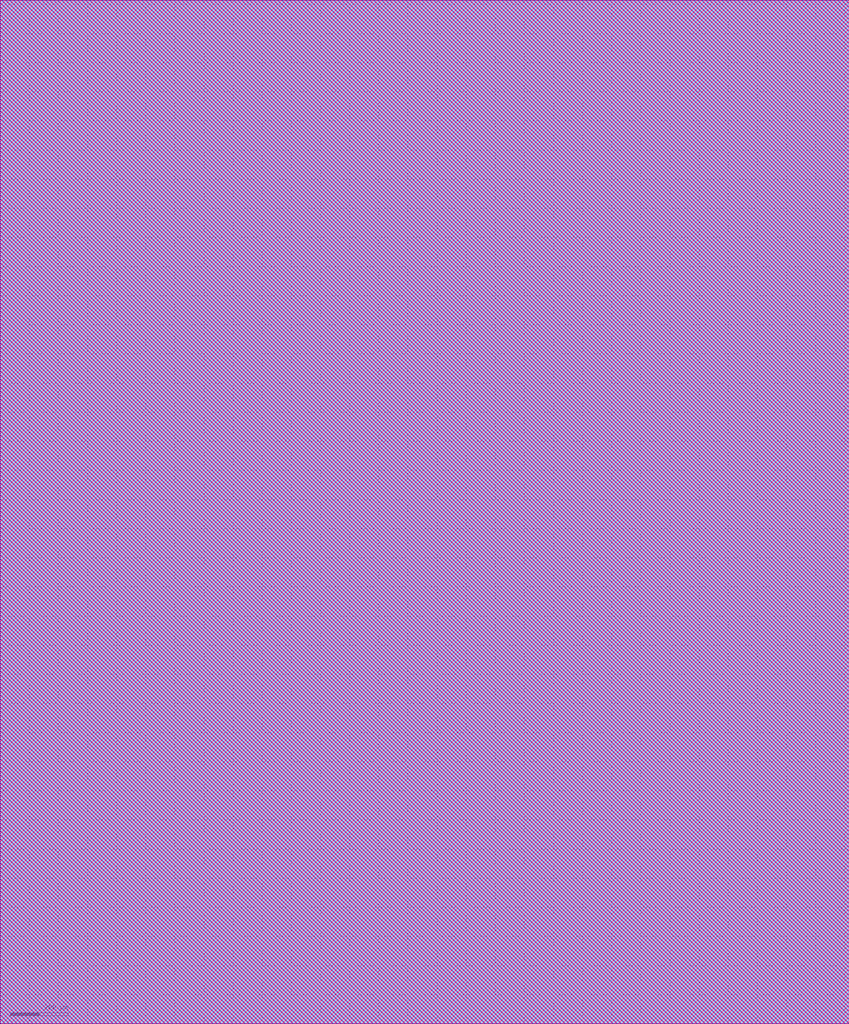
<source format=lef>
# Copyright 2020 The SkyWater PDK Authors
#
# Licensed under the Apache License, Version 2.0 (the "License");
# you may not use this file except in compliance with the License.
# You may obtain a copy of the License at
#
#     https://www.apache.org/licenses/LICENSE-2.0
#
# Unless required by applicable law or agreed to in writing, software
# distributed under the License is distributed on an "AS IS" BASIS,
# WITHOUT WARRANTIES OR CONDITIONS OF ANY KIND, either express or implied.
# See the License for the specific language governing permissions and
# limitations under the License.
#
# SPDX-License-Identifier: Apache-2.0

VERSION 5.7 ;

BUSBITCHARS "[]" ;
DIVIDERCHAR "/" ;

UNITS
  TIME NANOSECONDS 1 ;
  CAPACITANCE PICOFARADS 1 ;
  RESISTANCE OHMS 1 ;
  DATABASE MICRONS 1000 ;
END UNITS

MANUFACTURINGGRID 0.005 ;

PROPERTYDEFINITIONS
  LAYER LEF58_TYPE STRING ;
END PROPERTYDEFINITIONS

# High density, single height
SITE unithd
  SYMMETRY Y ;
  CLASS CORE ;
  SIZE 0.46 BY 2.72 ;
END unithd

# High density, double height
SITE unithddbl
  SYMMETRY Y ;
  CLASS CORE ;
  SIZE 0.46 BY 5.44 ;
END unithddbl

LAYER nwell
  TYPE MASTERSLICE ;
  PROPERTY LEF58_TYPE "TYPE NWELL ;" ;
END nwell

LAYER pwell
  TYPE MASTERSLICE ;
  PROPERTY LEF58_TYPE "TYPE PWELL ;" ;
END pwell

LAYER li1
  TYPE ROUTING ;
  DIRECTION VERTICAL ;

  PITCH 0.46 0.34 ;
  OFFSET 0.23 0.17 ;

  WIDTH 0.17 ;          # LI 1
  # SPACING  0.17 ;     # LI 2
  SPACINGTABLE
     PARALLELRUNLENGTH 0
     WIDTH 0 0.17 ;
  AREA 0.0561 ;         # LI 6
  THICKNESS 0.1 ;
  EDGECAPACITANCE 40.697E-6 ;
  CAPACITANCE CPERSQDIST 36.9866E-6 ;
  RESISTANCE RPERSQ 12.2 ;

  ANTENNAMODEL OXIDE1 ;
  ANTENNADIFFSIDEAREARATIO PWL ( ( 0 75 ) ( 0.0125 75 ) ( 0.0225 85.125 ) ( 22.5 10200 ) ) ;
END li1

LAYER mcon
  TYPE CUT ;

  WIDTH 0.17 ;                # Mcon 1
  SPACING 0.19 ;              # Mcon 2
  ENCLOSURE BELOW 0 0 ;       # Mcon 4
  ENCLOSURE ABOVE 0.03 0.06 ; # Met1 4 / Met1 5

  ANTENNADIFFAREARATIO PWL ( ( 0 3 ) ( 0.0125 3 ) ( 0.0225 3.405 ) ( 22.5 408 ) ) ;
  DCCURRENTDENSITY AVERAGE 0.36 ; # mA per via Iavg_max at Tj = 90oC

END mcon

LAYER met1
  TYPE ROUTING ;
  DIRECTION HORIZONTAL ;

  PITCH 0.34 ;
  OFFSET 0.17 ;

  WIDTH 0.14 ;                     # Met1 1
  # SPACING 0.14 ;                 # Met1 2
  # SPACING 0.28 RANGE 3.001 100 ; # Met1 3b
  SPACINGTABLE
     PARALLELRUNLENGTH 0
     WIDTH 0 0.14
     WIDTH 3 0.28 ;
  AREA 0.083 ;                     # Met1 6
  THICKNESS 0.35 ;

  ANTENNAMODEL OXIDE1 ;
  ANTENNADIFFSIDEAREARATIO PWL ( ( 0 400 ) ( 0.0125 400 ) ( 0.0225 2609 ) ( 22.5 11600 ) ) ;

  EDGECAPACITANCE 40.567E-6 ;
  CAPACITANCE CPERSQDIST 25.7784E-6 ;
  DCCURRENTDENSITY AVERAGE 2.8 ; # mA/um Iavg_max at Tj = 90oC
  ACCURRENTDENSITY RMS 6.1 ; # mA/um Irms_max at Tj = 90oC
  MAXIMUMDENSITY 70 ;
  DENSITYCHECKWINDOW 700 700 ;
  DENSITYCHECKSTEP 70 ;

  RESISTANCE RPERSQ 0.125 ;
END met1

LAYER via
  TYPE CUT ;
  WIDTH 0.15 ;                  # Via 1a
  SPACING 0.17 ;                # Via 2
  ENCLOSURE BELOW 0.055 0.085 ; # Via 4a / Via 5a
  ENCLOSURE ABOVE 0.055 0.085 ; # Met2 4 / Met2 5

  ANTENNADIFFAREARATIO PWL ( ( 0 6 ) ( 0.0125 6 ) ( 0.0225 6.81 ) ( 22.5 816 ) ) ;
  DCCURRENTDENSITY AVERAGE 0.29 ; # mA per via Iavg_max at Tj = 90oC
END via

LAYER met2
  TYPE ROUTING ;
  DIRECTION VERTICAL ;

  PITCH 0.46 ;
  OFFSET 0.23 ;

  WIDTH 0.14 ;                        # Met2 1
  # SPACING  0.14 ;                   # Met2 2
  # SPACING  0.28 RANGE 3.001 100 ;   # Met2 3b
  SPACINGTABLE
     PARALLELRUNLENGTH 0
     WIDTH 0 0.14
     WIDTH 3 0.28 ;
  AREA 0.0676 ;                       # Met2 6
  THICKNESS 0.35 ;

  EDGECAPACITANCE 37.759E-6 ;
  CAPACITANCE CPERSQDIST 16.9423E-6 ;
  RESISTANCE RPERSQ 0.125 ;
  DCCURRENTDENSITY AVERAGE 2.8 ; # mA/um Iavg_max at Tj = 90oC
  ACCURRENTDENSITY RMS 6.1 ; # mA/um Irms_max at Tj = 90oC

  ANTENNAMODEL OXIDE1 ;
  ANTENNADIFFSIDEAREARATIO PWL ( ( 0 400 ) ( 0.0125 400 ) ( 0.0225 2609 ) ( 22.5 11600 ) ) ;

  MAXIMUMDENSITY 70 ;
  DENSITYCHECKWINDOW 700 700 ;
  DENSITYCHECKSTEP 70 ;
END met2

# ******** Layer via2, type routing, number 44 **************
LAYER via2
  TYPE CUT ;
  WIDTH 0.2 ;                   # Via2 1
  SPACING 0.2 ;                 # Via2 2
  ENCLOSURE BELOW 0.04 0.085 ;  # Via2 4
  ENCLOSURE ABOVE 0.065 0.065 ; # Met3 4
  ANTENNADIFFAREARATIO PWL ( ( 0 6 ) ( 0.0125 6 ) ( 0.0225 6.81 ) ( 22.5 816 ) ) ;
  DCCURRENTDENSITY AVERAGE 0.48 ; # mA per via Iavg_max at Tj = 90oC
END via2

LAYER met3
  TYPE ROUTING ;
  DIRECTION HORIZONTAL ;

  PITCH 0.68 ;
  OFFSET 0.34 ;

  WIDTH 0.3 ;              # Met3 1
  # SPACING 0.3 ;          # Met3 2
  SPACINGTABLE
     PARALLELRUNLENGTH 0
     WIDTH 0 0.3
     WIDTH 3 0.4 ;
  AREA 0.24 ;              # Met3 6
  THICKNESS 0.8 ;

  EDGECAPACITANCE 40.989E-6 ;
  CAPACITANCE CPERSQDIST 12.3729E-6 ;
  RESISTANCE RPERSQ 0.047 ;
  DCCURRENTDENSITY AVERAGE 6.8 ; # mA/um Iavg_max at Tj = 90oC
  ACCURRENTDENSITY RMS 14.9 ; # mA/um Irms_max at Tj = 90oC

  ANTENNAMODEL OXIDE1 ;
  ANTENNADIFFSIDEAREARATIO PWL ( ( 0 400 ) ( 0.0125 400 ) ( 0.0225 2609 ) ( 22.5 11600 ) ) ;

  MAXIMUMDENSITY 70 ;
  DENSITYCHECKWINDOW 700 700 ;
  DENSITYCHECKSTEP 70 ;
END met3

LAYER via3
  TYPE CUT ;
  WIDTH 0.2 ;                   # Via3 1
  SPACING 0.2 ;                 # Via3 2
  ENCLOSURE BELOW 0.06 0.09 ;   # Via3 4 / Via3 5
  ENCLOSURE ABOVE 0.065 0.065 ; # Met4 3
  ANTENNADIFFAREARATIO PWL ( ( 0 6 ) ( 0.0125 6 ) ( 0.0225 6.81 ) ( 22.5 816 ) ) ;
  DCCURRENTDENSITY AVERAGE 0.48 ; # mA per via Iavg_max at Tj = 90oC
END via3

LAYER met4
  TYPE ROUTING ;
  DIRECTION VERTICAL ;

  PITCH 0.92 ;
  OFFSET 0.46 ;

  WIDTH 0.3 ;             # Met4 1
  # SPACING  0.3 ;             # Met4 2
  SPACINGTABLE
     PARALLELRUNLENGTH 0
     WIDTH 0 0.3
     WIDTH 3 0.4 ;
  AREA 0.24 ;            # Met4 4a

  THICKNESS 0.8 ;

  EDGECAPACITANCE 36.676E-6 ;
  CAPACITANCE CPERSQDIST 8.41537E-6 ;
  RESISTANCE RPERSQ 0.047 ;
  DCCURRENTDENSITY AVERAGE 6.8 ; # mA/um Iavg_max at Tj = 90oC
  ACCURRENTDENSITY RMS 14.9 ; # mA/um Irms_max at Tj = 90oC

  ANTENNAMODEL OXIDE1 ;
  ANTENNADIFFSIDEAREARATIO PWL ( ( 0 400 ) ( 0.0125 400 ) ( 0.0225 2609 ) ( 22.5 11600 ) ) ;

  MAXIMUMDENSITY 70 ;
  DENSITYCHECKWINDOW 700 700 ;
  DENSITYCHECKSTEP 70 ;
END met4

LAYER via4
  TYPE CUT ;

  WIDTH 0.8 ;                 # Via4 1
  SPACING 0.8 ;               # Via4 2
  ENCLOSURE BELOW 0.19 0.19 ; # Via4 4
  ENCLOSURE ABOVE 0.31 0.31 ; # Met5 3
  ANTENNADIFFAREARATIO PWL ( ( 0 6 ) ( 0.0125 6 ) ( 0.0225 6.81 ) ( 22.5 816 ) ) ;
  DCCURRENTDENSITY AVERAGE 2.49 ; # mA per via Iavg_max at Tj = 90oC
END via4

LAYER met5
  TYPE ROUTING ;
  DIRECTION HORIZONTAL ;

  PITCH 3.4 ;
  OFFSET 1.7 ;

  WIDTH 1.6 ;            # Met5 1
  #SPACING  1.6 ;        # Met5 2
  SPACINGTABLE
     PARALLELRUNLENGTH 0
     WIDTH 0 1.6 ;
  AREA 4 ;               # Met5 4

  THICKNESS 1.2 ;

  EDGECAPACITANCE 38.851E-6 ;
  CAPACITANCE CPERSQDIST 6.32063E-6 ;
  RESISTANCE RPERSQ 0.0285 ;
  DCCURRENTDENSITY AVERAGE 10.17 ; # mA/um Iavg_max at Tj = 90oC
  ACCURRENTDENSITY RMS 22.34 ; # mA/um Irms_max at Tj = 90oC

  ANTENNAMODEL OXIDE1 ;
  ANTENNADIFFSIDEAREARATIO PWL ( ( 0 400 ) ( 0.0125 400 ) ( 0.0225 2609 ) ( 22.5 11600 ) ) ;
END met5


### Routing via cells section   ###
# Plus via rule, metals are along the prefered direction
VIA L1M1_PR DEFAULT
  LAYER mcon ;
  RECT -0.085 -0.085 0.085 0.085 ;
  LAYER li1 ;
  RECT -0.085 -0.085 0.085 0.085 ;
  LAYER met1 ;
  RECT -0.145 -0.115 0.145 0.115 ;
END L1M1_PR

VIARULE L1M1_PR GENERATE
  LAYER li1 ;
  ENCLOSURE 0 0 ;
  LAYER met1 ;
  ENCLOSURE 0.06 0.03 ;
  LAYER mcon ;
  RECT -0.085 -0.085 0.085 0.085 ;
  SPACING 0.36 BY 0.36 ;
END L1M1_PR

# Plus via rule, metals are along the non prefered direction
VIA L1M1_PR_R DEFAULT
  LAYER mcon ;
  RECT -0.085 -0.085 0.085 0.085 ;
  LAYER li1 ;
  RECT -0.085 -0.085 0.085 0.085 ;
  LAYER met1 ;
  RECT -0.115 -0.145 0.115 0.145 ;
END L1M1_PR_R

VIARULE L1M1_PR_R GENERATE
  LAYER li1 ;
  ENCLOSURE 0 0 ;
  LAYER met1 ;
  ENCLOSURE 0.03 0.06 ;
  LAYER mcon ;
  RECT -0.085 -0.085 0.085 0.085 ;
  SPACING 0.36 BY 0.36 ;
END L1M1_PR_R

# Minus via rule, lower layer metal is along prefered direction
VIA L1M1_PR_M DEFAULT
  LAYER mcon ;
  RECT -0.085 -0.085 0.085 0.085 ;
  LAYER li1 ;
  RECT -0.085 -0.085 0.085 0.085 ;
  LAYER met1 ;
  RECT -0.115 -0.145 0.115 0.145 ;
END L1M1_PR_M

VIARULE L1M1_PR_M GENERATE
  LAYER li1 ;
  ENCLOSURE 0 0 ;
  LAYER met1 ;
  ENCLOSURE 0.03 0.06 ;
  LAYER mcon ;
  RECT -0.085 -0.085 0.085 0.085 ;
  SPACING 0.36 BY 0.36 ;
END L1M1_PR_M

# Minus via rule, upper layer metal is along prefered direction
VIA L1M1_PR_MR DEFAULT
  LAYER mcon ;
  RECT -0.085 -0.085 0.085 0.085 ;
  LAYER li1 ;
  RECT -0.085 -0.085 0.085 0.085 ;
  LAYER met1 ;
  RECT -0.145 -0.115 0.145 0.115 ;
END L1M1_PR_MR

VIARULE L1M1_PR_MR GENERATE
  LAYER li1 ;
  ENCLOSURE 0 0 ;
  LAYER met1 ;
  ENCLOSURE 0.06 0.03 ;
  LAYER mcon ;
  RECT -0.085 -0.085 0.085 0.085 ;
  SPACING 0.36 BY 0.36 ;
END L1M1_PR_MR

# Centered via rule, we really do not want to use it
VIA L1M1_PR_C DEFAULT
  LAYER mcon ;
  RECT -0.085 -0.085 0.085 0.085 ;
  LAYER li1 ;
  RECT -0.085 -0.085 0.085 0.085 ;
  LAYER met1 ;
  RECT -0.145 -0.145 0.145 0.145 ;
END L1M1_PR_C

VIARULE L1M1_PR_C GENERATE
  LAYER li1 ;
  ENCLOSURE 0 0 ;
  LAYER met1 ;
  ENCLOSURE 0.06 0.06 ;
  LAYER mcon ;
  RECT -0.085 -0.085 0.085 0.085 ;
  SPACING 0.36 BY 0.36 ;
END L1M1_PR_C

# Plus via rule, metals are along the prefered direction
VIA M1M2_PR DEFAULT
  LAYER via ;
  RECT -0.075 -0.075 0.075 0.075 ;
  LAYER met1 ;
  RECT -0.16 -0.13 0.16 0.13 ;
  LAYER met2 ;
  RECT -0.13 -0.16 0.13 0.16 ;
END M1M2_PR

VIARULE M1M2_PR GENERATE
  LAYER met1 ;
  ENCLOSURE 0.085 0.055 ;
  LAYER met2 ;
  ENCLOSURE 0.055 0.085 ;
  LAYER via ;
  RECT -0.075 -0.075 0.075 0.075 ;
  SPACING 0.32 BY 0.32 ;
END M1M2_PR

# Plus via rule, metals are along the non prefered direction
VIA M1M2_PR_R DEFAULT
  LAYER via ;
  RECT -0.075 -0.075 0.075 0.075 ;
  LAYER met1 ;
  RECT -0.13 -0.16 0.13 0.16 ;
  LAYER met2 ;
  RECT -0.16 -0.13 0.16 0.13 ;
END M1M2_PR_R

VIARULE M1M2_PR_R GENERATE
  LAYER met1 ;
  ENCLOSURE 0.055 0.085 ;
  LAYER met2 ;
  ENCLOSURE 0.085 0.055 ;
  LAYER via ;
  RECT -0.075 -0.075 0.075 0.075 ;
  SPACING 0.32 BY 0.32 ;
END M1M2_PR_R

# Minus via rule, lower layer metal is along prefered direction
VIA M1M2_PR_M DEFAULT
  LAYER via ;
  RECT -0.075 -0.075 0.075 0.075 ;
  LAYER met1 ;
  RECT -0.16 -0.13 0.16 0.13 ;
  LAYER met2 ;
  RECT -0.16 -0.13 0.16 0.13 ;
END M1M2_PR_M

VIARULE M1M2_PR_M GENERATE
  LAYER met1 ;
  ENCLOSURE 0.085 0.055 ;
  LAYER met2 ;
  ENCLOSURE 0.085 0.055 ;
  LAYER via ;
  RECT -0.075 -0.075 0.075 0.075 ;
  SPACING 0.32 BY 0.32 ;
END M1M2_PR_M

# Minus via rule, upper layer metal is along prefered direction
VIA M1M2_PR_MR DEFAULT
  LAYER via ;
  RECT -0.075 -0.075 0.075 0.075 ;
  LAYER met1 ;
  RECT -0.13 -0.16 0.13 0.16 ;
  LAYER met2 ;
  RECT -0.13 -0.16 0.13 0.16 ;
END M1M2_PR_MR

VIARULE M1M2_PR_MR GENERATE
  LAYER met1 ;
  ENCLOSURE 0.055 0.085 ;
  LAYER met2 ;
  ENCLOSURE 0.055 0.085 ;
  LAYER via ;
  RECT -0.075 -0.075 0.075 0.075 ;
  SPACING 0.32 BY 0.32 ;
END M1M2_PR_MR

# Centered via rule, we really do not want to use it
VIA M1M2_PR_C DEFAULT
  LAYER via ;
  RECT -0.075 -0.075 0.075 0.075 ;
  LAYER met1 ;
  RECT -0.16 -0.16 0.16 0.16 ;
  LAYER met2 ;
  RECT -0.16 -0.16 0.16 0.16 ;
END M1M2_PR_C

VIARULE M1M2_PR_C GENERATE
  LAYER met1 ;
  ENCLOSURE 0.085 0.085 ;
  LAYER met2 ;
  ENCLOSURE 0.085 0.085 ;
  LAYER via ;
  RECT -0.075 -0.075 0.075 0.075 ;
  SPACING 0.32 BY 0.32 ;
END M1M2_PR_C

# Plus via rule, metals are along the prefered direction
VIA M2M3_PR DEFAULT
  LAYER via2 ;
  RECT -0.1 -0.1 0.1 0.1 ;
  LAYER met2 ;
  RECT -0.14 -0.185 0.14 0.185 ;
  LAYER met3 ;
  RECT -0.165 -0.165 0.165 0.165 ;
END M2M3_PR

VIARULE M2M3_PR GENERATE
  LAYER met2 ;
  ENCLOSURE 0.04 0.085 ;
  LAYER met3 ;
  ENCLOSURE 0.065 0.065 ;
  LAYER via2 ;
  RECT -0.1 -0.1 0.1 0.1 ;
  SPACING 0.4 BY 0.4 ;
END M2M3_PR

# Plus via rule, metals are along the non prefered direction
VIA M2M3_PR_R DEFAULT
  LAYER via2 ;
  RECT -0.1 -0.1 0.1 0.1 ;
  LAYER met2 ;
  RECT -0.185 -0.14 0.185 0.14 ;
  LAYER met3 ;
  RECT -0.165 -0.165 0.165 0.165 ;
END M2M3_PR_R

VIARULE M2M3_PR_R GENERATE
  LAYER met2 ;
  ENCLOSURE 0.085 0.04 ;
  LAYER met3 ;
  ENCLOSURE 0.065 0.065 ;
  LAYER via2 ;
  RECT -0.1 -0.1 0.1 0.1 ;
  SPACING 0.4 BY 0.4 ;
END M2M3_PR_R

# Minus via rule, lower layer metal is along prefered direction
VIA M2M3_PR_M DEFAULT
  LAYER via2 ;
  RECT -0.1 -0.1 0.1 0.1 ;
  LAYER met2 ;
  RECT -0.14 -0.185 0.14 0.185 ;
  LAYER met3 ;
  RECT -0.165 -0.165 0.165 0.165 ;
END M2M3_PR_M

VIARULE M2M3_PR_M GENERATE
  LAYER met2 ;
  ENCLOSURE 0.04 0.085 ;
  LAYER met3 ;
  ENCLOSURE 0.065 0.065 ;
  LAYER via2 ;
  RECT -0.1 -0.1 0.1 0.1 ;
  SPACING 0.4 BY 0.4 ;
END M2M3_PR_M

# Minus via rule, upper layer metal is along prefered direction
VIA M2M3_PR_MR DEFAULT
  LAYER via2 ;
  RECT -0.1 -0.1 0.1 0.1 ;
  LAYER met2 ;
  RECT -0.185 -0.14 0.185 0.14 ;
  LAYER met3 ;
  RECT -0.165 -0.165 0.165 0.165 ;
END M2M3_PR_MR

VIARULE M2M3_PR_MR GENERATE
  LAYER met2 ;
  ENCLOSURE 0.085 0.04 ;
  LAYER met3 ;
  ENCLOSURE 0.065 0.065 ;
  LAYER via2 ;
  RECT -0.1 -0.1 0.1 0.1 ;
  SPACING 0.4 BY 0.4 ;
END M2M3_PR_MR

# Centered via rule, we really do not want to use it
VIA M2M3_PR_C DEFAULT
  LAYER via2 ;
  RECT -0.1 -0.1 0.1 0.1 ;
  LAYER met2 ;
  RECT -0.185 -0.185 0.185 0.185 ;
  LAYER met3 ;
  RECT -0.165 -0.165 0.165 0.165 ;
END M2M3_PR_C

VIARULE M2M3_PR_C GENERATE
  LAYER met2 ;
  ENCLOSURE 0.085 0.085 ;
  LAYER met3 ;
  ENCLOSURE 0.065 0.065 ;
  LAYER via2 ;
  RECT -0.1 -0.1 0.1 0.1 ;
  SPACING 0.4 BY 0.4 ;
END M2M3_PR_C

# Plus via rule, metals are along the prefered direction
VIA M3M4_PR DEFAULT
  LAYER via3 ;
  RECT -0.1 -0.1 0.1 0.1 ;
  LAYER met3 ;
  RECT -0.19 -0.16 0.19 0.16 ;
  LAYER met4 ;
  RECT -0.165 -0.165 0.165 0.165 ;
END M3M4_PR

VIARULE M3M4_PR GENERATE
  LAYER met3 ;
  ENCLOSURE 0.09 0.06 ;
  LAYER met4 ;
  ENCLOSURE 0.065 0.065 ;
  LAYER via3 ;
  RECT -0.1 -0.1 0.1 0.1 ;
  SPACING 0.4 BY 0.4 ;
END M3M4_PR

# Plus via rule, metals are along the non prefered direction
VIA M3M4_PR_R DEFAULT
  LAYER via3 ;
  RECT -0.1 -0.1 0.1 0.1 ;
  LAYER met3 ;
  RECT -0.16 -0.19 0.16 0.19 ;
  LAYER met4 ;
  RECT -0.165 -0.165 0.165 0.165 ;
END M3M4_PR_R

VIARULE M3M4_PR_R GENERATE
  LAYER met3 ;
  ENCLOSURE 0.06 0.09 ;
  LAYER met4 ;
  ENCLOSURE 0.065 0.065 ;
  LAYER via3 ;
  RECT -0.1 -0.1 0.1 0.1 ;
  SPACING 0.4 BY 0.4 ;
END M3M4_PR_R

# Minus via rule, lower layer metal is along prefered direction
VIA M3M4_PR_M DEFAULT
  LAYER via3 ;
  RECT -0.1 -0.1 0.1 0.1 ;
  LAYER met3 ;
  RECT -0.19 -0.16 0.19 0.16 ;
  LAYER met4 ;
  RECT -0.165 -0.165 0.165 0.165 ;
END M3M4_PR_M

VIARULE M3M4_PR_M GENERATE
  LAYER met3 ;
  ENCLOSURE 0.09 0.06 ;
  LAYER met4 ;
  ENCLOSURE 0.065 0.065 ;
  LAYER via3 ;
  RECT -0.1 -0.1 0.1 0.1 ;
  SPACING 0.4 BY 0.4 ;
END M3M4_PR_M

# Minus via rule, upper layer metal is along prefered direction
VIA M3M4_PR_MR DEFAULT
  LAYER via3 ;
  RECT -0.1 -0.1 0.1 0.1 ;
  LAYER met3 ;
  RECT -0.16 -0.19 0.16 0.19 ;
  LAYER met4 ;
  RECT -0.165 -0.165 0.165 0.165 ;
END M3M4_PR_MR

VIARULE M3M4_PR_MR GENERATE
  LAYER met3 ;
  ENCLOSURE 0.06 0.09 ;
  LAYER met4 ;
  ENCLOSURE 0.065 0.065 ;
  LAYER via3 ;
  RECT -0.1 -0.1 0.1 0.1 ;
  SPACING 0.4 BY 0.4 ;
END M3M4_PR_MR

# Centered via rule, we really do not want to use it
VIA M3M4_PR_C DEFAULT
  LAYER via3 ;
  RECT -0.1 -0.1 0.1 0.1 ;
  LAYER met3 ;
  RECT -0.19 -0.19 0.19 0.19 ;
  LAYER met4 ;
  RECT -0.165 -0.165 0.165 0.165 ;
END M3M4_PR_C

VIARULE M3M4_PR_C GENERATE
  LAYER met3 ;
  ENCLOSURE 0.09 0.09 ;
  LAYER met4 ;
  ENCLOSURE 0.065 0.065 ;
  LAYER via3 ;
  RECT -0.1 -0.1 0.1 0.1 ;
  SPACING 0.4 BY 0.4 ;
END M3M4_PR_C

# Plus via rule, metals are along the prefered direction
VIA M4M5_PR DEFAULT
  LAYER via4 ;
  RECT -0.4 -0.4 0.4 0.4 ;
  LAYER met4 ;
  RECT -0.59 -0.59 0.59 0.59 ;
  LAYER met5 ;
  RECT -0.71 -0.71 0.71 0.71 ;
END M4M5_PR

VIARULE M4M5_PR GENERATE
  LAYER met4 ;
  ENCLOSURE 0.19 0.19 ;
  LAYER met5 ;
  ENCLOSURE 0.31 0.31 ;
  LAYER via4 ;
  RECT -0.4 -0.4 0.4 0.4 ;
  SPACING 1.6 BY 1.6 ;
END M4M5_PR

# Plus via rule, metals are along the non prefered direction
VIA M4M5_PR_R DEFAULT
  LAYER via4 ;
  RECT -0.4 -0.4 0.4 0.4 ;
  LAYER met4 ;
  RECT -0.59 -0.59 0.59 0.59 ;
  LAYER met5 ;
  RECT -0.71 -0.71 0.71 0.71 ;
END M4M5_PR_R

VIARULE M4M5_PR_R GENERATE
  LAYER met4 ;
  ENCLOSURE 0.19 0.19 ;
  LAYER met5 ;
  ENCLOSURE 0.31 0.31 ;
  LAYER via4 ;
  RECT -0.4 -0.4 0.4 0.4 ;
  SPACING 1.6 BY 1.6 ;
END M4M5_PR_R

# Minus via rule, lower layer metal is along prefered direction
VIA M4M5_PR_M DEFAULT
  LAYER via4 ;
  RECT -0.4 -0.4 0.4 0.4 ;
  LAYER met4 ;
  RECT -0.59 -0.59 0.59 0.59 ;
  LAYER met5 ;
  RECT -0.71 -0.71 0.71 0.71 ;
END M4M5_PR_M

VIARULE M4M5_PR_M GENERATE
  LAYER met4 ;
  ENCLOSURE 0.19 0.19 ;
  LAYER met5 ;
  ENCLOSURE 0.31 0.31 ;
  LAYER via4 ;
  RECT -0.4 -0.4 0.4 0.4 ;
  SPACING 1.6 BY 1.6 ;
END M4M5_PR_M

# Minus via rule, upper layer metal is along prefered direction
VIA M4M5_PR_MR DEFAULT
  LAYER via4 ;
  RECT -0.4 -0.4 0.4 0.4 ;
  LAYER met4 ;
  RECT -0.59 -0.59 0.59 0.59 ;
  LAYER met5 ;
  RECT -0.71 -0.71 0.71 0.71 ;
END M4M5_PR_MR

VIARULE M4M5_PR_MR GENERATE
  LAYER met4 ;
  ENCLOSURE 0.19 0.19 ;
  LAYER met5 ;
  ENCLOSURE 0.31 0.31 ;
  LAYER via4 ;
  RECT -0.4 -0.4 0.4 0.4 ;
  SPACING 1.6 BY 1.6 ;
END M4M5_PR_MR

# Centered via rule, we really do not want to use it
VIA M4M5_PR_C DEFAULT
  LAYER via4 ;
  RECT -0.4 -0.4 0.4 0.4 ;
  LAYER met4 ;
  RECT -0.59 -0.59 0.59 0.59 ;
  LAYER met5 ;
  RECT -0.71 -0.71 0.71 0.71 ;
END M4M5_PR_C

VIARULE M4M5_PR_C GENERATE
  LAYER met4 ;
  ENCLOSURE 0.19 0.19 ;
  LAYER met5 ;
  ENCLOSURE 0.31 0.31 ;
  LAYER via4 ;
  RECT -0.4 -0.4 0.4 0.4 ;
  SPACING 1.6 BY 1.6 ;
END M4M5_PR_C
###  end of single via cells   ###


MACRO sky130_fd_sc_hd__bufbuf_8
  CLASS CORE ;
  FOREIGN sky130_fd_sc_hd__bufbuf_8 ;
  ORIGIN  0.000000  0.000000 ;
  SIZE  6.900000 BY  2.720000 ;
  SYMMETRY X Y R90 ;
  SITE unithd ;
  PIN A
    ANTENNAGATEAREA  0.159000 ;
    DIRECTION INPUT ;
    USE SIGNAL ;
    PORT
      LAYER li1 ;
        RECT 0.110000 1.075000 0.440000 1.275000 ;
    END
  END A
  PIN X
    ANTENNADIFFAREA  1.782000 ;
    DIRECTION OUTPUT ;
    USE SIGNAL ;
    PORT
      LAYER li1 ;
        RECT 3.230000 0.260000 3.560000 0.735000 ;
        RECT 3.230000 0.735000 6.815000 0.905000 ;
        RECT 3.230000 1.445000 6.815000 1.615000 ;
        RECT 3.230000 1.615000 3.560000 2.465000 ;
        RECT 4.070000 0.260000 4.400000 0.735000 ;
        RECT 4.070000 1.615000 4.400000 2.465000 ;
        RECT 4.910000 0.260000 5.240000 0.735000 ;
        RECT 4.910000 1.615000 5.240000 2.465000 ;
        RECT 5.750000 0.260000 6.080000 0.735000 ;
        RECT 5.750000 1.615000 6.080000 2.465000 ;
        RECT 6.435000 0.905000 6.815000 1.445000 ;
    END
  END X
  PIN VGND
    DIRECTION INOUT ;
    SHAPE ABUTMENT ;
    USE GROUND ;
    PORT
      LAYER met1 ;
        RECT 0.000000 -0.240000 6.900000 0.240000 ;
    END
  END VGND
  PIN VNB
    DIRECTION INOUT ;
    USE GROUND ;
    PORT
      LAYER pwell ;
        RECT 0.150000 -0.085000 0.320000 0.085000 ;
    END
  END VNB
  PIN VPB
    DIRECTION INOUT ;
    USE POWER ;
    PORT
      LAYER nwell ;
        RECT -0.190000 1.305000 7.090000 2.910000 ;
    END
  END VPB
  PIN VPWR
    DIRECTION INOUT ;
    SHAPE ABUTMENT ;
    USE POWER ;
    PORT
      LAYER met1 ;
        RECT 0.000000 2.480000 6.900000 2.960000 ;
    END
  END VPWR
  OBS
    LAYER li1 ;
      RECT 0.000000 -0.085000 6.900000 0.085000 ;
      RECT 0.000000  2.635000 6.900000 2.805000 ;
      RECT 0.095000  0.260000 0.425000 0.735000 ;
      RECT 0.095000  0.735000 0.780000 0.905000 ;
      RECT 0.095000  1.445000 0.780000 1.615000 ;
      RECT 0.095000  1.615000 0.425000 2.160000 ;
      RECT 0.595000  0.085000 0.765000 0.565000 ;
      RECT 0.595000  1.785000 0.765000 2.635000 ;
      RECT 0.610000  0.905000 0.780000 0.995000 ;
      RECT 0.610000  0.995000 1.040000 1.325000 ;
      RECT 0.610000  1.325000 0.780000 1.445000 ;
      RECT 1.000000  0.260000 1.380000 0.825000 ;
      RECT 1.000000  1.545000 1.380000 2.465000 ;
      RECT 1.210000  0.825000 1.380000 1.075000 ;
      RECT 1.210000  1.075000 2.720000 1.275000 ;
      RECT 1.210000  1.275000 1.380000 1.545000 ;
      RECT 1.550000  0.260000 1.880000 0.735000 ;
      RECT 1.550000  0.735000 3.060000 0.905000 ;
      RECT 1.550000  1.445000 3.060000 1.615000 ;
      RECT 1.550000  1.615000 1.880000 2.465000 ;
      RECT 2.050000  0.085000 2.220000 0.565000 ;
      RECT 2.050000  1.785000 2.220000 2.635000 ;
      RECT 2.390000  0.260000 2.720000 0.735000 ;
      RECT 2.390000  1.615000 2.720000 2.465000 ;
      RECT 2.890000  0.085000 3.060000 0.565000 ;
      RECT 2.890000  0.905000 3.060000 1.075000 ;
      RECT 2.890000  1.075000 5.360000 1.275000 ;
      RECT 2.890000  1.275000 3.060000 1.445000 ;
      RECT 2.890000  1.785000 3.060000 2.635000 ;
      RECT 3.730000  0.085000 3.900000 0.565000 ;
      RECT 3.730000  1.835000 3.900000 2.635000 ;
      RECT 4.570000  0.085000 4.740000 0.565000 ;
      RECT 4.570000  1.835000 4.740000 2.635000 ;
      RECT 5.410000  0.085000 5.580000 0.565000 ;
      RECT 5.410000  1.835000 5.580000 2.635000 ;
      RECT 6.250000  0.085000 6.420000 0.565000 ;
      RECT 6.250000  1.835000 6.420000 2.635000 ;
    LAYER mcon ;
      RECT 0.145000 -0.085000 0.315000 0.085000 ;
      RECT 0.145000  2.635000 0.315000 2.805000 ;
      RECT 0.605000 -0.085000 0.775000 0.085000 ;
      RECT 0.605000  2.635000 0.775000 2.805000 ;
      RECT 1.065000 -0.085000 1.235000 0.085000 ;
      RECT 1.065000  2.635000 1.235000 2.805000 ;
      RECT 1.525000 -0.085000 1.695000 0.085000 ;
      RECT 1.525000  2.635000 1.695000 2.805000 ;
      RECT 1.985000 -0.085000 2.155000 0.085000 ;
      RECT 1.985000  2.635000 2.155000 2.805000 ;
      RECT 2.445000 -0.085000 2.615000 0.085000 ;
      RECT 2.445000  2.635000 2.615000 2.805000 ;
      RECT 2.905000 -0.085000 3.075000 0.085000 ;
      RECT 2.905000  2.635000 3.075000 2.805000 ;
      RECT 3.365000 -0.085000 3.535000 0.085000 ;
      RECT 3.365000  2.635000 3.535000 2.805000 ;
      RECT 3.825000 -0.085000 3.995000 0.085000 ;
      RECT 3.825000  2.635000 3.995000 2.805000 ;
      RECT 4.285000 -0.085000 4.455000 0.085000 ;
      RECT 4.285000  2.635000 4.455000 2.805000 ;
      RECT 4.745000 -0.085000 4.915000 0.085000 ;
      RECT 4.745000  2.635000 4.915000 2.805000 ;
      RECT 5.205000 -0.085000 5.375000 0.085000 ;
      RECT 5.205000  2.635000 5.375000 2.805000 ;
      RECT 5.665000 -0.085000 5.835000 0.085000 ;
      RECT 5.665000  2.635000 5.835000 2.805000 ;
      RECT 6.125000 -0.085000 6.295000 0.085000 ;
      RECT 6.125000  2.635000 6.295000 2.805000 ;
      RECT 6.585000 -0.085000 6.755000 0.085000 ;
      RECT 6.585000  2.635000 6.755000 2.805000 ;
  END
END sky130_fd_sc_hd__bufbuf_8
MACRO sky130_fd_sc_hd__bufbuf_16
  CLASS CORE ;
  FOREIGN sky130_fd_sc_hd__bufbuf_16 ;
  ORIGIN  0.000000  0.000000 ;
  SIZE  11.96000 BY  2.720000 ;
  SYMMETRY X Y R90 ;
  SITE unithd ;
  PIN A
    ANTENNAGATEAREA  0.247500 ;
    DIRECTION INPUT ;
    USE SIGNAL ;
    PORT
      LAYER li1 ;
        RECT 0.110000 1.075000 0.440000 1.275000 ;
    END
  END A
  PIN X
    ANTENNADIFFAREA  3.564000 ;
    DIRECTION OUTPUT ;
    USE SIGNAL ;
    PORT
      LAYER li1 ;
        RECT  5.235000 0.255000  5.485000 0.260000 ;
        RECT  5.235000 0.260000  5.565000 0.735000 ;
        RECT  5.235000 0.735000 11.875000 0.905000 ;
        RECT  5.235000 1.445000 11.875000 1.615000 ;
        RECT  5.235000 1.615000  5.565000 2.465000 ;
        RECT  6.075000 0.260000  6.405000 0.735000 ;
        RECT  6.075000 1.615000  6.405000 2.465000 ;
        RECT  6.155000 0.255000  6.325000 0.260000 ;
        RECT  6.915000 0.260000  7.245000 0.735000 ;
        RECT  6.915000 1.615000  7.245000 2.465000 ;
        RECT  6.995000 0.255000  7.165000 0.260000 ;
        RECT  7.755000 0.260000  8.085000 0.735000 ;
        RECT  7.755000 1.615000  8.085000 2.465000 ;
        RECT  8.595000 0.260000  8.925000 0.735000 ;
        RECT  8.595000 1.615000  8.925000 2.465000 ;
        RECT  9.435000 0.260000  9.765000 0.735000 ;
        RECT  9.435000 1.615000  9.765000 2.465000 ;
        RECT 10.275000 0.260000 10.605000 0.735000 ;
        RECT 10.275000 1.615000 10.605000 2.465000 ;
        RECT 11.115000 0.260000 11.445000 0.735000 ;
        RECT 11.115000 1.615000 11.445000 2.465000 ;
        RECT 11.620000 0.905000 11.875000 1.445000 ;
    END
  END X
  PIN VGND
    DIRECTION INOUT ;
    SHAPE ABUTMENT ;
    USE GROUND ;
    PORT
      LAYER met1 ;
        RECT 0.000000 -0.240000 11.960000 0.240000 ;
    END
  END VGND
  PIN VNB
    DIRECTION INOUT ;
    USE GROUND ;
    PORT
      LAYER pwell ;
        RECT 0.150000 -0.085000 0.320000 0.085000 ;
    END
  END VNB
  PIN VPB
    DIRECTION INOUT ;
    USE POWER ;
    PORT
      LAYER nwell ;
        RECT -0.190000 1.305000 12.150000 2.910000 ;
    END
  END VPB
  PIN VPWR
    DIRECTION INOUT ;
    SHAPE ABUTMENT ;
    USE POWER ;
    PORT
      LAYER met1 ;
        RECT 0.000000 2.480000 11.960000 2.960000 ;
    END
  END VPWR
  OBS
    LAYER li1 ;
      RECT  0.000000 -0.085000 11.960000 0.085000 ;
      RECT  0.000000  2.635000 11.960000 2.805000 ;
      RECT  0.175000  0.085000  0.345000 0.905000 ;
      RECT  0.175000  1.445000  0.345000 2.635000 ;
      RECT  0.515000  0.260000  0.845000 0.905000 ;
      RECT  0.515000  1.445000  0.845000 2.465000 ;
      RECT  0.610000  0.905000  0.845000 1.075000 ;
      RECT  0.610000  1.075000  2.205000 1.275000 ;
      RECT  0.610000  1.275000  0.845000 1.445000 ;
      RECT  1.035000  0.260000  1.365000 0.735000 ;
      RECT  1.035000  0.735000  2.545000 0.905000 ;
      RECT  1.035000  1.445000  2.545000 1.615000 ;
      RECT  1.035000  1.615000  1.365000 2.465000 ;
      RECT  1.535000  0.085000  1.705000 0.565000 ;
      RECT  1.535000  1.785000  1.705000 2.635000 ;
      RECT  1.875000  0.260000  2.205000 0.735000 ;
      RECT  1.875000  1.615000  2.205000 2.465000 ;
      RECT  2.375000  0.085000  2.545000 0.565000 ;
      RECT  2.375000  0.905000  2.545000 1.075000 ;
      RECT  2.375000  1.075000  4.685000 1.275000 ;
      RECT  2.375000  1.275000  2.545000 1.445000 ;
      RECT  2.375000  1.785000  2.545000 2.635000 ;
      RECT  2.715000  0.260000  3.045000 0.735000 ;
      RECT  2.715000  0.735000  5.065000 0.905000 ;
      RECT  2.715000  1.445000  5.065000 1.615000 ;
      RECT  2.715000  1.615000  3.045000 2.465000 ;
      RECT  3.215000  0.085000  3.385000 0.565000 ;
      RECT  3.215000  1.835000  3.385000 2.635000 ;
      RECT  3.555000  0.260000  3.885000 0.735000 ;
      RECT  3.555000  1.615000  3.885000 2.465000 ;
      RECT  4.055000  0.085000  4.225000 0.565000 ;
      RECT  4.055000  1.835000  4.225000 2.635000 ;
      RECT  4.395000  0.260000  4.725000 0.735000 ;
      RECT  4.395000  1.615000  4.725000 2.465000 ;
      RECT  4.890000  0.905000  5.065000 1.075000 ;
      RECT  4.890000  1.075000 11.450000 1.275000 ;
      RECT  4.890000  1.275000  5.065000 1.445000 ;
      RECT  4.895000  0.085000  5.065000 0.565000 ;
      RECT  4.895000  1.835000  5.065000 2.635000 ;
      RECT  5.735000  0.085000  5.905000 0.565000 ;
      RECT  5.735000  1.835000  5.905000 2.635000 ;
      RECT  6.575000  0.085000  6.745000 0.565000 ;
      RECT  6.575000  1.835000  6.745000 2.635000 ;
      RECT  7.415000  0.085000  7.585000 0.565000 ;
      RECT  7.415000  1.835000  7.585000 2.635000 ;
      RECT  8.255000  0.085000  8.425000 0.565000 ;
      RECT  8.255000  1.835000  8.425000 2.635000 ;
      RECT  9.095000  0.085000  9.265000 0.565000 ;
      RECT  9.095000  1.835000  9.265000 2.635000 ;
      RECT  9.935000  0.085000 10.105000 0.565000 ;
      RECT  9.935000  1.835000 10.105000 2.635000 ;
      RECT 10.775000  0.085000 10.945000 0.565000 ;
      RECT 10.775000  1.835000 10.945000 2.635000 ;
      RECT 11.615000  0.085000 11.785000 0.565000 ;
      RECT 11.615000  1.835000 11.785000 2.635000 ;
    LAYER mcon ;
      RECT  0.145000 -0.085000  0.315000 0.085000 ;
      RECT  0.145000  2.635000  0.315000 2.805000 ;
      RECT  0.605000 -0.085000  0.775000 0.085000 ;
      RECT  0.605000  2.635000  0.775000 2.805000 ;
      RECT  1.065000 -0.085000  1.235000 0.085000 ;
      RECT  1.065000  2.635000  1.235000 2.805000 ;
      RECT  1.525000 -0.085000  1.695000 0.085000 ;
      RECT  1.525000  2.635000  1.695000 2.805000 ;
      RECT  1.985000 -0.085000  2.155000 0.085000 ;
      RECT  1.985000  2.635000  2.155000 2.805000 ;
      RECT  2.445000 -0.085000  2.615000 0.085000 ;
      RECT  2.445000  2.635000  2.615000 2.805000 ;
      RECT  2.905000 -0.085000  3.075000 0.085000 ;
      RECT  2.905000  2.635000  3.075000 2.805000 ;
      RECT  3.365000 -0.085000  3.535000 0.085000 ;
      RECT  3.365000  2.635000  3.535000 2.805000 ;
      RECT  3.825000 -0.085000  3.995000 0.085000 ;
      RECT  3.825000  2.635000  3.995000 2.805000 ;
      RECT  4.285000 -0.085000  4.455000 0.085000 ;
      RECT  4.285000  2.635000  4.455000 2.805000 ;
      RECT  4.745000 -0.085000  4.915000 0.085000 ;
      RECT  4.745000  2.635000  4.915000 2.805000 ;
      RECT  5.205000 -0.085000  5.375000 0.085000 ;
      RECT  5.205000  2.635000  5.375000 2.805000 ;
      RECT  5.665000 -0.085000  5.835000 0.085000 ;
      RECT  5.665000  2.635000  5.835000 2.805000 ;
      RECT  6.125000 -0.085000  6.295000 0.085000 ;
      RECT  6.125000  2.635000  6.295000 2.805000 ;
      RECT  6.585000 -0.085000  6.755000 0.085000 ;
      RECT  6.585000  2.635000  6.755000 2.805000 ;
      RECT  7.045000 -0.085000  7.215000 0.085000 ;
      RECT  7.045000  2.635000  7.215000 2.805000 ;
      RECT  7.505000 -0.085000  7.675000 0.085000 ;
      RECT  7.505000  2.635000  7.675000 2.805000 ;
      RECT  7.965000 -0.085000  8.135000 0.085000 ;
      RECT  7.965000  2.635000  8.135000 2.805000 ;
      RECT  8.425000 -0.085000  8.595000 0.085000 ;
      RECT  8.425000  2.635000  8.595000 2.805000 ;
      RECT  8.885000 -0.085000  9.055000 0.085000 ;
      RECT  8.885000  2.635000  9.055000 2.805000 ;
      RECT  9.345000 -0.085000  9.515000 0.085000 ;
      RECT  9.345000  2.635000  9.515000 2.805000 ;
      RECT  9.805000 -0.085000  9.975000 0.085000 ;
      RECT  9.805000  2.635000  9.975000 2.805000 ;
      RECT 10.265000 -0.085000 10.435000 0.085000 ;
      RECT 10.265000  2.635000 10.435000 2.805000 ;
      RECT 10.725000 -0.085000 10.895000 0.085000 ;
      RECT 10.725000  2.635000 10.895000 2.805000 ;
      RECT 11.185000 -0.085000 11.355000 0.085000 ;
      RECT 11.185000  2.635000 11.355000 2.805000 ;
      RECT 11.645000 -0.085000 11.815000 0.085000 ;
      RECT 11.645000  2.635000 11.815000 2.805000 ;
  END
END sky130_fd_sc_hd__bufbuf_16
MACRO sky130_fd_sc_hd__o311ai_2
  CLASS CORE ;
  FOREIGN sky130_fd_sc_hd__o311ai_2 ;
  ORIGIN  0.000000  0.000000 ;
  SIZE  5.980000 BY  2.720000 ;
  SYMMETRY X Y R90 ;
  SITE unithd ;
  PIN A1
    ANTENNAGATEAREA  0.495000 ;
    DIRECTION INPUT ;
    USE SIGNAL ;
    PORT
      LAYER li1 ;
        RECT 0.085000 1.055000 1.105000 1.315000 ;
    END
  END A1
  PIN A2
    ANTENNAGATEAREA  0.495000 ;
    DIRECTION INPUT ;
    USE SIGNAL ;
    PORT
      LAYER li1 ;
        RECT 1.275000 1.055000 2.155000 1.315000 ;
    END
  END A2
  PIN A3
    ANTENNAGATEAREA  0.495000 ;
    DIRECTION INPUT ;
    USE SIGNAL ;
    PORT
      LAYER li1 ;
        RECT 2.325000 1.055000 3.075000 1.315000 ;
    END
  END A3
  PIN B1
    ANTENNAGATEAREA  0.495000 ;
    DIRECTION INPUT ;
    USE SIGNAL ;
    PORT
      LAYER li1 ;
        RECT 3.365000 1.055000 4.385000 1.315000 ;
    END
  END B1
  PIN C1
    ANTENNAGATEAREA  0.495000 ;
    DIRECTION INPUT ;
    USE SIGNAL ;
    PORT
      LAYER li1 ;
        RECT 5.085000 1.055000 5.895000 1.315000 ;
    END
  END C1
  PIN Y
    ANTENNADIFFAREA  1.551000 ;
    DIRECTION OUTPUT ;
    USE SIGNAL ;
    PORT
      LAYER li1 ;
        RECT 2.415000 1.485000 5.895000 1.725000 ;
        RECT 2.415000 1.725000 2.665000 2.125000 ;
        RECT 3.335000 1.725000 3.505000 2.465000 ;
        RECT 4.515000 1.725000 4.825000 2.465000 ;
        RECT 4.555000 0.655000 5.895000 0.885000 ;
        RECT 4.555000 0.885000 4.915000 1.485000 ;
        RECT 5.495000 1.725000 5.895000 2.465000 ;
        RECT 5.515000 0.255000 5.895000 0.655000 ;
    END
  END Y
  PIN VGND
    DIRECTION INOUT ;
    SHAPE ABUTMENT ;
    USE GROUND ;
    PORT
      LAYER met1 ;
        RECT 0.000000 -0.240000 5.980000 0.240000 ;
    END
  END VGND
  PIN VNB
    DIRECTION INOUT ;
    USE GROUND ;
    PORT
      LAYER pwell ;
        RECT 0.145000 -0.085000 0.315000 0.085000 ;
    END
  END VNB
  PIN VPB
    DIRECTION INOUT ;
    USE POWER ;
    PORT
      LAYER nwell ;
        RECT -0.190000 1.305000 6.170000 2.910000 ;
    END
  END VPB
  PIN VPWR
    DIRECTION INOUT ;
    SHAPE ABUTMENT ;
    USE POWER ;
    PORT
      LAYER met1 ;
        RECT 0.000000 2.480000 5.980000 2.960000 ;
    END
  END VPWR
  OBS
    LAYER li1 ;
      RECT 0.000000 -0.085000 5.980000 0.085000 ;
      RECT 0.000000  2.635000 5.980000 2.805000 ;
      RECT 0.085000  0.255000 0.485000 0.655000 ;
      RECT 0.085000  0.655000 4.385000 0.885000 ;
      RECT 0.085000  1.485000 2.225000 1.725000 ;
      RECT 0.085000  1.725000 0.465000 2.465000 ;
      RECT 0.635000  1.895000 0.965000 2.635000 ;
      RECT 0.655000  0.085000 0.985000 0.485000 ;
      RECT 1.135000  1.725000 1.305000 2.465000 ;
      RECT 1.155000  0.255000 1.325000 0.655000 ;
      RECT 1.475000  1.895000 1.805000 2.295000 ;
      RECT 1.475000  2.295000 3.165000 2.465000 ;
      RECT 1.495000  0.085000 1.825000 0.485000 ;
      RECT 1.975000  1.725000 2.225000 2.125000 ;
      RECT 1.995000  0.255000 2.165000 0.655000 ;
      RECT 2.335000  0.085000 3.105000 0.485000 ;
      RECT 2.835000  1.895000 3.165000 2.295000 ;
      RECT 3.275000  0.255000 3.445000 0.655000 ;
      RECT 3.615000  0.255000 5.345000 0.485000 ;
      RECT 3.675000  1.895000 4.345000 2.635000 ;
      RECT 4.995000  1.895000 5.325000 2.635000 ;
    LAYER mcon ;
      RECT 0.145000 -0.085000 0.315000 0.085000 ;
      RECT 0.145000  2.635000 0.315000 2.805000 ;
      RECT 0.605000 -0.085000 0.775000 0.085000 ;
      RECT 0.605000  2.635000 0.775000 2.805000 ;
      RECT 1.065000 -0.085000 1.235000 0.085000 ;
      RECT 1.065000  2.635000 1.235000 2.805000 ;
      RECT 1.525000 -0.085000 1.695000 0.085000 ;
      RECT 1.525000  2.635000 1.695000 2.805000 ;
      RECT 1.985000 -0.085000 2.155000 0.085000 ;
      RECT 1.985000  2.635000 2.155000 2.805000 ;
      RECT 2.445000 -0.085000 2.615000 0.085000 ;
      RECT 2.445000  2.635000 2.615000 2.805000 ;
      RECT 2.905000 -0.085000 3.075000 0.085000 ;
      RECT 2.905000  2.635000 3.075000 2.805000 ;
      RECT 3.365000 -0.085000 3.535000 0.085000 ;
      RECT 3.365000  2.635000 3.535000 2.805000 ;
      RECT 3.825000 -0.085000 3.995000 0.085000 ;
      RECT 3.825000  2.635000 3.995000 2.805000 ;
      RECT 4.285000 -0.085000 4.455000 0.085000 ;
      RECT 4.285000  2.635000 4.455000 2.805000 ;
      RECT 4.745000 -0.085000 4.915000 0.085000 ;
      RECT 4.745000  2.635000 4.915000 2.805000 ;
      RECT 5.205000 -0.085000 5.375000 0.085000 ;
      RECT 5.205000  2.635000 5.375000 2.805000 ;
      RECT 5.665000 -0.085000 5.835000 0.085000 ;
      RECT 5.665000  2.635000 5.835000 2.805000 ;
  END
END sky130_fd_sc_hd__o311ai_2
MACRO sky130_fd_sc_hd__o311ai_4
  CLASS CORE ;
  FOREIGN sky130_fd_sc_hd__o311ai_4 ;
  ORIGIN  0.000000  0.000000 ;
  SIZE  9.660000 BY  2.720000 ;
  SYMMETRY X Y R90 ;
  SITE unithd ;
  PIN A1
    ANTENNAGATEAREA  0.990000 ;
    DIRECTION INPUT ;
    USE SIGNAL ;
    PORT
      LAYER li1 ;
        RECT 0.085000 1.055000 1.775000 1.315000 ;
    END
  END A1
  PIN A2
    ANTENNAGATEAREA  0.990000 ;
    DIRECTION INPUT ;
    USE SIGNAL ;
    PORT
      LAYER li1 ;
        RECT 1.945000 1.055000 3.615000 1.315000 ;
    END
  END A2
  PIN A3
    ANTENNAGATEAREA  0.990000 ;
    DIRECTION INPUT ;
    USE SIGNAL ;
    PORT
      LAYER li1 ;
        RECT 3.805000 1.055000 5.885000 1.315000 ;
    END
  END A3
  PIN B1
    ANTENNAGATEAREA  0.990000 ;
    DIRECTION INPUT ;
    USE SIGNAL ;
    PORT
      LAYER li1 ;
        RECT 6.055000 1.055000 7.695000 1.315000 ;
    END
  END B1
  PIN C1
    ANTENNAGATEAREA  0.990000 ;
    DIRECTION INPUT ;
    USE SIGNAL ;
    PORT
      LAYER li1 ;
        RECT 7.865000 1.055000 9.090000 1.315000 ;
    END
  END C1
  PIN Y
    ANTENNADIFFAREA  2.241000 ;
    DIRECTION OUTPUT ;
    USE SIGNAL ;
    PORT
      LAYER li1 ;
        RECT 4.055000 1.485000 9.575000 1.725000 ;
        RECT 4.055000 1.725000 4.305000 2.115000 ;
        RECT 4.975000 1.725000 5.145000 2.115000 ;
        RECT 5.815000 1.725000 6.005000 2.465000 ;
        RECT 6.675000 1.725000 6.845000 2.465000 ;
        RECT 7.515000 1.725000 7.685000 2.465000 ;
        RECT 7.895000 0.655000 9.575000 0.885000 ;
        RECT 8.355000 1.725000 8.525000 2.465000 ;
        RECT 9.195000 1.725000 9.575000 2.465000 ;
        RECT 9.260000 0.885000 9.575000 1.485000 ;
    END
  END Y
  PIN VGND
    DIRECTION INOUT ;
    SHAPE ABUTMENT ;
    USE GROUND ;
    PORT
      LAYER met1 ;
        RECT 0.000000 -0.240000 9.660000 0.240000 ;
    END
  END VGND
  PIN VNB
    DIRECTION INOUT ;
    USE GROUND ;
    PORT
      LAYER pwell ;
        RECT 0.125000 -0.085000 0.295000 0.085000 ;
    END
  END VNB
  PIN VPB
    DIRECTION INOUT ;
    USE POWER ;
    PORT
      LAYER nwell ;
        RECT -0.190000 1.305000 9.850000 2.910000 ;
    END
  END VPB
  PIN VPWR
    DIRECTION INOUT ;
    SHAPE ABUTMENT ;
    USE POWER ;
    PORT
      LAYER met1 ;
        RECT 0.000000 2.480000 9.660000 2.960000 ;
    END
  END VPWR
  OBS
    LAYER li1 ;
      RECT 0.000000 -0.085000 9.660000 0.085000 ;
      RECT 0.000000  2.635000 9.660000 2.805000 ;
      RECT 0.085000  0.085000 0.505000 0.885000 ;
      RECT 0.085000  1.485000 3.865000 1.725000 ;
      RECT 0.085000  1.725000 0.405000 2.465000 ;
      RECT 0.595000  1.895000 0.925000 2.635000 ;
      RECT 0.675000  0.255000 0.845000 0.655000 ;
      RECT 0.675000  0.655000 7.385000 0.885000 ;
      RECT 1.015000  0.085000 1.345000 0.485000 ;
      RECT 1.095000  1.725000 1.265000 2.465000 ;
      RECT 1.435000  1.895000 1.765000 2.635000 ;
      RECT 1.515000  0.255000 1.685000 0.655000 ;
      RECT 1.855000  0.085000 2.185000 0.485000 ;
      RECT 1.935000  1.725000 2.105000 2.465000 ;
      RECT 2.275000  1.895000 2.605000 2.295000 ;
      RECT 2.275000  2.295000 5.645000 2.465000 ;
      RECT 2.355000  0.255000 2.525000 0.655000 ;
      RECT 2.695000  0.085000 3.025000 0.485000 ;
      RECT 2.775000  1.725000 2.945000 2.115000 ;
      RECT 3.115000  1.895000 3.445000 2.295000 ;
      RECT 3.195000  0.255000 3.365000 0.655000 ;
      RECT 3.535000  0.085000 3.885000 0.485000 ;
      RECT 3.615000  1.725000 3.865000 2.115000 ;
      RECT 4.055000  0.255000 4.225000 0.655000 ;
      RECT 4.395000  0.085000 4.725000 0.485000 ;
      RECT 4.475000  1.895000 4.805000 2.295000 ;
      RECT 4.895000  0.255000 5.065000 0.655000 ;
      RECT 5.235000  0.085000 5.585000 0.485000 ;
      RECT 5.315000  1.895000 5.645000 2.295000 ;
      RECT 5.755000  0.255000 9.575000 0.485000 ;
      RECT 6.175000  1.895000 6.505000 2.635000 ;
      RECT 7.015000  1.895000 7.345000 2.635000 ;
      RECT 7.555000  0.485000 7.725000 0.885000 ;
      RECT 7.855000  1.895000 8.185000 2.635000 ;
      RECT 8.695000  1.895000 9.025000 2.635000 ;
    LAYER mcon ;
      RECT 0.145000 -0.085000 0.315000 0.085000 ;
      RECT 0.145000  2.635000 0.315000 2.805000 ;
      RECT 0.605000 -0.085000 0.775000 0.085000 ;
      RECT 0.605000  2.635000 0.775000 2.805000 ;
      RECT 1.065000 -0.085000 1.235000 0.085000 ;
      RECT 1.065000  2.635000 1.235000 2.805000 ;
      RECT 1.525000 -0.085000 1.695000 0.085000 ;
      RECT 1.525000  2.635000 1.695000 2.805000 ;
      RECT 1.985000 -0.085000 2.155000 0.085000 ;
      RECT 1.985000  2.635000 2.155000 2.805000 ;
      RECT 2.445000 -0.085000 2.615000 0.085000 ;
      RECT 2.445000  2.635000 2.615000 2.805000 ;
      RECT 2.905000 -0.085000 3.075000 0.085000 ;
      RECT 2.905000  2.635000 3.075000 2.805000 ;
      RECT 3.365000 -0.085000 3.535000 0.085000 ;
      RECT 3.365000  2.635000 3.535000 2.805000 ;
      RECT 3.825000 -0.085000 3.995000 0.085000 ;
      RECT 3.825000  2.635000 3.995000 2.805000 ;
      RECT 4.285000 -0.085000 4.455000 0.085000 ;
      RECT 4.285000  2.635000 4.455000 2.805000 ;
      RECT 4.745000 -0.085000 4.915000 0.085000 ;
      RECT 4.745000  2.635000 4.915000 2.805000 ;
      RECT 5.205000 -0.085000 5.375000 0.085000 ;
      RECT 5.205000  2.635000 5.375000 2.805000 ;
      RECT 5.665000 -0.085000 5.835000 0.085000 ;
      RECT 5.665000  2.635000 5.835000 2.805000 ;
      RECT 6.125000 -0.085000 6.295000 0.085000 ;
      RECT 6.125000  2.635000 6.295000 2.805000 ;
      RECT 6.585000 -0.085000 6.755000 0.085000 ;
      RECT 6.585000  2.635000 6.755000 2.805000 ;
      RECT 7.045000 -0.085000 7.215000 0.085000 ;
      RECT 7.045000  2.635000 7.215000 2.805000 ;
      RECT 7.505000 -0.085000 7.675000 0.085000 ;
      RECT 7.505000  2.635000 7.675000 2.805000 ;
      RECT 7.965000 -0.085000 8.135000 0.085000 ;
      RECT 7.965000  2.635000 8.135000 2.805000 ;
      RECT 8.425000 -0.085000 8.595000 0.085000 ;
      RECT 8.425000  2.635000 8.595000 2.805000 ;
      RECT 8.885000 -0.085000 9.055000 0.085000 ;
      RECT 8.885000  2.635000 9.055000 2.805000 ;
      RECT 9.345000 -0.085000 9.515000 0.085000 ;
      RECT 9.345000  2.635000 9.515000 2.805000 ;
  END
END sky130_fd_sc_hd__o311ai_4
MACRO sky130_fd_sc_hd__o311ai_1
  CLASS CORE ;
  FOREIGN sky130_fd_sc_hd__o311ai_1 ;
  ORIGIN  0.000000  0.000000 ;
  SIZE  3.220000 BY  2.720000 ;
  SYMMETRY X Y R90 ;
  SITE unithd ;
  PIN A1
    ANTENNAGATEAREA  0.247500 ;
    DIRECTION INPUT ;
    USE SIGNAL ;
    PORT
      LAYER li1 ;
        RECT 0.085000 0.995000 0.780000 1.325000 ;
    END
  END A1
  PIN A2
    ANTENNAGATEAREA  0.247500 ;
    DIRECTION INPUT ;
    USE SIGNAL ;
    PORT
      LAYER li1 ;
        RECT 0.950000 0.995000 1.260000 2.465000 ;
    END
  END A2
  PIN A3
    ANTENNAGATEAREA  0.247500 ;
    DIRECTION INPUT ;
    USE SIGNAL ;
    PORT
      LAYER li1 ;
        RECT 1.430000 0.995000 1.780000 1.325000 ;
    END
  END A3
  PIN B1
    ANTENNAGATEAREA  0.247500 ;
    DIRECTION INPUT ;
    USE SIGNAL ;
    PORT
      LAYER li1 ;
        RECT 1.985000 0.320000 2.200000 1.325000 ;
    END
  END B1
  PIN C1
    ANTENNAGATEAREA  0.247500 ;
    DIRECTION INPUT ;
    USE SIGNAL ;
    PORT
      LAYER li1 ;
        RECT 2.830000 0.995000 3.135000 1.325000 ;
    END
  END C1
  PIN Y
    ANTENNADIFFAREA  0.942000 ;
    DIRECTION OUTPUT ;
    USE SIGNAL ;
    PORT
      LAYER li1 ;
        RECT 1.430000 1.495000 3.135000 1.665000 ;
        RECT 1.430000 1.665000 1.980000 2.465000 ;
        RECT 2.445000 0.255000 3.135000 0.825000 ;
        RECT 2.445000 0.825000 2.660000 1.495000 ;
        RECT 2.650000 1.665000 3.135000 2.465000 ;
    END
  END Y
  PIN VGND
    DIRECTION INOUT ;
    SHAPE ABUTMENT ;
    USE GROUND ;
    PORT
      LAYER met1 ;
        RECT 0.000000 -0.240000 3.220000 0.240000 ;
    END
  END VGND
  PIN VNB
    DIRECTION INOUT ;
    USE GROUND ;
    PORT
      LAYER pwell ;
        RECT 0.145000 -0.085000 0.315000 0.085000 ;
    END
  END VNB
  PIN VPB
    DIRECTION INOUT ;
    USE POWER ;
    PORT
      LAYER nwell ;
        RECT -0.190000 1.305000 3.410000 2.910000 ;
    END
  END VPB
  PIN VPWR
    DIRECTION INOUT ;
    SHAPE ABUTMENT ;
    USE POWER ;
    PORT
      LAYER met1 ;
        RECT 0.000000 2.480000 3.220000 2.960000 ;
    END
  END VPWR
  OBS
    LAYER li1 ;
      RECT 0.000000 -0.085000 3.220000 0.085000 ;
      RECT 0.000000  2.635000 3.220000 2.805000 ;
      RECT 0.085000  0.085000 0.570000 0.825000 ;
      RECT 0.085000  1.495000 0.780000 2.635000 ;
      RECT 0.740000  0.255000 0.910000 0.655000 ;
      RECT 0.740000  0.655000 1.750000 0.825000 ;
      RECT 1.080000  0.085000 1.410000 0.485000 ;
      RECT 1.580000  0.255000 1.750000 0.655000 ;
      RECT 2.150000  1.835000 2.480000 2.635000 ;
    LAYER mcon ;
      RECT 0.145000 -0.085000 0.315000 0.085000 ;
      RECT 0.145000  2.635000 0.315000 2.805000 ;
      RECT 0.605000 -0.085000 0.775000 0.085000 ;
      RECT 0.605000  2.635000 0.775000 2.805000 ;
      RECT 1.065000 -0.085000 1.235000 0.085000 ;
      RECT 1.065000  2.635000 1.235000 2.805000 ;
      RECT 1.525000 -0.085000 1.695000 0.085000 ;
      RECT 1.525000  2.635000 1.695000 2.805000 ;
      RECT 1.985000 -0.085000 2.155000 0.085000 ;
      RECT 1.985000  2.635000 2.155000 2.805000 ;
      RECT 2.445000 -0.085000 2.615000 0.085000 ;
      RECT 2.445000  2.635000 2.615000 2.805000 ;
      RECT 2.905000 -0.085000 3.075000 0.085000 ;
      RECT 2.905000  2.635000 3.075000 2.805000 ;
  END
END sky130_fd_sc_hd__o311ai_1
MACRO sky130_fd_sc_hd__o311ai_0
  CLASS CORE ;
  FOREIGN sky130_fd_sc_hd__o311ai_0 ;
  ORIGIN  0.000000  0.000000 ;
  SIZE  3.220000 BY  2.720000 ;
  SYMMETRY X Y R90 ;
  SITE unithd ;
  PIN A1
    ANTENNAGATEAREA  0.159000 ;
    DIRECTION INPUT ;
    USE SIGNAL ;
    PORT
      LAYER li1 ;
        RECT 0.085000 0.765000 0.570000 0.995000 ;
        RECT 0.085000 0.995000 0.780000 1.625000 ;
    END
  END A1
  PIN A2
    ANTENNAGATEAREA  0.159000 ;
    DIRECTION INPUT ;
    USE SIGNAL ;
    PORT
      LAYER li1 ;
        RECT 0.950000 0.995000 1.260000 2.465000 ;
    END
  END A2
  PIN A3
    ANTENNAGATEAREA  0.159000 ;
    DIRECTION INPUT ;
    USE SIGNAL ;
    PORT
      LAYER li1 ;
        RECT 1.430000 0.995000 1.780000 1.325000 ;
    END
  END A3
  PIN B1
    ANTENNAGATEAREA  0.159000 ;
    DIRECTION INPUT ;
    USE SIGNAL ;
    PORT
      LAYER li1 ;
        RECT 1.985000 0.260000 2.200000 1.325000 ;
    END
  END B1
  PIN C1
    ANTENNAGATEAREA  0.159000 ;
    DIRECTION INPUT ;
    USE SIGNAL ;
    PORT
      LAYER li1 ;
        RECT 2.830000 0.765000 3.135000 1.325000 ;
    END
  END C1
  PIN Y
    ANTENNADIFFAREA  0.604000 ;
    DIRECTION OUTPUT ;
    USE SIGNAL ;
    PORT
      LAYER li1 ;
        RECT 1.430000 1.495000 3.135000 1.665000 ;
        RECT 1.430000 1.665000 1.980000 2.465000 ;
        RECT 2.445000 0.255000 3.135000 0.595000 ;
        RECT 2.445000 0.595000 2.660000 1.495000 ;
        RECT 2.650000 1.665000 3.135000 2.465000 ;
    END
  END Y
  PIN VGND
    DIRECTION INOUT ;
    SHAPE ABUTMENT ;
    USE GROUND ;
    PORT
      LAYER met1 ;
        RECT 0.000000 -0.240000 3.220000 0.240000 ;
    END
  END VGND
  PIN VNB
    DIRECTION INOUT ;
    USE GROUND ;
    PORT
      LAYER pwell ;
        RECT 0.145000 -0.085000 0.315000 0.085000 ;
    END
  END VNB
  PIN VPB
    DIRECTION INOUT ;
    USE POWER ;
    PORT
      LAYER nwell ;
        RECT -0.190000 1.305000 3.410000 2.910000 ;
    END
  END VPB
  PIN VPWR
    DIRECTION INOUT ;
    SHAPE ABUTMENT ;
    USE POWER ;
    PORT
      LAYER met1 ;
        RECT 0.000000 2.480000 3.220000 2.960000 ;
    END
  END VPWR
  OBS
    LAYER li1 ;
      RECT 0.000000 -0.085000 3.220000 0.085000 ;
      RECT 0.000000  2.635000 3.220000 2.805000 ;
      RECT 0.085000  0.085000 0.570000 0.595000 ;
      RECT 0.085000  1.795000 0.780000 2.635000 ;
      RECT 0.740000  0.255000 0.910000 0.655000 ;
      RECT 0.740000  0.655000 1.750000 0.825000 ;
      RECT 1.080000  0.085000 1.410000 0.485000 ;
      RECT 1.580000  0.255000 1.750000 0.655000 ;
      RECT 2.150000  1.835000 2.480000 2.635000 ;
    LAYER mcon ;
      RECT 0.145000 -0.085000 0.315000 0.085000 ;
      RECT 0.145000  2.635000 0.315000 2.805000 ;
      RECT 0.605000 -0.085000 0.775000 0.085000 ;
      RECT 0.605000  2.635000 0.775000 2.805000 ;
      RECT 1.065000 -0.085000 1.235000 0.085000 ;
      RECT 1.065000  2.635000 1.235000 2.805000 ;
      RECT 1.525000 -0.085000 1.695000 0.085000 ;
      RECT 1.525000  2.635000 1.695000 2.805000 ;
      RECT 1.985000 -0.085000 2.155000 0.085000 ;
      RECT 1.985000  2.635000 2.155000 2.805000 ;
      RECT 2.445000 -0.085000 2.615000 0.085000 ;
      RECT 2.445000  2.635000 2.615000 2.805000 ;
      RECT 2.905000 -0.085000 3.075000 0.085000 ;
      RECT 2.905000  2.635000 3.075000 2.805000 ;
  END
END sky130_fd_sc_hd__o311ai_0
MACRO sky130_fd_sc_hd__dfsbp_2
  CLASS CORE ;
  FOREIGN sky130_fd_sc_hd__dfsbp_2 ;
  ORIGIN  0.000000  0.000000 ;
  SIZE  11.04000 BY  2.720000 ;
  SYMMETRY X Y R90 ;
  SITE unithd ;
  PIN D
    ANTENNAGATEAREA  0.222000 ;
    DIRECTION INPUT ;
    USE SIGNAL ;
    PORT
      LAYER li1 ;
        RECT 1.770000 1.005000 2.180000 1.625000 ;
    END
  END D
  PIN Q
    ANTENNADIFFAREA  0.445500 ;
    DIRECTION OUTPUT ;
    USE SIGNAL ;
    PORT
      LAYER li1 ;
        RECT 10.150000 1.495000 10.915000 1.665000 ;
        RECT 10.150000 1.665000 10.480000 2.465000 ;
        RECT 10.230000 0.255000 10.480000 0.720000 ;
        RECT 10.230000 0.720000 10.915000 0.825000 ;
        RECT 10.345000 0.825000 10.915000 0.845000 ;
        RECT 10.360000 0.845000 10.915000 1.495000 ;
    END
  END Q
  PIN Q_N
    ANTENNADIFFAREA  0.445500 ;
    DIRECTION OUTPUT ;
    USE SIGNAL ;
    PORT
      LAYER li1 ;
        RECT 8.370000 0.255000 8.700000 2.465000 ;
    END
  END Q_N
  PIN SET_B
    ANTENNAGATEAREA  0.252000 ;
    DIRECTION INPUT ;
    USE SIGNAL ;
    PORT
      LAYER li1 ;
        RECT 3.610000 0.735000 4.020000 1.065000 ;
      LAYER mcon ;
        RECT 3.825000 0.765000 3.995000 0.935000 ;
    END
    PORT
      LAYER li1 ;
        RECT 6.660000 0.735000 7.320000 1.005000 ;
        RECT 6.660000 1.005000 6.990000 1.065000 ;
      LAYER mcon ;
        RECT 7.045000 0.765000 7.215000 0.935000 ;
    END
    PORT
      LAYER met1 ;
        RECT 3.765000 0.735000 4.055000 0.780000 ;
        RECT 3.765000 0.780000 7.275000 0.920000 ;
        RECT 3.765000 0.920000 4.055000 0.965000 ;
        RECT 6.985000 0.735000 7.275000 0.780000 ;
        RECT 6.985000 0.920000 7.275000 0.965000 ;
    END
  END SET_B
  PIN CLK
    ANTENNAGATEAREA  0.159000 ;
    DIRECTION INPUT ;
    USE CLOCK ;
    PORT
      LAYER li1 ;
        RECT 0.090000 0.975000 0.440000 1.625000 ;
    END
  END CLK
  PIN VGND
    DIRECTION INOUT ;
    SHAPE ABUTMENT ;
    USE GROUND ;
    PORT
      LAYER met1 ;
        RECT 0.000000 -0.240000 11.040000 0.240000 ;
    END
  END VGND
  PIN VNB
    DIRECTION INOUT ;
    USE GROUND ;
    PORT
      LAYER pwell ;
        RECT 0.145000 -0.085000 0.315000 0.085000 ;
    END
  END VNB
  PIN VPB
    DIRECTION INOUT ;
    USE POWER ;
    PORT
      LAYER nwell ;
        RECT -0.190000 1.305000 11.230000 2.910000 ;
    END
  END VPB
  PIN VPWR
    DIRECTION INOUT ;
    SHAPE ABUTMENT ;
    USE POWER ;
    PORT
      LAYER met1 ;
        RECT 0.000000 2.480000 11.040000 2.960000 ;
    END
  END VPWR
  OBS
    LAYER li1 ;
      RECT  0.000000 -0.085000 11.040000 0.085000 ;
      RECT  0.000000  2.635000 11.040000 2.805000 ;
      RECT  0.175000  0.345000  0.345000 0.635000 ;
      RECT  0.175000  0.635000  0.840000 0.805000 ;
      RECT  0.175000  1.795000  0.840000 1.965000 ;
      RECT  0.175000  1.965000  0.345000 2.465000 ;
      RECT  0.515000  0.085000  0.845000 0.465000 ;
      RECT  0.515000  2.135000  0.845000 2.635000 ;
      RECT  0.610000  0.805000  0.840000 1.795000 ;
      RECT  1.015000  0.345000  1.240000 2.465000 ;
      RECT  1.430000  0.635000  2.125000 0.825000 ;
      RECT  1.430000  0.825000  1.600000 1.795000 ;
      RECT  1.430000  1.795000  2.125000 1.965000 ;
      RECT  1.455000  0.085000  1.785000 0.465000 ;
      RECT  1.455000  2.135000  1.785000 2.635000 ;
      RECT  1.955000  0.305000  2.125000 0.635000 ;
      RECT  1.955000  1.965000  2.125000 2.465000 ;
      RECT  2.350000  0.705000  2.570000 1.575000 ;
      RECT  2.350000  1.575000  2.850000 1.955000 ;
      RECT  2.360000  2.250000  3.190000 2.420000 ;
      RECT  2.425000  0.265000  3.440000 0.465000 ;
      RECT  2.750000  0.645000  3.100000 1.015000 ;
      RECT  3.020000  1.195000  3.440000 1.235000 ;
      RECT  3.020000  1.235000  4.370000 1.405000 ;
      RECT  3.020000  1.405000  3.190000 2.250000 ;
      RECT  3.270000  0.465000  3.440000 1.195000 ;
      RECT  3.360000  1.575000  3.610000 1.835000 ;
      RECT  3.360000  1.835000  4.710000 2.085000 ;
      RECT  3.430000  2.255000  3.810000 2.635000 ;
      RECT  3.610000  0.085000  4.020000 0.525000 ;
      RECT  3.990000  2.085000  4.160000 2.375000 ;
      RECT  4.120000  1.405000  4.370000 1.565000 ;
      RECT  4.310000  0.295000  4.560000 0.725000 ;
      RECT  4.310000  0.725000  4.710000 1.065000 ;
      RECT  4.330000  2.255000  4.660000 2.635000 ;
      RECT  4.540000  1.065000  4.710000 1.835000 ;
      RECT  4.740000  0.085000  5.080000 0.545000 ;
      RECT  4.900000  0.725000  6.150000 0.895000 ;
      RECT  4.900000  0.895000  5.070000 1.655000 ;
      RECT  4.900000  1.655000  5.400000 1.965000 ;
      RECT  5.110000  2.165000  5.760000 2.415000 ;
      RECT  5.240000  1.065000  5.420000 1.475000 ;
      RECT  5.590000  1.235000  7.470000 1.405000 ;
      RECT  5.590000  1.405000  5.760000 1.915000 ;
      RECT  5.590000  1.915000  6.780000 2.085000 ;
      RECT  5.590000  2.085000  5.760000 2.165000 ;
      RECT  5.640000  0.305000  6.490000 0.475000 ;
      RECT  5.820000  0.895000  6.150000 1.015000 ;
      RECT  5.930000  1.575000  7.830000 1.745000 ;
      RECT  5.930000  2.255000  6.340000 2.635000 ;
      RECT  6.320000  0.475000  6.490000 1.235000 ;
      RECT  6.540000  2.085000  6.780000 2.375000 ;
      RECT  6.670000  0.085000  7.330000 0.565000 ;
      RECT  7.010000  1.945000  7.340000 2.635000 ;
      RECT  7.140000  1.175000  7.470000 1.235000 ;
      RECT  7.510000  0.350000  7.830000 0.680000 ;
      RECT  7.510000  1.745000  7.830000 1.765000 ;
      RECT  7.510000  1.765000  7.680000 2.375000 ;
      RECT  7.640000  0.680000  7.830000 1.575000 ;
      RECT  8.020000  0.085000  8.200000 0.905000 ;
      RECT  8.020000  1.480000  8.200000 2.635000 ;
      RECT  8.870000  0.085000  9.120000 0.905000 ;
      RECT  8.870000  1.480000  9.120000 2.635000 ;
      RECT  9.310000  0.255000  9.560000 0.995000 ;
      RECT  9.310000  0.995000 10.190000 1.325000 ;
      RECT  9.310000  1.325000  9.640000 2.465000 ;
      RECT  9.730000  0.085000 10.060000 0.825000 ;
      RECT  9.810000  1.495000  9.980000 2.635000 ;
      RECT 10.650000  0.085000 10.915000 0.550000 ;
      RECT 10.650000  1.835000 10.915000 2.635000 ;
    LAYER mcon ;
      RECT  0.145000 -0.085000  0.315000 0.085000 ;
      RECT  0.145000  2.635000  0.315000 2.805000 ;
      RECT  0.605000 -0.085000  0.775000 0.085000 ;
      RECT  0.605000  2.635000  0.775000 2.805000 ;
      RECT  0.645000  1.785000  0.815000 1.955000 ;
      RECT  1.065000 -0.085000  1.235000 0.085000 ;
      RECT  1.065000  0.765000  1.235000 0.935000 ;
      RECT  1.065000  2.635000  1.235000 2.805000 ;
      RECT  1.525000 -0.085000  1.695000 0.085000 ;
      RECT  1.525000  2.635000  1.695000 2.805000 ;
      RECT  1.985000 -0.085000  2.155000 0.085000 ;
      RECT  1.985000  2.635000  2.155000 2.805000 ;
      RECT  2.445000 -0.085000  2.615000 0.085000 ;
      RECT  2.445000  1.785000  2.615000 1.955000 ;
      RECT  2.445000  2.635000  2.615000 2.805000 ;
      RECT  2.905000 -0.085000  3.075000 0.085000 ;
      RECT  2.905000  0.765000  3.075000 0.935000 ;
      RECT  2.905000  2.635000  3.075000 2.805000 ;
      RECT  3.365000 -0.085000  3.535000 0.085000 ;
      RECT  3.365000  2.635000  3.535000 2.805000 ;
      RECT  3.825000 -0.085000  3.995000 0.085000 ;
      RECT  3.825000  2.635000  3.995000 2.805000 ;
      RECT  4.285000 -0.085000  4.455000 0.085000 ;
      RECT  4.285000  2.635000  4.455000 2.805000 ;
      RECT  4.745000 -0.085000  4.915000 0.085000 ;
      RECT  4.745000  2.635000  4.915000 2.805000 ;
      RECT  5.205000 -0.085000  5.375000 0.085000 ;
      RECT  5.205000  1.785000  5.375000 1.955000 ;
      RECT  5.205000  2.635000  5.375000 2.805000 ;
      RECT  5.245000  1.105000  5.415000 1.275000 ;
      RECT  5.665000 -0.085000  5.835000 0.085000 ;
      RECT  5.665000  2.635000  5.835000 2.805000 ;
      RECT  6.125000 -0.085000  6.295000 0.085000 ;
      RECT  6.125000  2.635000  6.295000 2.805000 ;
      RECT  6.585000 -0.085000  6.755000 0.085000 ;
      RECT  6.585000  2.635000  6.755000 2.805000 ;
      RECT  7.045000 -0.085000  7.215000 0.085000 ;
      RECT  7.045000  2.635000  7.215000 2.805000 ;
      RECT  7.505000 -0.085000  7.675000 0.085000 ;
      RECT  7.505000  2.635000  7.675000 2.805000 ;
      RECT  7.965000 -0.085000  8.135000 0.085000 ;
      RECT  7.965000  2.635000  8.135000 2.805000 ;
      RECT  8.425000 -0.085000  8.595000 0.085000 ;
      RECT  8.425000  2.635000  8.595000 2.805000 ;
      RECT  8.885000 -0.085000  9.055000 0.085000 ;
      RECT  8.885000  2.635000  9.055000 2.805000 ;
      RECT  9.345000 -0.085000  9.515000 0.085000 ;
      RECT  9.345000  2.635000  9.515000 2.805000 ;
      RECT  9.805000 -0.085000  9.975000 0.085000 ;
      RECT  9.805000  2.635000  9.975000 2.805000 ;
      RECT 10.265000 -0.085000 10.435000 0.085000 ;
      RECT 10.265000  2.635000 10.435000 2.805000 ;
      RECT 10.725000 -0.085000 10.895000 0.085000 ;
      RECT 10.725000  2.635000 10.895000 2.805000 ;
    LAYER met1 ;
      RECT 0.585000 1.755000 0.875000 1.800000 ;
      RECT 0.585000 1.800000 5.435000 1.940000 ;
      RECT 0.585000 1.940000 0.875000 1.985000 ;
      RECT 1.005000 0.735000 1.295000 0.780000 ;
      RECT 1.005000 0.780000 3.135000 0.920000 ;
      RECT 1.005000 0.920000 1.295000 0.965000 ;
      RECT 2.385000 1.755000 2.675000 1.800000 ;
      RECT 2.385000 1.940000 2.675000 1.985000 ;
      RECT 2.845000 0.735000 3.135000 0.780000 ;
      RECT 2.845000 0.920000 3.135000 0.965000 ;
      RECT 2.920000 0.965000 3.135000 1.120000 ;
      RECT 2.920000 1.120000 5.475000 1.260000 ;
      RECT 5.145000 1.755000 5.435000 1.800000 ;
      RECT 5.145000 1.940000 5.435000 1.985000 ;
      RECT 5.185000 1.075000 5.475000 1.120000 ;
      RECT 5.185000 1.260000 5.475000 1.305000 ;
  END
END sky130_fd_sc_hd__dfsbp_2
MACRO sky130_fd_sc_hd__dfsbp_1
  CLASS CORE ;
  FOREIGN sky130_fd_sc_hd__dfsbp_1 ;
  ORIGIN  0.000000  0.000000 ;
  SIZE  10.58000 BY  2.720000 ;
  SYMMETRY X Y R90 ;
  SITE unithd ;
  PIN D
    ANTENNAGATEAREA  0.222000 ;
    DIRECTION INPUT ;
    USE SIGNAL ;
    PORT
      LAYER li1 ;
        RECT 1.770000 1.005000 2.180000 1.625000 ;
    END
  END D
  PIN Q
    ANTENNADIFFAREA  0.429000 ;
    DIRECTION OUTPUT ;
    USE SIGNAL ;
    PORT
      LAYER li1 ;
        RECT 9.865000 0.255000 10.125000 0.825000 ;
        RECT 9.865000 1.445000 10.125000 2.465000 ;
        RECT 9.910000 0.825000 10.125000 1.445000 ;
    END
  END Q
  PIN Q_N
    ANTENNADIFFAREA  0.429000 ;
    DIRECTION OUTPUT ;
    USE SIGNAL ;
    PORT
      LAYER li1 ;
        RECT 8.370000 0.255000 8.700000 2.465000 ;
    END
  END Q_N
  PIN SET_B
    ANTENNAGATEAREA  0.252000 ;
    DIRECTION INPUT ;
    USE SIGNAL ;
    PORT
      LAYER li1 ;
        RECT 3.610000 0.735000 4.020000 1.065000 ;
      LAYER mcon ;
        RECT 3.825000 0.765000 3.995000 0.935000 ;
    END
    PORT
      LAYER li1 ;
        RECT 6.660000 0.735000 7.320000 1.005000 ;
        RECT 6.660000 1.005000 6.990000 1.065000 ;
      LAYER mcon ;
        RECT 7.045000 0.765000 7.215000 0.935000 ;
    END
    PORT
      LAYER met1 ;
        RECT 3.765000 0.735000 4.055000 0.780000 ;
        RECT 3.765000 0.780000 7.275000 0.920000 ;
        RECT 3.765000 0.920000 4.055000 0.965000 ;
        RECT 6.985000 0.735000 7.275000 0.780000 ;
        RECT 6.985000 0.920000 7.275000 0.965000 ;
    END
  END SET_B
  PIN CLK
    ANTENNAGATEAREA  0.159000 ;
    DIRECTION INPUT ;
    USE CLOCK ;
    PORT
      LAYER li1 ;
        RECT 0.090000 0.975000 0.440000 1.625000 ;
    END
  END CLK
  PIN VGND
    DIRECTION INOUT ;
    SHAPE ABUTMENT ;
    USE GROUND ;
    PORT
      LAYER met1 ;
        RECT 0.000000 -0.240000 10.580000 0.240000 ;
    END
  END VGND
  PIN VNB
    DIRECTION INOUT ;
    USE GROUND ;
    PORT
      LAYER pwell ;
        RECT 0.145000 -0.085000 0.315000 0.085000 ;
    END
  END VNB
  PIN VPB
    DIRECTION INOUT ;
    USE POWER ;
    PORT
      LAYER nwell ;
        RECT -0.190000 1.305000 10.770000 2.910000 ;
    END
  END VPB
  PIN VPWR
    DIRECTION INOUT ;
    SHAPE ABUTMENT ;
    USE POWER ;
    PORT
      LAYER met1 ;
        RECT 0.000000 2.480000 10.580000 2.960000 ;
    END
  END VPWR
  OBS
    LAYER li1 ;
      RECT 0.000000 -0.085000 10.580000 0.085000 ;
      RECT 0.000000  2.635000 10.580000 2.805000 ;
      RECT 0.175000  0.345000  0.345000 0.635000 ;
      RECT 0.175000  0.635000  0.840000 0.805000 ;
      RECT 0.175000  1.795000  0.840000 1.965000 ;
      RECT 0.175000  1.965000  0.345000 2.465000 ;
      RECT 0.515000  0.085000  0.845000 0.465000 ;
      RECT 0.515000  2.135000  0.845000 2.635000 ;
      RECT 0.610000  0.805000  0.840000 1.795000 ;
      RECT 1.015000  0.345000  1.240000 2.465000 ;
      RECT 1.430000  0.635000  2.125000 0.825000 ;
      RECT 1.430000  0.825000  1.600000 1.795000 ;
      RECT 1.430000  1.795000  2.125000 1.965000 ;
      RECT 1.455000  0.085000  1.785000 0.465000 ;
      RECT 1.455000  2.135000  1.785000 2.635000 ;
      RECT 1.955000  0.305000  2.125000 0.635000 ;
      RECT 1.955000  1.965000  2.125000 2.465000 ;
      RECT 2.350000  0.705000  2.570000 1.575000 ;
      RECT 2.350000  1.575000  2.850000 1.955000 ;
      RECT 2.360000  2.250000  3.190000 2.420000 ;
      RECT 2.425000  0.265000  3.440000 0.465000 ;
      RECT 2.750000  0.645000  3.100000 1.015000 ;
      RECT 3.020000  1.195000  3.440000 1.235000 ;
      RECT 3.020000  1.235000  4.370000 1.405000 ;
      RECT 3.020000  1.405000  3.190000 2.250000 ;
      RECT 3.270000  0.465000  3.440000 1.195000 ;
      RECT 3.360000  1.575000  3.610000 1.835000 ;
      RECT 3.360000  1.835000  4.710000 2.085000 ;
      RECT 3.430000  2.255000  3.810000 2.635000 ;
      RECT 3.610000  0.085000  4.020000 0.525000 ;
      RECT 3.990000  2.085000  4.160000 2.375000 ;
      RECT 4.120000  1.405000  4.370000 1.565000 ;
      RECT 4.310000  0.295000  4.560000 0.725000 ;
      RECT 4.310000  0.725000  4.710000 1.065000 ;
      RECT 4.330000  2.255000  4.660000 2.635000 ;
      RECT 4.540000  1.065000  4.710000 1.835000 ;
      RECT 4.740000  0.085000  5.080000 0.545000 ;
      RECT 4.900000  0.725000  6.150000 0.895000 ;
      RECT 4.900000  0.895000  5.070000 1.655000 ;
      RECT 4.900000  1.655000  5.400000 1.965000 ;
      RECT 5.110000  2.165000  5.760000 2.415000 ;
      RECT 5.240000  1.065000  5.420000 1.475000 ;
      RECT 5.590000  1.235000  7.470000 1.405000 ;
      RECT 5.590000  1.405000  5.760000 1.915000 ;
      RECT 5.590000  1.915000  6.780000 2.085000 ;
      RECT 5.590000  2.085000  5.760000 2.165000 ;
      RECT 5.640000  0.305000  6.490000 0.475000 ;
      RECT 5.820000  0.895000  6.150000 1.015000 ;
      RECT 5.930000  1.575000  7.830000 1.745000 ;
      RECT 5.930000  2.255000  6.340000 2.635000 ;
      RECT 6.320000  0.475000  6.490000 1.235000 ;
      RECT 6.540000  2.085000  6.780000 2.375000 ;
      RECT 6.670000  0.085000  7.330000 0.565000 ;
      RECT 7.010000  1.945000  7.340000 2.635000 ;
      RECT 7.140000  1.175000  7.470000 1.235000 ;
      RECT 7.510000  0.350000  7.830000 0.680000 ;
      RECT 7.510000  1.745000  7.830000 1.765000 ;
      RECT 7.510000  1.765000  7.680000 2.375000 ;
      RECT 7.640000  0.680000  7.830000 1.575000 ;
      RECT 8.020000  0.085000  8.200000 0.905000 ;
      RECT 8.020000  1.480000  8.200000 2.635000 ;
      RECT 8.890000  0.255000  9.220000 0.995000 ;
      RECT 8.890000  0.995000  9.740000 1.325000 ;
      RECT 8.890000  1.325000  9.220000 2.465000 ;
      RECT 9.445000  0.085000  9.615000 0.585000 ;
      RECT 9.445000  1.825000  9.615000 2.635000 ;
    LAYER mcon ;
      RECT  0.145000 -0.085000  0.315000 0.085000 ;
      RECT  0.145000  2.635000  0.315000 2.805000 ;
      RECT  0.605000 -0.085000  0.775000 0.085000 ;
      RECT  0.605000  2.635000  0.775000 2.805000 ;
      RECT  0.645000  1.785000  0.815000 1.955000 ;
      RECT  1.065000 -0.085000  1.235000 0.085000 ;
      RECT  1.065000  0.765000  1.235000 0.935000 ;
      RECT  1.065000  2.635000  1.235000 2.805000 ;
      RECT  1.525000 -0.085000  1.695000 0.085000 ;
      RECT  1.525000  2.635000  1.695000 2.805000 ;
      RECT  1.985000 -0.085000  2.155000 0.085000 ;
      RECT  1.985000  2.635000  2.155000 2.805000 ;
      RECT  2.445000 -0.085000  2.615000 0.085000 ;
      RECT  2.445000  1.785000  2.615000 1.955000 ;
      RECT  2.445000  2.635000  2.615000 2.805000 ;
      RECT  2.905000 -0.085000  3.075000 0.085000 ;
      RECT  2.905000  0.765000  3.075000 0.935000 ;
      RECT  2.905000  2.635000  3.075000 2.805000 ;
      RECT  3.365000 -0.085000  3.535000 0.085000 ;
      RECT  3.365000  2.635000  3.535000 2.805000 ;
      RECT  3.825000 -0.085000  3.995000 0.085000 ;
      RECT  3.825000  2.635000  3.995000 2.805000 ;
      RECT  4.285000 -0.085000  4.455000 0.085000 ;
      RECT  4.285000  2.635000  4.455000 2.805000 ;
      RECT  4.745000 -0.085000  4.915000 0.085000 ;
      RECT  4.745000  2.635000  4.915000 2.805000 ;
      RECT  5.205000 -0.085000  5.375000 0.085000 ;
      RECT  5.205000  1.785000  5.375000 1.955000 ;
      RECT  5.205000  2.635000  5.375000 2.805000 ;
      RECT  5.245000  1.105000  5.415000 1.275000 ;
      RECT  5.665000 -0.085000  5.835000 0.085000 ;
      RECT  5.665000  2.635000  5.835000 2.805000 ;
      RECT  6.125000 -0.085000  6.295000 0.085000 ;
      RECT  6.125000  2.635000  6.295000 2.805000 ;
      RECT  6.585000 -0.085000  6.755000 0.085000 ;
      RECT  6.585000  2.635000  6.755000 2.805000 ;
      RECT  7.045000 -0.085000  7.215000 0.085000 ;
      RECT  7.045000  2.635000  7.215000 2.805000 ;
      RECT  7.505000 -0.085000  7.675000 0.085000 ;
      RECT  7.505000  2.635000  7.675000 2.805000 ;
      RECT  7.965000 -0.085000  8.135000 0.085000 ;
      RECT  7.965000  2.635000  8.135000 2.805000 ;
      RECT  8.425000 -0.085000  8.595000 0.085000 ;
      RECT  8.425000  2.635000  8.595000 2.805000 ;
      RECT  8.885000 -0.085000  9.055000 0.085000 ;
      RECT  8.885000  2.635000  9.055000 2.805000 ;
      RECT  9.345000 -0.085000  9.515000 0.085000 ;
      RECT  9.345000  2.635000  9.515000 2.805000 ;
      RECT  9.805000 -0.085000  9.975000 0.085000 ;
      RECT  9.805000  2.635000  9.975000 2.805000 ;
      RECT 10.265000 -0.085000 10.435000 0.085000 ;
      RECT 10.265000  2.635000 10.435000 2.805000 ;
    LAYER met1 ;
      RECT 0.585000 1.755000 0.875000 1.800000 ;
      RECT 0.585000 1.800000 5.435000 1.940000 ;
      RECT 0.585000 1.940000 0.875000 1.985000 ;
      RECT 1.005000 0.735000 1.295000 0.780000 ;
      RECT 1.005000 0.780000 3.135000 0.920000 ;
      RECT 1.005000 0.920000 1.295000 0.965000 ;
      RECT 2.385000 1.755000 2.675000 1.800000 ;
      RECT 2.385000 1.940000 2.675000 1.985000 ;
      RECT 2.845000 0.735000 3.135000 0.780000 ;
      RECT 2.845000 0.920000 3.135000 0.965000 ;
      RECT 2.920000 0.965000 3.135000 1.120000 ;
      RECT 2.920000 1.120000 5.475000 1.260000 ;
      RECT 5.145000 1.755000 5.435000 1.800000 ;
      RECT 5.145000 1.940000 5.435000 1.985000 ;
      RECT 5.185000 1.075000 5.475000 1.120000 ;
      RECT 5.185000 1.260000 5.475000 1.305000 ;
  END
END sky130_fd_sc_hd__dfsbp_1
MACRO sky130_fd_sc_hd__dfrtp_1
  CLASS CORE ;
  FOREIGN sky130_fd_sc_hd__dfrtp_1 ;
  ORIGIN  0.000000  0.000000 ;
  SIZE  9.200000 BY  2.720000 ;
  SYMMETRY X Y R90 ;
  SITE unithd ;
  PIN D
    ANTENNAGATEAREA  0.126000 ;
    DIRECTION INPUT ;
    USE SIGNAL ;
    PORT
      LAYER li1 ;
        RECT 1.355000 1.665000 1.680000 2.450000 ;
        RECT 1.415000 0.615000 1.875000 1.665000 ;
    END
  END D
  PIN Q
    ANTENNADIFFAREA  0.429000 ;
    DIRECTION OUTPUT ;
    USE SIGNAL ;
    PORT
      LAYER li1 ;
        RECT 8.855000 0.265000 9.110000 0.795000 ;
        RECT 8.855000 1.445000 9.110000 2.325000 ;
        RECT 8.900000 0.795000 9.110000 1.445000 ;
    END
  END Q
  PIN RESET_B
    ANTENNAGATEAREA  0.252000 ;
    DIRECTION INPUT ;
    USE SIGNAL ;
    PORT
      LAYER li1 ;
        RECT 3.805000 0.765000 4.595000 1.015000 ;
      LAYER mcon ;
        RECT 4.165000 0.765000 4.335000 0.935000 ;
    END
    PORT
      LAYER li1 ;
        RECT 7.105000 1.035000 7.645000 1.405000 ;
        RECT 7.405000 0.635000 7.645000 1.035000 ;
      LAYER mcon ;
        RECT 7.105000 1.080000 7.275000 1.250000 ;
        RECT 7.405000 0.765000 7.575000 0.935000 ;
    END
    PORT
      LAYER met1 ;
        RECT 3.745000 0.735000 4.395000 0.780000 ;
        RECT 3.745000 0.780000 7.635000 0.920000 ;
        RECT 3.745000 0.920000 4.395000 0.965000 ;
        RECT 7.045000 0.920000 7.635000 0.965000 ;
        RECT 7.045000 0.965000 7.335000 1.280000 ;
        RECT 7.345000 0.735000 7.635000 0.780000 ;
    END
  END RESET_B
  PIN CLK
    ANTENNAGATEAREA  0.159000 ;
    DIRECTION INPUT ;
    USE CLOCK ;
    PORT
      LAYER li1 ;
        RECT 0.090000 0.975000 0.440000 1.625000 ;
    END
  END CLK
  PIN VGND
    DIRECTION INOUT ;
    SHAPE ABUTMENT ;
    USE GROUND ;
    PORT
      LAYER met1 ;
        RECT 0.000000 -0.240000 9.200000 0.240000 ;
    END
  END VGND
  PIN VNB
    DIRECTION INOUT ;
    USE GROUND ;
    PORT
      LAYER pwell ;
        RECT 0.145000 -0.085000 0.315000 0.085000 ;
    END
  END VNB
  PIN VPB
    DIRECTION INOUT ;
    USE POWER ;
    PORT
      LAYER nwell ;
        RECT -0.190000 1.305000 9.390000 2.910000 ;
    END
  END VPB
  PIN VPWR
    DIRECTION INOUT ;
    SHAPE ABUTMENT ;
    USE POWER ;
    PORT
      LAYER met1 ;
        RECT 0.000000 2.480000 9.200000 2.960000 ;
    END
  END VPWR
  OBS
    LAYER li1 ;
      RECT 0.000000 -0.085000 9.200000 0.085000 ;
      RECT 0.000000  2.635000 9.200000 2.805000 ;
      RECT 0.090000  0.345000 0.345000 0.635000 ;
      RECT 0.090000  0.635000 0.840000 0.805000 ;
      RECT 0.090000  1.795000 0.840000 1.965000 ;
      RECT 0.090000  1.965000 0.345000 2.465000 ;
      RECT 0.515000  0.085000 0.845000 0.465000 ;
      RECT 0.515000  2.135000 0.845000 2.635000 ;
      RECT 0.610000  0.805000 0.840000 1.795000 ;
      RECT 1.015000  0.345000 1.185000 2.465000 ;
      RECT 1.545000  0.085000 1.875000 0.445000 ;
      RECT 1.850000  2.175000 2.100000 2.635000 ;
      RECT 2.045000  0.305000 2.540000 0.475000 ;
      RECT 2.045000  0.475000 2.215000 1.835000 ;
      RECT 2.045000  1.835000 2.440000 2.005000 ;
      RECT 2.270000  2.005000 2.440000 2.135000 ;
      RECT 2.270000  2.135000 2.520000 2.465000 ;
      RECT 2.385000  0.765000 2.735000 1.385000 ;
      RECT 2.610000  1.575000 3.075000 1.965000 ;
      RECT 2.735000  2.135000 3.415000 2.465000 ;
      RECT 2.745000  0.305000 3.600000 0.475000 ;
      RECT 2.905000  0.765000 3.260000 0.985000 ;
      RECT 2.905000  0.985000 3.075000 1.575000 ;
      RECT 3.245000  1.185000 4.935000 1.355000 ;
      RECT 3.245000  1.355000 3.415000 2.135000 ;
      RECT 3.430000  0.475000 3.600000 1.185000 ;
      RECT 3.585000  1.865000 4.660000 2.035000 ;
      RECT 3.585000  2.035000 3.755000 2.375000 ;
      RECT 3.775000  1.525000 5.275000 1.695000 ;
      RECT 3.990000  2.205000 4.320000 2.635000 ;
      RECT 4.475000  0.085000 4.805000 0.545000 ;
      RECT 4.490000  2.035000 4.660000 2.375000 ;
      RECT 4.765000  1.005000 4.935000 1.185000 ;
      RECT 4.955000  2.175000 5.325000 2.635000 ;
      RECT 5.015000  0.275000 5.365000 0.445000 ;
      RECT 5.015000  0.445000 5.275000 0.835000 ;
      RECT 5.105000  0.835000 5.275000 1.525000 ;
      RECT 5.105000  1.695000 5.275000 1.835000 ;
      RECT 5.105000  1.835000 5.665000 2.005000 ;
      RECT 5.465000  0.705000 5.675000 1.495000 ;
      RECT 5.465000  1.495000 6.140000 1.655000 ;
      RECT 5.465000  1.655000 6.430000 1.665000 ;
      RECT 5.495000  2.005000 5.665000 2.465000 ;
      RECT 5.585000  0.255000 6.535000 0.535000 ;
      RECT 5.845000  0.705000 6.195000 1.325000 ;
      RECT 5.900000  2.125000 6.770000 2.465000 ;
      RECT 5.970000  1.665000 6.430000 1.955000 ;
      RECT 6.365000  0.535000 6.535000 1.315000 ;
      RECT 6.365000  1.315000 6.770000 1.485000 ;
      RECT 6.600000  1.485000 6.770000 1.575000 ;
      RECT 6.600000  1.575000 7.820000 1.745000 ;
      RECT 6.600000  1.745000 6.770000 2.125000 ;
      RECT 6.705000  0.085000 6.895000 0.525000 ;
      RECT 6.705000  0.695000 7.235000 0.865000 ;
      RECT 6.705000  0.865000 6.925000 1.145000 ;
      RECT 6.940000  2.175000 7.190000 2.635000 ;
      RECT 7.065000  0.295000 8.135000 0.465000 ;
      RECT 7.065000  0.465000 7.235000 0.695000 ;
      RECT 7.360000  1.915000 8.160000 2.085000 ;
      RECT 7.360000  2.085000 7.530000 2.375000 ;
      RECT 7.710000  2.255000 8.040000 2.635000 ;
      RECT 7.815000  0.465000 8.135000 0.820000 ;
      RECT 7.815000  0.820000 8.140000 0.995000 ;
      RECT 7.815000  0.995000 8.730000 1.295000 ;
      RECT 7.990000  1.295000 8.730000 1.325000 ;
      RECT 7.990000  1.325000 8.160000 1.915000 ;
      RECT 8.380000  0.085000 8.685000 0.545000 ;
      RECT 8.380000  1.495000 8.685000 2.635000 ;
    LAYER mcon ;
      RECT 0.145000 -0.085000 0.315000 0.085000 ;
      RECT 0.145000  2.635000 0.315000 2.805000 ;
      RECT 0.605000 -0.085000 0.775000 0.085000 ;
      RECT 0.605000  2.635000 0.775000 2.805000 ;
      RECT 0.610000  1.105000 0.780000 1.275000 ;
      RECT 1.015000  1.785000 1.185000 1.955000 ;
      RECT 1.065000 -0.085000 1.235000 0.085000 ;
      RECT 1.065000  2.635000 1.235000 2.805000 ;
      RECT 1.525000 -0.085000 1.695000 0.085000 ;
      RECT 1.525000  2.635000 1.695000 2.805000 ;
      RECT 1.985000 -0.085000 2.155000 0.085000 ;
      RECT 1.985000  2.635000 2.155000 2.805000 ;
      RECT 2.445000 -0.085000 2.615000 0.085000 ;
      RECT 2.445000  1.105000 2.615000 1.275000 ;
      RECT 2.445000  2.635000 2.615000 2.805000 ;
      RECT 2.905000 -0.085000 3.075000 0.085000 ;
      RECT 2.905000  1.785000 3.075000 1.955000 ;
      RECT 2.905000  2.635000 3.075000 2.805000 ;
      RECT 3.365000 -0.085000 3.535000 0.085000 ;
      RECT 3.365000  2.635000 3.535000 2.805000 ;
      RECT 3.825000 -0.085000 3.995000 0.085000 ;
      RECT 3.825000  2.635000 3.995000 2.805000 ;
      RECT 4.285000 -0.085000 4.455000 0.085000 ;
      RECT 4.285000  2.635000 4.455000 2.805000 ;
      RECT 4.745000 -0.085000 4.915000 0.085000 ;
      RECT 4.745000  2.635000 4.915000 2.805000 ;
      RECT 5.205000 -0.085000 5.375000 0.085000 ;
      RECT 5.205000  2.635000 5.375000 2.805000 ;
      RECT 5.665000 -0.085000 5.835000 0.085000 ;
      RECT 5.665000  2.635000 5.835000 2.805000 ;
      RECT 6.025000  1.105000 6.195000 1.275000 ;
      RECT 6.025000  1.785000 6.195000 1.955000 ;
      RECT 6.125000 -0.085000 6.295000 0.085000 ;
      RECT 6.125000  2.635000 6.295000 2.805000 ;
      RECT 6.585000 -0.085000 6.755000 0.085000 ;
      RECT 6.585000  2.635000 6.755000 2.805000 ;
      RECT 7.045000 -0.085000 7.215000 0.085000 ;
      RECT 7.045000  2.635000 7.215000 2.805000 ;
      RECT 7.505000 -0.085000 7.675000 0.085000 ;
      RECT 7.505000  2.635000 7.675000 2.805000 ;
      RECT 7.965000 -0.085000 8.135000 0.085000 ;
      RECT 7.965000  2.635000 8.135000 2.805000 ;
      RECT 8.425000 -0.085000 8.595000 0.085000 ;
      RECT 8.425000  2.635000 8.595000 2.805000 ;
      RECT 8.885000 -0.085000 9.055000 0.085000 ;
      RECT 8.885000  2.635000 9.055000 2.805000 ;
    LAYER met1 ;
      RECT 0.550000 1.075000 0.840000 1.120000 ;
      RECT 0.550000 1.120000 6.255000 1.260000 ;
      RECT 0.550000 1.260000 0.840000 1.305000 ;
      RECT 0.955000 1.755000 1.245000 1.800000 ;
      RECT 0.955000 1.800000 6.255000 1.940000 ;
      RECT 0.955000 1.940000 1.245000 1.985000 ;
      RECT 2.385000 1.075000 2.675000 1.120000 ;
      RECT 2.385000 1.260000 2.675000 1.305000 ;
      RECT 2.845000 1.755000 3.135000 1.800000 ;
      RECT 2.845000 1.940000 3.135000 1.985000 ;
      RECT 5.965000 1.075000 6.255000 1.120000 ;
      RECT 5.965000 1.260000 6.255000 1.305000 ;
      RECT 5.965000 1.755000 6.255000 1.800000 ;
      RECT 5.965000 1.940000 6.255000 1.985000 ;
  END
END sky130_fd_sc_hd__dfrtp_1
MACRO sky130_fd_sc_hd__dfrtp_4
  CLASS CORE ;
  FOREIGN sky130_fd_sc_hd__dfrtp_4 ;
  ORIGIN  0.000000  0.000000 ;
  SIZE  10.58000 BY  2.720000 ;
  SYMMETRY X Y R90 ;
  SITE unithd ;
  PIN D
    ANTENNAGATEAREA  0.126000 ;
    DIRECTION INPUT ;
    USE SIGNAL ;
    PORT
      LAYER li1 ;
        RECT 1.355000 1.665000 1.680000 2.450000 ;
        RECT 1.415000 0.615000 1.875000 1.665000 ;
    END
  END D
  PIN Q
    ANTENNADIFFAREA  0.891000 ;
    DIRECTION OUTPUT ;
    USE SIGNAL ;
    PORT
      LAYER li1 ;
        RECT  8.675000 0.255000  9.005000 0.735000 ;
        RECT  8.675000 0.735000 10.440000 0.905000 ;
        RECT  8.715000 1.455000 10.440000 1.625000 ;
        RECT  8.715000 1.625000  9.005000 2.465000 ;
        RECT  9.515000 0.255000  9.845000 0.735000 ;
        RECT  9.555000 1.625000  9.805000 2.465000 ;
        RECT 10.030000 0.905000 10.440000 1.455000 ;
    END
  END Q
  PIN RESET_B
    ANTENNAGATEAREA  0.252000 ;
    DIRECTION INPUT ;
    USE SIGNAL ;
    PORT
      LAYER li1 ;
        RECT 3.805000 0.765000 4.595000 1.015000 ;
      LAYER mcon ;
        RECT 4.165000 0.765000 4.335000 0.935000 ;
    END
    PORT
      LAYER li1 ;
        RECT 7.105000 1.035000 7.645000 1.405000 ;
        RECT 7.405000 0.635000 7.645000 1.035000 ;
      LAYER mcon ;
        RECT 7.105000 1.080000 7.275000 1.250000 ;
        RECT 7.405000 0.765000 7.575000 0.935000 ;
    END
    PORT
      LAYER met1 ;
        RECT 3.745000 0.735000 4.395000 0.780000 ;
        RECT 3.745000 0.780000 7.635000 0.920000 ;
        RECT 3.745000 0.920000 4.395000 0.965000 ;
        RECT 7.045000 0.920000 7.635000 0.965000 ;
        RECT 7.045000 0.965000 7.335000 1.280000 ;
        RECT 7.345000 0.735000 7.635000 0.780000 ;
    END
  END RESET_B
  PIN CLK
    ANTENNAGATEAREA  0.159000 ;
    DIRECTION INPUT ;
    USE CLOCK ;
    PORT
      LAYER li1 ;
        RECT 0.090000 0.975000 0.440000 1.625000 ;
    END
  END CLK
  PIN VGND
    DIRECTION INOUT ;
    SHAPE ABUTMENT ;
    USE GROUND ;
    PORT
      LAYER met1 ;
        RECT 0.000000 -0.240000 10.580000 0.240000 ;
    END
  END VGND
  PIN VNB
    DIRECTION INOUT ;
    USE GROUND ;
    PORT
      LAYER pwell ;
        RECT 0.145000 -0.085000 0.315000 0.085000 ;
    END
  END VNB
  PIN VPB
    DIRECTION INOUT ;
    USE POWER ;
    PORT
      LAYER nwell ;
        RECT -0.190000 1.305000 10.770000 2.910000 ;
    END
  END VPB
  PIN VPWR
    DIRECTION INOUT ;
    SHAPE ABUTMENT ;
    USE POWER ;
    PORT
      LAYER met1 ;
        RECT 0.000000 2.480000 10.580000 2.960000 ;
    END
  END VPWR
  OBS
    LAYER li1 ;
      RECT  0.000000 -0.085000 10.580000 0.085000 ;
      RECT  0.000000  2.635000 10.580000 2.805000 ;
      RECT  0.090000  0.345000  0.345000 0.635000 ;
      RECT  0.090000  0.635000  0.840000 0.805000 ;
      RECT  0.090000  1.795000  0.840000 1.965000 ;
      RECT  0.090000  1.965000  0.345000 2.465000 ;
      RECT  0.515000  0.085000  0.845000 0.465000 ;
      RECT  0.515000  2.135000  0.845000 2.635000 ;
      RECT  0.610000  0.805000  0.840000 1.795000 ;
      RECT  1.015000  0.345000  1.185000 2.465000 ;
      RECT  1.545000  0.085000  1.875000 0.445000 ;
      RECT  1.850000  2.175000  2.100000 2.635000 ;
      RECT  2.045000  0.305000  2.540000 0.475000 ;
      RECT  2.045000  0.475000  2.215000 1.835000 ;
      RECT  2.045000  1.835000  2.440000 2.005000 ;
      RECT  2.270000  2.005000  2.440000 2.135000 ;
      RECT  2.270000  2.135000  2.520000 2.465000 ;
      RECT  2.385000  0.765000  2.735000 1.385000 ;
      RECT  2.610000  1.575000  3.075000 1.965000 ;
      RECT  2.735000  2.135000  3.415000 2.465000 ;
      RECT  2.745000  0.305000  3.600000 0.475000 ;
      RECT  2.905000  0.765000  3.260000 0.985000 ;
      RECT  2.905000  0.985000  3.075000 1.575000 ;
      RECT  3.245000  1.185000  4.935000 1.355000 ;
      RECT  3.245000  1.355000  3.415000 2.135000 ;
      RECT  3.430000  0.475000  3.600000 1.185000 ;
      RECT  3.585000  1.865000  4.660000 2.035000 ;
      RECT  3.585000  2.035000  3.755000 2.375000 ;
      RECT  3.775000  1.525000  5.275000 1.695000 ;
      RECT  3.990000  2.205000  4.320000 2.635000 ;
      RECT  4.475000  0.085000  4.805000 0.545000 ;
      RECT  4.490000  2.035000  4.660000 2.375000 ;
      RECT  4.765000  1.005000  4.935000 1.185000 ;
      RECT  4.955000  2.175000  5.325000 2.635000 ;
      RECT  5.015000  0.275000  5.365000 0.445000 ;
      RECT  5.015000  0.445000  5.275000 0.835000 ;
      RECT  5.105000  0.835000  5.275000 1.525000 ;
      RECT  5.105000  1.695000  5.275000 1.835000 ;
      RECT  5.105000  1.835000  5.665000 2.005000 ;
      RECT  5.465000  0.705000  5.675000 1.495000 ;
      RECT  5.465000  1.495000  6.140000 1.655000 ;
      RECT  5.465000  1.655000  6.430000 1.665000 ;
      RECT  5.495000  2.005000  5.665000 2.465000 ;
      RECT  5.585000  0.255000  6.535000 0.535000 ;
      RECT  5.845000  0.705000  6.195000 1.325000 ;
      RECT  5.900000  2.125000  6.770000 2.465000 ;
      RECT  5.970000  1.665000  6.430000 1.955000 ;
      RECT  6.365000  0.535000  6.535000 1.315000 ;
      RECT  6.365000  1.315000  6.770000 1.485000 ;
      RECT  6.600000  1.485000  6.770000 1.575000 ;
      RECT  6.600000  1.575000  7.820000 1.745000 ;
      RECT  6.600000  1.745000  6.770000 2.125000 ;
      RECT  6.705000  0.085000  6.895000 0.525000 ;
      RECT  6.705000  0.695000  7.235000 0.865000 ;
      RECT  6.705000  0.865000  6.925000 1.145000 ;
      RECT  6.940000  2.175000  7.190000 2.635000 ;
      RECT  7.065000  0.295000  8.135000 0.465000 ;
      RECT  7.065000  0.465000  7.235000 0.695000 ;
      RECT  7.360000  1.915000  8.160000 2.085000 ;
      RECT  7.360000  2.085000  7.530000 2.375000 ;
      RECT  7.710000  2.255000  8.040000 2.635000 ;
      RECT  7.815000  0.465000  8.135000 0.820000 ;
      RECT  7.815000  0.820000  8.140000 1.075000 ;
      RECT  7.815000  1.075000  9.845000 1.285000 ;
      RECT  7.815000  1.285000  8.160000 1.295000 ;
      RECT  7.990000  1.295000  8.160000 1.915000 ;
      RECT  8.335000  0.085000  8.505000 0.895000 ;
      RECT  8.335000  1.575000  8.505000 2.635000 ;
      RECT  9.175000  0.085000  9.345000 0.555000 ;
      RECT  9.175000  1.795000  9.345000 2.635000 ;
      RECT 10.015000  0.085000 10.185000 0.555000 ;
      RECT 10.015000  1.795000 10.185000 2.635000 ;
    LAYER mcon ;
      RECT  0.145000 -0.085000  0.315000 0.085000 ;
      RECT  0.145000  2.635000  0.315000 2.805000 ;
      RECT  0.605000 -0.085000  0.775000 0.085000 ;
      RECT  0.605000  2.635000  0.775000 2.805000 ;
      RECT  0.610000  1.105000  0.780000 1.275000 ;
      RECT  1.015000  1.785000  1.185000 1.955000 ;
      RECT  1.065000 -0.085000  1.235000 0.085000 ;
      RECT  1.065000  2.635000  1.235000 2.805000 ;
      RECT  1.525000 -0.085000  1.695000 0.085000 ;
      RECT  1.525000  2.635000  1.695000 2.805000 ;
      RECT  1.985000 -0.085000  2.155000 0.085000 ;
      RECT  1.985000  2.635000  2.155000 2.805000 ;
      RECT  2.445000 -0.085000  2.615000 0.085000 ;
      RECT  2.445000  1.105000  2.615000 1.275000 ;
      RECT  2.445000  2.635000  2.615000 2.805000 ;
      RECT  2.905000 -0.085000  3.075000 0.085000 ;
      RECT  2.905000  1.785000  3.075000 1.955000 ;
      RECT  2.905000  2.635000  3.075000 2.805000 ;
      RECT  3.365000 -0.085000  3.535000 0.085000 ;
      RECT  3.365000  2.635000  3.535000 2.805000 ;
      RECT  3.825000 -0.085000  3.995000 0.085000 ;
      RECT  3.825000  2.635000  3.995000 2.805000 ;
      RECT  4.285000 -0.085000  4.455000 0.085000 ;
      RECT  4.285000  2.635000  4.455000 2.805000 ;
      RECT  4.745000 -0.085000  4.915000 0.085000 ;
      RECT  4.745000  2.635000  4.915000 2.805000 ;
      RECT  5.205000 -0.085000  5.375000 0.085000 ;
      RECT  5.205000  2.635000  5.375000 2.805000 ;
      RECT  5.665000 -0.085000  5.835000 0.085000 ;
      RECT  5.665000  2.635000  5.835000 2.805000 ;
      RECT  6.025000  1.105000  6.195000 1.275000 ;
      RECT  6.025000  1.785000  6.195000 1.955000 ;
      RECT  6.125000 -0.085000  6.295000 0.085000 ;
      RECT  6.125000  2.635000  6.295000 2.805000 ;
      RECT  6.585000 -0.085000  6.755000 0.085000 ;
      RECT  6.585000  2.635000  6.755000 2.805000 ;
      RECT  7.045000 -0.085000  7.215000 0.085000 ;
      RECT  7.045000  2.635000  7.215000 2.805000 ;
      RECT  7.505000 -0.085000  7.675000 0.085000 ;
      RECT  7.505000  2.635000  7.675000 2.805000 ;
      RECT  7.965000 -0.085000  8.135000 0.085000 ;
      RECT  7.965000  2.635000  8.135000 2.805000 ;
      RECT  8.425000 -0.085000  8.595000 0.085000 ;
      RECT  8.425000  2.635000  8.595000 2.805000 ;
      RECT  8.885000 -0.085000  9.055000 0.085000 ;
      RECT  8.885000  2.635000  9.055000 2.805000 ;
      RECT  9.345000 -0.085000  9.515000 0.085000 ;
      RECT  9.345000  2.635000  9.515000 2.805000 ;
      RECT  9.805000 -0.085000  9.975000 0.085000 ;
      RECT  9.805000  2.635000  9.975000 2.805000 ;
      RECT 10.265000 -0.085000 10.435000 0.085000 ;
      RECT 10.265000  2.635000 10.435000 2.805000 ;
    LAYER met1 ;
      RECT 0.550000 1.075000 0.840000 1.120000 ;
      RECT 0.550000 1.120000 6.255000 1.260000 ;
      RECT 0.550000 1.260000 0.840000 1.305000 ;
      RECT 0.955000 1.755000 1.245000 1.800000 ;
      RECT 0.955000 1.800000 6.255000 1.940000 ;
      RECT 0.955000 1.940000 1.245000 1.985000 ;
      RECT 2.385000 1.075000 2.675000 1.120000 ;
      RECT 2.385000 1.260000 2.675000 1.305000 ;
      RECT 2.845000 1.755000 3.135000 1.800000 ;
      RECT 2.845000 1.940000 3.135000 1.985000 ;
      RECT 5.965000 1.075000 6.255000 1.120000 ;
      RECT 5.965000 1.260000 6.255000 1.305000 ;
      RECT 5.965000 1.755000 6.255000 1.800000 ;
      RECT 5.965000 1.940000 6.255000 1.985000 ;
  END
END sky130_fd_sc_hd__dfrtp_4
MACRO sky130_fd_sc_hd__dfrtp_2
  CLASS CORE ;
  FOREIGN sky130_fd_sc_hd__dfrtp_2 ;
  ORIGIN  0.000000  0.000000 ;
  SIZE  9.660000 BY  2.720000 ;
  SYMMETRY X Y R90 ;
  SITE unithd ;
  PIN D
    ANTENNAGATEAREA  0.126000 ;
    DIRECTION INPUT ;
    USE SIGNAL ;
    PORT
      LAYER li1 ;
        RECT 1.355000 1.665000 1.680000 2.450000 ;
        RECT 1.415000 0.615000 1.875000 1.665000 ;
    END
  END D
  PIN Q
    ANTENNADIFFAREA  0.445500 ;
    DIRECTION OUTPUT ;
    USE SIGNAL ;
    PORT
      LAYER li1 ;
        RECT 8.855000 0.265000 9.105000 0.795000 ;
        RECT 8.855000 1.445000 9.105000 2.325000 ;
        RECT 8.900000 0.795000 9.105000 1.445000 ;
    END
  END Q
  PIN RESET_B
    ANTENNAGATEAREA  0.252000 ;
    DIRECTION INPUT ;
    USE SIGNAL ;
    PORT
      LAYER li1 ;
        RECT 3.805000 0.765000 4.595000 1.015000 ;
      LAYER mcon ;
        RECT 4.165000 0.765000 4.335000 0.935000 ;
    END
    PORT
      LAYER li1 ;
        RECT 7.105000 1.035000 7.645000 1.405000 ;
        RECT 7.405000 0.635000 7.645000 1.035000 ;
      LAYER mcon ;
        RECT 7.105000 1.080000 7.275000 1.250000 ;
        RECT 7.405000 0.765000 7.575000 0.935000 ;
    END
    PORT
      LAYER met1 ;
        RECT 3.745000 0.735000 4.395000 0.780000 ;
        RECT 3.745000 0.780000 7.635000 0.920000 ;
        RECT 3.745000 0.920000 4.395000 0.965000 ;
        RECT 7.045000 0.920000 7.635000 0.965000 ;
        RECT 7.045000 0.965000 7.335000 1.280000 ;
        RECT 7.345000 0.735000 7.635000 0.780000 ;
    END
  END RESET_B
  PIN CLK
    ANTENNAGATEAREA  0.159000 ;
    DIRECTION INPUT ;
    USE CLOCK ;
    PORT
      LAYER li1 ;
        RECT 0.090000 0.975000 0.440000 1.625000 ;
    END
  END CLK
  PIN VGND
    DIRECTION INOUT ;
    SHAPE ABUTMENT ;
    USE GROUND ;
    PORT
      LAYER met1 ;
        RECT 0.000000 -0.240000 9.660000 0.240000 ;
    END
  END VGND
  PIN VNB
    DIRECTION INOUT ;
    USE GROUND ;
    PORT
      LAYER pwell ;
        RECT 0.145000 -0.085000 0.315000 0.085000 ;
    END
  END VNB
  PIN VPB
    DIRECTION INOUT ;
    USE POWER ;
    PORT
      LAYER nwell ;
        RECT -0.190000 1.305000 9.850000 2.910000 ;
    END
  END VPB
  PIN VPWR
    DIRECTION INOUT ;
    SHAPE ABUTMENT ;
    USE POWER ;
    PORT
      LAYER met1 ;
        RECT 0.000000 2.480000 9.660000 2.960000 ;
    END
  END VPWR
  OBS
    LAYER li1 ;
      RECT 0.000000 -0.085000 9.660000 0.085000 ;
      RECT 0.000000  2.635000 9.660000 2.805000 ;
      RECT 0.090000  0.345000 0.345000 0.635000 ;
      RECT 0.090000  0.635000 0.840000 0.805000 ;
      RECT 0.090000  1.795000 0.840000 1.965000 ;
      RECT 0.090000  1.965000 0.345000 2.465000 ;
      RECT 0.515000  0.085000 0.845000 0.465000 ;
      RECT 0.515000  2.135000 0.845000 2.635000 ;
      RECT 0.610000  0.805000 0.840000 1.795000 ;
      RECT 1.015000  0.345000 1.185000 2.465000 ;
      RECT 1.545000  0.085000 1.875000 0.445000 ;
      RECT 1.850000  2.175000 2.100000 2.635000 ;
      RECT 2.045000  0.305000 2.540000 0.475000 ;
      RECT 2.045000  0.475000 2.215000 1.835000 ;
      RECT 2.045000  1.835000 2.440000 2.005000 ;
      RECT 2.270000  2.005000 2.440000 2.135000 ;
      RECT 2.270000  2.135000 2.520000 2.465000 ;
      RECT 2.385000  0.765000 2.735000 1.385000 ;
      RECT 2.610000  1.575000 3.075000 1.965000 ;
      RECT 2.735000  2.135000 3.415000 2.465000 ;
      RECT 2.745000  0.305000 3.600000 0.475000 ;
      RECT 2.905000  0.765000 3.260000 0.985000 ;
      RECT 2.905000  0.985000 3.075000 1.575000 ;
      RECT 3.245000  1.185000 4.935000 1.355000 ;
      RECT 3.245000  1.355000 3.415000 2.135000 ;
      RECT 3.430000  0.475000 3.600000 1.185000 ;
      RECT 3.585000  1.865000 4.660000 2.035000 ;
      RECT 3.585000  2.035000 3.755000 2.375000 ;
      RECT 3.775000  1.525000 5.275000 1.695000 ;
      RECT 3.990000  2.205000 4.320000 2.635000 ;
      RECT 4.475000  0.085000 4.805000 0.545000 ;
      RECT 4.490000  2.035000 4.660000 2.375000 ;
      RECT 4.765000  1.005000 4.935000 1.185000 ;
      RECT 4.955000  2.175000 5.325000 2.635000 ;
      RECT 5.015000  0.275000 5.365000 0.445000 ;
      RECT 5.015000  0.445000 5.275000 0.835000 ;
      RECT 5.105000  0.835000 5.275000 1.525000 ;
      RECT 5.105000  1.695000 5.275000 1.835000 ;
      RECT 5.105000  1.835000 5.665000 2.005000 ;
      RECT 5.465000  0.705000 5.675000 1.495000 ;
      RECT 5.465000  1.495000 6.140000 1.655000 ;
      RECT 5.465000  1.655000 6.430000 1.665000 ;
      RECT 5.495000  2.005000 5.665000 2.465000 ;
      RECT 5.585000  0.255000 6.535000 0.535000 ;
      RECT 5.845000  0.705000 6.195000 1.325000 ;
      RECT 5.900000  2.125000 6.770000 2.465000 ;
      RECT 5.970000  1.665000 6.430000 1.955000 ;
      RECT 6.365000  0.535000 6.535000 1.315000 ;
      RECT 6.365000  1.315000 6.770000 1.485000 ;
      RECT 6.600000  1.485000 6.770000 1.575000 ;
      RECT 6.600000  1.575000 7.820000 1.745000 ;
      RECT 6.600000  1.745000 6.770000 2.125000 ;
      RECT 6.705000  0.085000 6.895000 0.525000 ;
      RECT 6.705000  0.695000 7.235000 0.865000 ;
      RECT 6.705000  0.865000 6.925000 1.145000 ;
      RECT 6.940000  2.175000 7.190000 2.635000 ;
      RECT 7.065000  0.295000 8.135000 0.465000 ;
      RECT 7.065000  0.465000 7.235000 0.695000 ;
      RECT 7.360000  1.915000 8.160000 2.085000 ;
      RECT 7.360000  2.085000 7.530000 2.375000 ;
      RECT 7.710000  2.255000 8.040000 2.635000 ;
      RECT 7.815000  0.465000 8.135000 0.820000 ;
      RECT 7.815000  0.820000 8.140000 0.995000 ;
      RECT 7.815000  0.995000 8.730000 1.295000 ;
      RECT 7.990000  1.295000 8.730000 1.325000 ;
      RECT 7.990000  1.325000 8.160000 1.915000 ;
      RECT 8.380000  0.085000 8.685000 0.545000 ;
      RECT 8.380000  1.495000 8.685000 2.635000 ;
      RECT 9.275000  0.085000 9.525000 0.840000 ;
      RECT 9.275000  1.495000 9.525000 2.635000 ;
    LAYER mcon ;
      RECT 0.145000 -0.085000 0.315000 0.085000 ;
      RECT 0.145000  2.635000 0.315000 2.805000 ;
      RECT 0.605000 -0.085000 0.775000 0.085000 ;
      RECT 0.605000  2.635000 0.775000 2.805000 ;
      RECT 0.610000  1.105000 0.780000 1.275000 ;
      RECT 1.015000  1.785000 1.185000 1.955000 ;
      RECT 1.065000 -0.085000 1.235000 0.085000 ;
      RECT 1.065000  2.635000 1.235000 2.805000 ;
      RECT 1.525000 -0.085000 1.695000 0.085000 ;
      RECT 1.525000  2.635000 1.695000 2.805000 ;
      RECT 1.985000 -0.085000 2.155000 0.085000 ;
      RECT 1.985000  2.635000 2.155000 2.805000 ;
      RECT 2.445000 -0.085000 2.615000 0.085000 ;
      RECT 2.445000  1.105000 2.615000 1.275000 ;
      RECT 2.445000  2.635000 2.615000 2.805000 ;
      RECT 2.905000 -0.085000 3.075000 0.085000 ;
      RECT 2.905000  1.785000 3.075000 1.955000 ;
      RECT 2.905000  2.635000 3.075000 2.805000 ;
      RECT 3.365000 -0.085000 3.535000 0.085000 ;
      RECT 3.365000  2.635000 3.535000 2.805000 ;
      RECT 3.825000 -0.085000 3.995000 0.085000 ;
      RECT 3.825000  2.635000 3.995000 2.805000 ;
      RECT 4.285000 -0.085000 4.455000 0.085000 ;
      RECT 4.285000  2.635000 4.455000 2.805000 ;
      RECT 4.745000 -0.085000 4.915000 0.085000 ;
      RECT 4.745000  2.635000 4.915000 2.805000 ;
      RECT 5.205000 -0.085000 5.375000 0.085000 ;
      RECT 5.205000  2.635000 5.375000 2.805000 ;
      RECT 5.665000 -0.085000 5.835000 0.085000 ;
      RECT 5.665000  2.635000 5.835000 2.805000 ;
      RECT 6.025000  1.105000 6.195000 1.275000 ;
      RECT 6.025000  1.785000 6.195000 1.955000 ;
      RECT 6.125000 -0.085000 6.295000 0.085000 ;
      RECT 6.125000  2.635000 6.295000 2.805000 ;
      RECT 6.585000 -0.085000 6.755000 0.085000 ;
      RECT 6.585000  2.635000 6.755000 2.805000 ;
      RECT 7.045000 -0.085000 7.215000 0.085000 ;
      RECT 7.045000  2.635000 7.215000 2.805000 ;
      RECT 7.505000 -0.085000 7.675000 0.085000 ;
      RECT 7.505000  2.635000 7.675000 2.805000 ;
      RECT 7.965000 -0.085000 8.135000 0.085000 ;
      RECT 7.965000  2.635000 8.135000 2.805000 ;
      RECT 8.425000 -0.085000 8.595000 0.085000 ;
      RECT 8.425000  2.635000 8.595000 2.805000 ;
      RECT 8.885000 -0.085000 9.055000 0.085000 ;
      RECT 8.885000  2.635000 9.055000 2.805000 ;
      RECT 9.345000 -0.085000 9.515000 0.085000 ;
      RECT 9.345000  2.635000 9.515000 2.805000 ;
    LAYER met1 ;
      RECT 0.550000 1.075000 0.840000 1.120000 ;
      RECT 0.550000 1.120000 6.255000 1.260000 ;
      RECT 0.550000 1.260000 0.840000 1.305000 ;
      RECT 0.955000 1.755000 1.245000 1.800000 ;
      RECT 0.955000 1.800000 6.255000 1.940000 ;
      RECT 0.955000 1.940000 1.245000 1.985000 ;
      RECT 2.385000 1.075000 2.675000 1.120000 ;
      RECT 2.385000 1.260000 2.675000 1.305000 ;
      RECT 2.845000 1.755000 3.135000 1.800000 ;
      RECT 2.845000 1.940000 3.135000 1.985000 ;
      RECT 5.965000 1.075000 6.255000 1.120000 ;
      RECT 5.965000 1.260000 6.255000 1.305000 ;
      RECT 5.965000 1.755000 6.255000 1.800000 ;
      RECT 5.965000 1.940000 6.255000 1.985000 ;
  END
END sky130_fd_sc_hd__dfrtp_2
MACRO sky130_fd_sc_hd__sedfxtp_2
  CLASS CORE ;
  FOREIGN sky130_fd_sc_hd__sedfxtp_2 ;
  ORIGIN  0.000000  0.000000 ;
  SIZE  13.80000 BY  2.720000 ;
  SYMMETRY X Y R90 ;
  SITE unithd ;
  PIN D
    ANTENNAGATEAREA  0.159000 ;
    DIRECTION INPUT ;
    USE SIGNAL ;
    PORT
      LAYER li1 ;
        RECT 1.695000 0.765000 1.915000 1.720000 ;
    END
  END D
  PIN DE
    ANTENNAGATEAREA  0.318000 ;
    DIRECTION INPUT ;
    USE SIGNAL ;
    PORT
      LAYER li1 ;
        RECT 2.110000 0.765000 2.565000 1.185000 ;
        RECT 2.110000 1.185000 2.325000 1.370000 ;
    END
  END DE
  PIN Q
    ANTENNADIFFAREA  0.445500 ;
    DIRECTION OUTPUT ;
    USE SIGNAL ;
    PORT
      LAYER li1 ;
        RECT 12.755000 0.305000 13.085000 2.420000 ;
    END
  END Q
  PIN SCD
    ANTENNAGATEAREA  0.159000 ;
    DIRECTION INPUT ;
    USE SIGNAL ;
    PORT
      LAYER li1 ;
        RECT 5.760000 1.105000 6.215000 1.665000 ;
    END
  END SCD
  PIN SCE
    ANTENNAGATEAREA  0.318000 ;
    DIRECTION INPUT ;
    USE SIGNAL ;
    PORT
      LAYER li1 ;
        RECT 5.025000 1.105000 5.250000 1.615000 ;
    END
  END SCE
  PIN CLK
    ANTENNAGATEAREA  0.159000 ;
    DIRECTION INPUT ;
    USE CLOCK ;
    PORT
      LAYER li1 ;
        RECT 0.095000 0.975000 0.445000 1.625000 ;
    END
  END CLK
  PIN VGND
    DIRECTION INOUT ;
    SHAPE ABUTMENT ;
    USE GROUND ;
    PORT
      LAYER met1 ;
        RECT 0.000000 -0.240000 13.800000 0.240000 ;
    END
  END VGND
  PIN VNB
    DIRECTION INOUT ;
    USE GROUND ;
    PORT
      LAYER pwell ;
        RECT 0.145000 -0.085000 0.315000 0.085000 ;
    END
  END VNB
  PIN VPB
    DIRECTION INOUT ;
    USE POWER ;
    PORT
      LAYER nwell ;
        RECT -0.190000 1.305000  4.885000 1.435000 ;
        RECT -0.190000 1.435000 13.990000 2.910000 ;
        RECT  7.200000 1.305000 13.990000 1.435000 ;
    END
  END VPB
  PIN VPWR
    DIRECTION INOUT ;
    SHAPE ABUTMENT ;
    USE POWER ;
    PORT
      LAYER met1 ;
        RECT 0.000000 2.480000 13.800000 2.960000 ;
    END
  END VPWR
  OBS
    LAYER li1 ;
      RECT  0.000000 -0.085000 13.800000 0.085000 ;
      RECT  0.000000  2.635000 13.800000 2.805000 ;
      RECT  0.175000  0.345000  0.345000 0.635000 ;
      RECT  0.175000  0.635000  0.845000 0.805000 ;
      RECT  0.175000  1.795000  0.845000 1.965000 ;
      RECT  0.175000  1.965000  0.345000 2.465000 ;
      RECT  0.515000  0.085000  0.845000 0.465000 ;
      RECT  0.515000  2.135000  0.845000 2.635000 ;
      RECT  0.615000  0.805000  0.845000 1.795000 ;
      RECT  1.015000  0.345000  1.185000 2.465000 ;
      RECT  1.355000  0.255000  1.785000 0.515000 ;
      RECT  1.355000  0.515000  1.525000 1.890000 ;
      RECT  1.355000  1.890000  1.785000 2.465000 ;
      RECT  2.235000  0.085000  2.565000 0.515000 ;
      RECT  2.235000  1.890000  2.565000 2.635000 ;
      RECT  2.495000  1.355000  3.085000 1.720000 ;
      RECT  2.755000  1.720000  3.085000 2.425000 ;
      RECT  2.780000  0.255000  3.005000 0.845000 ;
      RECT  2.780000  0.845000  3.635000 1.175000 ;
      RECT  2.780000  1.175000  3.085000 1.355000 ;
      RECT  3.185000  0.085000  3.515000 0.610000 ;
      RECT  3.265000  1.825000  3.460000 2.635000 ;
      RECT  3.805000  0.685000  3.975000 1.320000 ;
      RECT  3.805000  1.320000  4.175000 1.650000 ;
      RECT  4.125000  1.820000  4.515000 2.020000 ;
      RECT  4.125000  2.020000  4.455000 2.465000 ;
      RECT  4.145000  0.255000  4.415000 0.980000 ;
      RECT  4.145000  0.980000  4.515000 1.150000 ;
      RECT  4.345000  1.150000  4.515000 1.820000 ;
      RECT  4.595000  0.255000  4.795000 0.645000 ;
      RECT  4.595000  0.645000  4.855000 0.825000 ;
      RECT  4.635000  2.210000  4.965000 2.465000 ;
      RECT  4.685000  0.825000  4.855000 1.785000 ;
      RECT  4.685000  1.785000  4.965000 2.210000 ;
      RECT  4.965000  0.255000  5.590000 0.515000 ;
      RECT  5.155000  1.835000  6.585000 2.005000 ;
      RECT  5.155000  2.005000  5.495000 2.465000 ;
      RECT  5.260000  0.515000  5.590000 0.935000 ;
      RECT  5.420000  0.935000  5.590000 1.835000 ;
      RECT  5.665000  2.175000  6.010000 2.635000 ;
      RECT  5.760000  0.085000  6.010000 0.905000 ;
      RECT  6.385000  1.355000  6.585000 1.835000 ;
      RECT  6.515000  0.255000  7.135000 0.565000 ;
      RECT  6.515000  0.565000  6.925000 1.185000 ;
      RECT  6.675000  2.150000  7.005000 2.465000 ;
      RECT  6.755000  1.185000  6.925000 1.865000 ;
      RECT  6.755000  1.865000  7.005000 2.150000 ;
      RECT  7.095000  1.125000  7.280000 1.720000 ;
      RECT  7.115000  0.735000  7.620000 0.955000 ;
      RECT  7.215000  2.175000  8.255000 2.375000 ;
      RECT  7.305000  0.255000  7.980000 0.565000 ;
      RECT  7.450000  0.955000  7.620000 1.655000 ;
      RECT  7.450000  1.655000  7.915000 2.005000 ;
      RECT  7.810000  0.565000  7.980000 1.315000 ;
      RECT  7.810000  1.315000  8.660000 1.485000 ;
      RECT  8.085000  1.485000  8.660000 1.575000 ;
      RECT  8.085000  1.575000  8.255000 2.175000 ;
      RECT  8.170000  0.765000  9.235000 1.045000 ;
      RECT  8.170000  1.045000  9.745000 1.065000 ;
      RECT  8.170000  1.065000  8.370000 1.095000 ;
      RECT  8.245000  0.085000  8.640000 0.560000 ;
      RECT  8.425000  1.835000  8.660000 2.635000 ;
      RECT  8.490000  1.245000  8.660000 1.315000 ;
      RECT  8.830000  0.255000  9.235000 0.765000 ;
      RECT  8.830000  1.065000  9.745000 1.375000 ;
      RECT  8.830000  1.375000  9.160000 2.465000 ;
      RECT  9.370000  2.105000  9.660000 2.635000 ;
      RECT  9.465000  0.085000  9.740000 0.615000 ;
      RECT 10.090000  1.245000 10.280000 1.965000 ;
      RECT 10.225000  2.165000 11.110000 2.355000 ;
      RECT 10.305000  0.705000 10.770000 1.035000 ;
      RECT 10.325000  0.330000 11.110000 0.535000 ;
      RECT 10.450000  1.035000 10.770000 1.995000 ;
      RECT 10.940000  0.535000 11.110000 0.995000 ;
      RECT 10.940000  0.995000 11.810000 1.325000 ;
      RECT 10.940000  1.325000 11.110000 2.165000 ;
      RECT 11.280000  1.530000 12.180000 1.905000 ;
      RECT 11.280000  2.135000 11.540000 2.635000 ;
      RECT 11.350000  0.085000 11.665000 0.615000 ;
      RECT 11.840000  1.905000 12.180000 2.465000 ;
      RECT 11.850000  0.300000 12.180000 0.825000 ;
      RECT 11.990000  0.825000 12.180000 1.530000 ;
      RECT 12.350000  0.085000 12.585000 0.900000 ;
      RECT 12.350000  1.465000 12.585000 2.635000 ;
      RECT 13.255000  0.085000 13.515000 0.900000 ;
      RECT 13.255000  1.465000 13.515000 2.635000 ;
    LAYER mcon ;
      RECT  0.145000 -0.085000  0.315000 0.085000 ;
      RECT  0.145000  2.635000  0.315000 2.805000 ;
      RECT  0.605000 -0.085000  0.775000 0.085000 ;
      RECT  0.605000  2.635000  0.775000 2.805000 ;
      RECT  0.635000  1.785000  0.805000 1.955000 ;
      RECT  1.015000  1.445000  1.185000 1.615000 ;
      RECT  1.065000 -0.085000  1.235000 0.085000 ;
      RECT  1.065000  2.635000  1.235000 2.805000 ;
      RECT  1.355000  0.425000  1.525000 0.595000 ;
      RECT  1.525000 -0.085000  1.695000 0.085000 ;
      RECT  1.525000  2.635000  1.695000 2.805000 ;
      RECT  1.985000 -0.085000  2.155000 0.085000 ;
      RECT  1.985000  2.635000  2.155000 2.805000 ;
      RECT  2.445000 -0.085000  2.615000 0.085000 ;
      RECT  2.445000  2.635000  2.615000 2.805000 ;
      RECT  2.905000 -0.085000  3.075000 0.085000 ;
      RECT  2.905000  2.635000  3.075000 2.805000 ;
      RECT  3.365000 -0.085000  3.535000 0.085000 ;
      RECT  3.365000  2.635000  3.535000 2.805000 ;
      RECT  3.805000  0.765000  3.975000 0.935000 ;
      RECT  3.825000 -0.085000  3.995000 0.085000 ;
      RECT  3.825000  2.635000  3.995000 2.805000 ;
      RECT  4.185000  0.425000  4.355000 0.595000 ;
      RECT  4.285000 -0.085000  4.455000 0.085000 ;
      RECT  4.285000  2.635000  4.455000 2.805000 ;
      RECT  4.615000  0.425000  4.785000 0.595000 ;
      RECT  4.745000 -0.085000  4.915000 0.085000 ;
      RECT  4.745000  2.635000  4.915000 2.805000 ;
      RECT  5.205000 -0.085000  5.375000 0.085000 ;
      RECT  5.205000  2.635000  5.375000 2.805000 ;
      RECT  5.665000 -0.085000  5.835000 0.085000 ;
      RECT  5.665000  2.635000  5.835000 2.805000 ;
      RECT  6.125000 -0.085000  6.295000 0.085000 ;
      RECT  6.125000  2.635000  6.295000 2.805000 ;
      RECT  6.530000  0.425000  6.700000 0.595000 ;
      RECT  6.585000 -0.085000  6.755000 0.085000 ;
      RECT  6.585000  2.635000  6.755000 2.805000 ;
      RECT  7.045000 -0.085000  7.215000 0.085000 ;
      RECT  7.045000  2.635000  7.215000 2.805000 ;
      RECT  7.100000  1.445000  7.270000 1.615000 ;
      RECT  7.505000 -0.085000  7.675000 0.085000 ;
      RECT  7.505000  2.635000  7.675000 2.805000 ;
      RECT  7.510000  1.785000  7.680000 1.955000 ;
      RECT  7.965000 -0.085000  8.135000 0.085000 ;
      RECT  7.965000  2.635000  8.135000 2.805000 ;
      RECT  8.425000 -0.085000  8.595000 0.085000 ;
      RECT  8.425000  2.635000  8.595000 2.805000 ;
      RECT  8.885000 -0.085000  9.055000 0.085000 ;
      RECT  8.885000  2.635000  9.055000 2.805000 ;
      RECT  9.345000 -0.085000  9.515000 0.085000 ;
      RECT  9.345000  2.635000  9.515000 2.805000 ;
      RECT  9.805000 -0.085000  9.975000 0.085000 ;
      RECT  9.805000  2.635000  9.975000 2.805000 ;
      RECT 10.100000  1.785000 10.270000 1.955000 ;
      RECT 10.265000 -0.085000 10.435000 0.085000 ;
      RECT 10.265000  2.635000 10.435000 2.805000 ;
      RECT 10.520000  1.445000 10.690000 1.615000 ;
      RECT 10.725000 -0.085000 10.895000 0.085000 ;
      RECT 10.725000  2.635000 10.895000 2.805000 ;
      RECT 11.185000 -0.085000 11.355000 0.085000 ;
      RECT 11.185000  2.635000 11.355000 2.805000 ;
      RECT 11.645000 -0.085000 11.815000 0.085000 ;
      RECT 11.645000  2.635000 11.815000 2.805000 ;
      RECT 12.000000  0.765000 12.170000 0.935000 ;
      RECT 12.105000 -0.085000 12.275000 0.085000 ;
      RECT 12.105000  2.635000 12.275000 2.805000 ;
      RECT 12.565000 -0.085000 12.735000 0.085000 ;
      RECT 12.565000  2.635000 12.735000 2.805000 ;
      RECT 13.025000 -0.085000 13.195000 0.085000 ;
      RECT 13.025000  2.635000 13.195000 2.805000 ;
      RECT 13.485000 -0.085000 13.655000 0.085000 ;
      RECT 13.485000  2.635000 13.655000 2.805000 ;
    LAYER met1 ;
      RECT  0.575000 1.755000  0.865000 1.800000 ;
      RECT  0.575000 1.800000 10.330000 1.940000 ;
      RECT  0.575000 1.940000  0.865000 1.985000 ;
      RECT  0.955000 1.415000  1.245000 1.460000 ;
      RECT  0.955000 1.460000 10.750000 1.600000 ;
      RECT  0.955000 1.600000  1.245000 1.645000 ;
      RECT  1.295000 0.395000  4.415000 0.580000 ;
      RECT  1.295000 0.580000  1.585000 0.625000 ;
      RECT  3.745000 0.735000  4.035000 0.780000 ;
      RECT  3.745000 0.780000 12.230000 0.920000 ;
      RECT  3.745000 0.920000  4.035000 0.965000 ;
      RECT  4.125000 0.580000  4.415000 0.625000 ;
      RECT  4.555000 0.395000  6.760000 0.580000 ;
      RECT  4.555000 0.580000  4.845000 0.625000 ;
      RECT  6.470000 0.580000  6.760000 0.625000 ;
      RECT  7.040000 1.415000  7.330000 1.460000 ;
      RECT  7.040000 1.600000  7.330000 1.645000 ;
      RECT  7.450000 1.755000  7.740000 1.800000 ;
      RECT  7.450000 1.940000  7.740000 1.985000 ;
      RECT 10.040000 1.755000 10.330000 1.800000 ;
      RECT 10.040000 1.940000 10.330000 1.985000 ;
      RECT 10.460000 1.415000 10.750000 1.460000 ;
      RECT 10.460000 1.600000 10.750000 1.645000 ;
      RECT 11.940000 0.735000 12.230000 0.780000 ;
      RECT 11.940000 0.920000 12.230000 0.965000 ;
  END
END sky130_fd_sc_hd__sedfxtp_2
MACRO sky130_fd_sc_hd__sedfxtp_4
  CLASS CORE ;
  FOREIGN sky130_fd_sc_hd__sedfxtp_4 ;
  ORIGIN  0.000000  0.000000 ;
  SIZE  14.72000 BY  2.720000 ;
  SYMMETRY X Y R90 ;
  SITE unithd ;
  PIN D
    ANTENNAGATEAREA  0.159000 ;
    DIRECTION INPUT ;
    USE SIGNAL ;
    PORT
      LAYER li1 ;
        RECT 1.695000 0.765000 1.915000 1.720000 ;
    END
  END D
  PIN DE
    ANTENNAGATEAREA  0.318000 ;
    DIRECTION INPUT ;
    USE SIGNAL ;
    PORT
      LAYER li1 ;
        RECT 2.110000 0.765000 2.565000 1.185000 ;
        RECT 2.110000 1.185000 2.325000 1.370000 ;
    END
  END DE
  PIN Q
    ANTENNADIFFAREA  0.891000 ;
    DIRECTION OUTPUT ;
    USE SIGNAL ;
    PORT
      LAYER li1 ;
        RECT 12.755000 0.305000 13.085000 1.070000 ;
        RECT 12.755000 1.070000 13.925000 1.295000 ;
        RECT 12.755000 1.295000 13.085000 2.420000 ;
        RECT 13.595000 0.305000 13.925000 1.070000 ;
        RECT 13.595000 1.295000 13.925000 2.420000 ;
    END
  END Q
  PIN SCD
    ANTENNAGATEAREA  0.159000 ;
    DIRECTION INPUT ;
    USE SIGNAL ;
    PORT
      LAYER li1 ;
        RECT 5.760000 1.105000 6.215000 1.665000 ;
    END
  END SCD
  PIN SCE
    ANTENNAGATEAREA  0.318000 ;
    DIRECTION INPUT ;
    USE SIGNAL ;
    PORT
      LAYER li1 ;
        RECT 5.025000 1.105000 5.250000 1.615000 ;
    END
  END SCE
  PIN CLK
    ANTENNAGATEAREA  0.159000 ;
    DIRECTION INPUT ;
    USE CLOCK ;
    PORT
      LAYER li1 ;
        RECT 0.095000 0.975000 0.445000 1.625000 ;
    END
  END CLK
  PIN VGND
    DIRECTION INOUT ;
    SHAPE ABUTMENT ;
    USE GROUND ;
    PORT
      LAYER met1 ;
        RECT 0.000000 -0.240000 14.720000 0.240000 ;
    END
  END VGND
  PIN VNB
    DIRECTION INOUT ;
    USE GROUND ;
    PORT
      LAYER pwell ;
        RECT 0.145000 -0.085000 0.315000 0.085000 ;
    END
  END VNB
  PIN VPB
    DIRECTION INOUT ;
    USE POWER ;
    PORT
      LAYER nwell ;
        RECT -0.190000 1.305000  4.885000 1.435000 ;
        RECT -0.190000 1.435000 14.910000 2.910000 ;
        RECT  7.200000 1.305000 14.910000 1.435000 ;
    END
  END VPB
  PIN VPWR
    DIRECTION INOUT ;
    SHAPE ABUTMENT ;
    USE POWER ;
    PORT
      LAYER met1 ;
        RECT 0.000000 2.480000 14.720000 2.960000 ;
    END
  END VPWR
  OBS
    LAYER li1 ;
      RECT  0.000000 -0.085000 14.720000 0.085000 ;
      RECT  0.000000  2.635000 14.720000 2.805000 ;
      RECT  0.175000  0.345000  0.345000 0.635000 ;
      RECT  0.175000  0.635000  0.845000 0.805000 ;
      RECT  0.175000  1.795000  0.845000 1.965000 ;
      RECT  0.175000  1.965000  0.345000 2.465000 ;
      RECT  0.515000  0.085000  0.845000 0.465000 ;
      RECT  0.515000  2.135000  0.845000 2.635000 ;
      RECT  0.615000  0.805000  0.845000 1.795000 ;
      RECT  1.015000  0.345000  1.185000 2.465000 ;
      RECT  1.355000  0.255000  1.785000 0.515000 ;
      RECT  1.355000  0.515000  1.525000 1.890000 ;
      RECT  1.355000  1.890000  1.785000 2.465000 ;
      RECT  2.235000  0.085000  2.565000 0.515000 ;
      RECT  2.235000  1.890000  2.565000 2.635000 ;
      RECT  2.495000  1.355000  3.085000 1.720000 ;
      RECT  2.755000  1.720000  3.085000 2.425000 ;
      RECT  2.780000  0.255000  3.005000 0.845000 ;
      RECT  2.780000  0.845000  3.635000 1.175000 ;
      RECT  2.780000  1.175000  3.085000 1.355000 ;
      RECT  3.185000  0.085000  3.515000 0.610000 ;
      RECT  3.265000  1.825000  3.460000 2.635000 ;
      RECT  3.805000  0.685000  3.975000 1.320000 ;
      RECT  3.805000  1.320000  4.175000 1.650000 ;
      RECT  4.125000  1.820000  4.515000 2.020000 ;
      RECT  4.125000  2.020000  4.455000 2.465000 ;
      RECT  4.145000  0.255000  4.415000 0.980000 ;
      RECT  4.145000  0.980000  4.515000 1.150000 ;
      RECT  4.345000  1.150000  4.515000 1.820000 ;
      RECT  4.595000  0.255000  4.795000 0.645000 ;
      RECT  4.595000  0.645000  4.855000 0.825000 ;
      RECT  4.635000  2.210000  4.965000 2.465000 ;
      RECT  4.685000  0.825000  4.855000 1.785000 ;
      RECT  4.685000  1.785000  4.965000 2.210000 ;
      RECT  4.965000  0.255000  5.590000 0.515000 ;
      RECT  5.155000  1.835000  6.585000 2.005000 ;
      RECT  5.155000  2.005000  5.495000 2.465000 ;
      RECT  5.260000  0.515000  5.590000 0.935000 ;
      RECT  5.420000  0.935000  5.590000 1.835000 ;
      RECT  5.665000  2.175000  6.010000 2.635000 ;
      RECT  5.760000  0.085000  6.010000 0.905000 ;
      RECT  6.385000  1.355000  6.585000 1.835000 ;
      RECT  6.515000  0.255000  7.135000 0.565000 ;
      RECT  6.515000  0.565000  6.925000 1.185000 ;
      RECT  6.675000  2.150000  7.005000 2.465000 ;
      RECT  6.755000  1.185000  6.925000 1.865000 ;
      RECT  6.755000  1.865000  7.005000 2.150000 ;
      RECT  7.095000  1.125000  7.280000 1.720000 ;
      RECT  7.115000  0.735000  7.620000 0.955000 ;
      RECT  7.215000  2.175000  8.255000 2.375000 ;
      RECT  7.305000  0.255000  7.980000 0.565000 ;
      RECT  7.450000  0.955000  7.620000 1.655000 ;
      RECT  7.450000  1.655000  7.915000 2.005000 ;
      RECT  7.810000  0.565000  7.980000 1.315000 ;
      RECT  7.810000  1.315000  8.660000 1.485000 ;
      RECT  8.085000  1.485000  8.660000 1.575000 ;
      RECT  8.085000  1.575000  8.255000 2.175000 ;
      RECT  8.170000  0.765000  9.235000 1.045000 ;
      RECT  8.170000  1.045000  9.745000 1.065000 ;
      RECT  8.170000  1.065000  8.370000 1.095000 ;
      RECT  8.245000  0.085000  8.640000 0.560000 ;
      RECT  8.425000  1.835000  8.660000 2.635000 ;
      RECT  8.490000  1.245000  8.660000 1.315000 ;
      RECT  8.830000  0.255000  9.235000 0.765000 ;
      RECT  8.830000  1.065000  9.745000 1.375000 ;
      RECT  8.830000  1.375000  9.160000 2.465000 ;
      RECT  9.370000  2.105000  9.660000 2.635000 ;
      RECT  9.465000  0.085000  9.740000 0.615000 ;
      RECT 10.090000  1.245000 10.280000 1.965000 ;
      RECT 10.225000  2.165000 11.110000 2.355000 ;
      RECT 10.305000  0.705000 10.770000 1.035000 ;
      RECT 10.325000  0.330000 11.110000 0.535000 ;
      RECT 10.450000  1.035000 10.770000 1.995000 ;
      RECT 10.940000  0.535000 11.110000 0.995000 ;
      RECT 10.940000  0.995000 11.810000 1.325000 ;
      RECT 10.940000  1.325000 11.110000 2.165000 ;
      RECT 11.280000  1.530000 12.180000 1.905000 ;
      RECT 11.280000  2.135000 11.540000 2.635000 ;
      RECT 11.350000  0.085000 11.665000 0.615000 ;
      RECT 11.840000  1.905000 12.180000 2.465000 ;
      RECT 11.850000  0.300000 12.180000 0.825000 ;
      RECT 11.990000  0.825000 12.180000 1.530000 ;
      RECT 12.350000  0.085000 12.585000 0.900000 ;
      RECT 12.350000  1.465000 12.585000 2.635000 ;
      RECT 13.255000  0.085000 13.425000 0.900000 ;
      RECT 13.255000  1.465000 13.425000 2.635000 ;
      RECT 14.095000  0.085000 14.355000 1.280000 ;
      RECT 14.095000  1.465000 14.355000 2.635000 ;
    LAYER mcon ;
      RECT  0.145000 -0.085000  0.315000 0.085000 ;
      RECT  0.145000  2.635000  0.315000 2.805000 ;
      RECT  0.605000 -0.085000  0.775000 0.085000 ;
      RECT  0.605000  2.635000  0.775000 2.805000 ;
      RECT  0.635000  1.785000  0.805000 1.955000 ;
      RECT  1.015000  1.445000  1.185000 1.615000 ;
      RECT  1.065000 -0.085000  1.235000 0.085000 ;
      RECT  1.065000  2.635000  1.235000 2.805000 ;
      RECT  1.355000  0.425000  1.525000 0.595000 ;
      RECT  1.525000 -0.085000  1.695000 0.085000 ;
      RECT  1.525000  2.635000  1.695000 2.805000 ;
      RECT  1.985000 -0.085000  2.155000 0.085000 ;
      RECT  1.985000  2.635000  2.155000 2.805000 ;
      RECT  2.445000 -0.085000  2.615000 0.085000 ;
      RECT  2.445000  2.635000  2.615000 2.805000 ;
      RECT  2.905000 -0.085000  3.075000 0.085000 ;
      RECT  2.905000  2.635000  3.075000 2.805000 ;
      RECT  3.365000 -0.085000  3.535000 0.085000 ;
      RECT  3.365000  2.635000  3.535000 2.805000 ;
      RECT  3.805000  0.765000  3.975000 0.935000 ;
      RECT  3.825000 -0.085000  3.995000 0.085000 ;
      RECT  3.825000  2.635000  3.995000 2.805000 ;
      RECT  4.185000  0.425000  4.355000 0.595000 ;
      RECT  4.285000 -0.085000  4.455000 0.085000 ;
      RECT  4.285000  2.635000  4.455000 2.805000 ;
      RECT  4.615000  0.425000  4.785000 0.595000 ;
      RECT  4.745000 -0.085000  4.915000 0.085000 ;
      RECT  4.745000  2.635000  4.915000 2.805000 ;
      RECT  5.205000 -0.085000  5.375000 0.085000 ;
      RECT  5.205000  2.635000  5.375000 2.805000 ;
      RECT  5.665000 -0.085000  5.835000 0.085000 ;
      RECT  5.665000  2.635000  5.835000 2.805000 ;
      RECT  6.125000 -0.085000  6.295000 0.085000 ;
      RECT  6.125000  2.635000  6.295000 2.805000 ;
      RECT  6.530000  0.425000  6.700000 0.595000 ;
      RECT  6.585000 -0.085000  6.755000 0.085000 ;
      RECT  6.585000  2.635000  6.755000 2.805000 ;
      RECT  7.045000 -0.085000  7.215000 0.085000 ;
      RECT  7.045000  2.635000  7.215000 2.805000 ;
      RECT  7.100000  1.445000  7.270000 1.615000 ;
      RECT  7.505000 -0.085000  7.675000 0.085000 ;
      RECT  7.505000  2.635000  7.675000 2.805000 ;
      RECT  7.510000  1.785000  7.680000 1.955000 ;
      RECT  7.965000 -0.085000  8.135000 0.085000 ;
      RECT  7.965000  2.635000  8.135000 2.805000 ;
      RECT  8.425000 -0.085000  8.595000 0.085000 ;
      RECT  8.425000  2.635000  8.595000 2.805000 ;
      RECT  8.885000 -0.085000  9.055000 0.085000 ;
      RECT  8.885000  2.635000  9.055000 2.805000 ;
      RECT  9.345000 -0.085000  9.515000 0.085000 ;
      RECT  9.345000  2.635000  9.515000 2.805000 ;
      RECT  9.805000 -0.085000  9.975000 0.085000 ;
      RECT  9.805000  2.635000  9.975000 2.805000 ;
      RECT 10.100000  1.785000 10.270000 1.955000 ;
      RECT 10.265000 -0.085000 10.435000 0.085000 ;
      RECT 10.265000  2.635000 10.435000 2.805000 ;
      RECT 10.520000  1.445000 10.690000 1.615000 ;
      RECT 10.725000 -0.085000 10.895000 0.085000 ;
      RECT 10.725000  2.635000 10.895000 2.805000 ;
      RECT 11.185000 -0.085000 11.355000 0.085000 ;
      RECT 11.185000  2.635000 11.355000 2.805000 ;
      RECT 11.645000 -0.085000 11.815000 0.085000 ;
      RECT 11.645000  2.635000 11.815000 2.805000 ;
      RECT 12.000000  0.765000 12.170000 0.935000 ;
      RECT 12.105000 -0.085000 12.275000 0.085000 ;
      RECT 12.105000  2.635000 12.275000 2.805000 ;
      RECT 12.565000 -0.085000 12.735000 0.085000 ;
      RECT 12.565000  2.635000 12.735000 2.805000 ;
      RECT 13.025000 -0.085000 13.195000 0.085000 ;
      RECT 13.025000  2.635000 13.195000 2.805000 ;
      RECT 13.485000 -0.085000 13.655000 0.085000 ;
      RECT 13.485000  2.635000 13.655000 2.805000 ;
      RECT 13.945000 -0.085000 14.115000 0.085000 ;
      RECT 13.945000  2.635000 14.115000 2.805000 ;
      RECT 14.405000 -0.085000 14.575000 0.085000 ;
      RECT 14.405000  2.635000 14.575000 2.805000 ;
    LAYER met1 ;
      RECT  0.575000 1.755000  0.865000 1.800000 ;
      RECT  0.575000 1.800000 10.330000 1.940000 ;
      RECT  0.575000 1.940000  0.865000 1.985000 ;
      RECT  0.955000 1.415000  1.245000 1.460000 ;
      RECT  0.955000 1.460000 10.750000 1.600000 ;
      RECT  0.955000 1.600000  1.245000 1.645000 ;
      RECT  1.295000 0.395000  4.415000 0.580000 ;
      RECT  1.295000 0.580000  1.585000 0.625000 ;
      RECT  3.745000 0.735000  4.035000 0.780000 ;
      RECT  3.745000 0.780000 12.230000 0.920000 ;
      RECT  3.745000 0.920000  4.035000 0.965000 ;
      RECT  4.125000 0.580000  4.415000 0.625000 ;
      RECT  4.555000 0.395000  6.760000 0.580000 ;
      RECT  4.555000 0.580000  4.845000 0.625000 ;
      RECT  6.470000 0.580000  6.760000 0.625000 ;
      RECT  7.040000 1.415000  7.330000 1.460000 ;
      RECT  7.040000 1.600000  7.330000 1.645000 ;
      RECT  7.450000 1.755000  7.740000 1.800000 ;
      RECT  7.450000 1.940000  7.740000 1.985000 ;
      RECT 10.040000 1.755000 10.330000 1.800000 ;
      RECT 10.040000 1.940000 10.330000 1.985000 ;
      RECT 10.460000 1.415000 10.750000 1.460000 ;
      RECT 10.460000 1.600000 10.750000 1.645000 ;
      RECT 11.940000 0.735000 12.230000 0.780000 ;
      RECT 11.940000 0.920000 12.230000 0.965000 ;
  END
END sky130_fd_sc_hd__sedfxtp_4
MACRO sky130_fd_sc_hd__sedfxtp_1
  CLASS CORE ;
  FOREIGN sky130_fd_sc_hd__sedfxtp_1 ;
  ORIGIN  0.000000  0.000000 ;
  SIZE  13.34000 BY  2.720000 ;
  SYMMETRY X Y R90 ;
  SITE unithd ;
  PIN D
    ANTENNAGATEAREA  0.159000 ;
    DIRECTION INPUT ;
    USE SIGNAL ;
    PORT
      LAYER li1 ;
        RECT 1.695000 0.765000 1.915000 1.720000 ;
    END
  END D
  PIN DE
    ANTENNAGATEAREA  0.318000 ;
    DIRECTION INPUT ;
    USE SIGNAL ;
    PORT
      LAYER li1 ;
        RECT 2.110000 0.765000 2.565000 1.185000 ;
        RECT 2.110000 1.185000 2.325000 1.370000 ;
    END
  END DE
  PIN Q
    ANTENNADIFFAREA  0.462000 ;
    DIRECTION OUTPUT ;
    USE SIGNAL ;
    PORT
      LAYER li1 ;
        RECT 12.765000 0.305000 13.095000 2.420000 ;
    END
  END Q
  PIN SCD
    ANTENNAGATEAREA  0.159000 ;
    DIRECTION INPUT ;
    USE SIGNAL ;
    PORT
      LAYER li1 ;
        RECT 5.760000 1.105000 6.215000 1.665000 ;
    END
  END SCD
  PIN SCE
    ANTENNAGATEAREA  0.318000 ;
    DIRECTION INPUT ;
    USE SIGNAL ;
    PORT
      LAYER li1 ;
        RECT 5.025000 1.105000 5.250000 1.615000 ;
    END
  END SCE
  PIN CLK
    ANTENNAGATEAREA  0.159000 ;
    DIRECTION INPUT ;
    USE CLOCK ;
    PORT
      LAYER li1 ;
        RECT 0.095000 0.975000 0.445000 1.625000 ;
    END
  END CLK
  PIN VGND
    DIRECTION INOUT ;
    SHAPE ABUTMENT ;
    USE GROUND ;
    PORT
      LAYER met1 ;
        RECT 0.000000 -0.240000 13.340000 0.240000 ;
    END
  END VGND
  PIN VNB
    DIRECTION INOUT ;
    USE GROUND ;
    PORT
      LAYER pwell ;
        RECT 0.145000 -0.085000 0.315000 0.085000 ;
    END
  END VNB
  PIN VPB
    DIRECTION INOUT ;
    USE POWER ;
    PORT
      LAYER nwell ;
        RECT -0.190000 1.305000  4.885000 1.435000 ;
        RECT -0.190000 1.435000 13.530000 2.910000 ;
        RECT  7.200000 1.305000 13.530000 1.435000 ;
    END
  END VPB
  PIN VPWR
    DIRECTION INOUT ;
    SHAPE ABUTMENT ;
    USE POWER ;
    PORT
      LAYER met1 ;
        RECT 0.000000 2.480000 13.340000 2.960000 ;
    END
  END VPWR
  OBS
    LAYER li1 ;
      RECT  0.000000 -0.085000 13.340000 0.085000 ;
      RECT  0.000000  2.635000 13.340000 2.805000 ;
      RECT  0.175000  0.345000  0.345000 0.635000 ;
      RECT  0.175000  0.635000  0.845000 0.805000 ;
      RECT  0.175000  1.795000  0.845000 1.965000 ;
      RECT  0.175000  1.965000  0.345000 2.465000 ;
      RECT  0.515000  0.085000  0.845000 0.465000 ;
      RECT  0.515000  2.135000  0.845000 2.635000 ;
      RECT  0.615000  0.805000  0.845000 1.795000 ;
      RECT  1.015000  0.345000  1.185000 2.465000 ;
      RECT  1.355000  0.255000  1.785000 0.515000 ;
      RECT  1.355000  0.515000  1.525000 1.890000 ;
      RECT  1.355000  1.890000  1.785000 2.465000 ;
      RECT  2.235000  0.085000  2.565000 0.515000 ;
      RECT  2.235000  1.890000  2.565000 2.635000 ;
      RECT  2.495000  1.355000  3.085000 1.720000 ;
      RECT  2.755000  1.720000  3.085000 2.425000 ;
      RECT  2.780000  0.255000  3.005000 0.845000 ;
      RECT  2.780000  0.845000  3.635000 1.175000 ;
      RECT  2.780000  1.175000  3.085000 1.355000 ;
      RECT  3.185000  0.085000  3.515000 0.610000 ;
      RECT  3.265000  1.825000  3.460000 2.635000 ;
      RECT  3.805000  0.685000  3.975000 1.320000 ;
      RECT  3.805000  1.320000  4.175000 1.650000 ;
      RECT  4.125000  1.820000  4.515000 2.020000 ;
      RECT  4.125000  2.020000  4.455000 2.465000 ;
      RECT  4.145000  0.255000  4.415000 0.980000 ;
      RECT  4.145000  0.980000  4.515000 1.150000 ;
      RECT  4.345000  1.150000  4.515000 1.820000 ;
      RECT  4.595000  0.255000  4.795000 0.645000 ;
      RECT  4.595000  0.645000  4.855000 0.825000 ;
      RECT  4.635000  2.210000  4.965000 2.465000 ;
      RECT  4.685000  0.825000  4.855000 1.785000 ;
      RECT  4.685000  1.785000  4.965000 2.210000 ;
      RECT  4.965000  0.255000  5.590000 0.515000 ;
      RECT  5.155000  1.835000  6.585000 2.005000 ;
      RECT  5.155000  2.005000  5.495000 2.465000 ;
      RECT  5.260000  0.515000  5.590000 0.935000 ;
      RECT  5.420000  0.935000  5.590000 1.835000 ;
      RECT  5.665000  2.175000  6.010000 2.635000 ;
      RECT  5.760000  0.085000  6.010000 0.905000 ;
      RECT  6.385000  1.355000  6.585000 1.835000 ;
      RECT  6.515000  0.255000  7.135000 0.565000 ;
      RECT  6.515000  0.565000  6.925000 1.185000 ;
      RECT  6.675000  2.150000  7.005000 2.465000 ;
      RECT  6.755000  1.185000  6.925000 1.865000 ;
      RECT  6.755000  1.865000  7.005000 2.150000 ;
      RECT  7.095000  1.125000  7.280000 1.720000 ;
      RECT  7.115000  0.735000  7.620000 0.955000 ;
      RECT  7.215000  2.175000  8.255000 2.375000 ;
      RECT  7.305000  0.255000  7.980000 0.565000 ;
      RECT  7.450000  0.955000  7.620000 1.655000 ;
      RECT  7.450000  1.655000  7.915000 2.005000 ;
      RECT  7.810000  0.565000  7.980000 1.315000 ;
      RECT  7.810000  1.315000  8.660000 1.485000 ;
      RECT  8.085000  1.485000  8.660000 1.575000 ;
      RECT  8.085000  1.575000  8.255000 2.175000 ;
      RECT  8.170000  0.765000  9.235000 1.045000 ;
      RECT  8.170000  1.045000  9.745000 1.065000 ;
      RECT  8.170000  1.065000  8.370000 1.095000 ;
      RECT  8.245000  0.085000  8.640000 0.560000 ;
      RECT  8.425000  1.835000  8.660000 2.635000 ;
      RECT  8.490000  1.245000  8.660000 1.315000 ;
      RECT  8.830000  0.255000  9.235000 0.765000 ;
      RECT  8.830000  1.065000  9.745000 1.375000 ;
      RECT  8.830000  1.375000  9.160000 2.465000 ;
      RECT  9.370000  2.105000  9.660000 2.635000 ;
      RECT  9.465000  0.085000  9.740000 0.615000 ;
      RECT 10.090000  1.245000 10.280000 1.965000 ;
      RECT 10.225000  2.165000 11.110000 2.355000 ;
      RECT 10.305000  0.705000 10.770000 1.035000 ;
      RECT 10.325000  0.330000 11.110000 0.535000 ;
      RECT 10.450000  1.035000 10.770000 1.995000 ;
      RECT 10.940000  0.535000 11.110000 0.995000 ;
      RECT 10.940000  0.995000 11.810000 1.325000 ;
      RECT 10.940000  1.325000 11.110000 2.165000 ;
      RECT 11.280000  1.530000 12.180000 1.905000 ;
      RECT 11.280000  2.135000 11.540000 2.635000 ;
      RECT 11.350000  0.085000 11.665000 0.615000 ;
      RECT 11.840000  1.905000 12.180000 2.465000 ;
      RECT 11.850000  0.300000 12.180000 0.825000 ;
      RECT 11.990000  0.825000 12.180000 1.530000 ;
      RECT 12.350000  0.085000 12.595000 0.900000 ;
      RECT 12.350000  1.465000 12.595000 2.635000 ;
    LAYER mcon ;
      RECT  0.145000 -0.085000  0.315000 0.085000 ;
      RECT  0.145000  2.635000  0.315000 2.805000 ;
      RECT  0.605000 -0.085000  0.775000 0.085000 ;
      RECT  0.605000  2.635000  0.775000 2.805000 ;
      RECT  0.635000  1.785000  0.805000 1.955000 ;
      RECT  1.015000  1.445000  1.185000 1.615000 ;
      RECT  1.065000 -0.085000  1.235000 0.085000 ;
      RECT  1.065000  2.635000  1.235000 2.805000 ;
      RECT  1.355000  0.425000  1.525000 0.595000 ;
      RECT  1.525000 -0.085000  1.695000 0.085000 ;
      RECT  1.525000  2.635000  1.695000 2.805000 ;
      RECT  1.985000 -0.085000  2.155000 0.085000 ;
      RECT  1.985000  2.635000  2.155000 2.805000 ;
      RECT  2.445000 -0.085000  2.615000 0.085000 ;
      RECT  2.445000  2.635000  2.615000 2.805000 ;
      RECT  2.905000 -0.085000  3.075000 0.085000 ;
      RECT  2.905000  2.635000  3.075000 2.805000 ;
      RECT  3.365000 -0.085000  3.535000 0.085000 ;
      RECT  3.365000  2.635000  3.535000 2.805000 ;
      RECT  3.805000  0.765000  3.975000 0.935000 ;
      RECT  3.825000 -0.085000  3.995000 0.085000 ;
      RECT  3.825000  2.635000  3.995000 2.805000 ;
      RECT  4.185000  0.425000  4.355000 0.595000 ;
      RECT  4.285000 -0.085000  4.455000 0.085000 ;
      RECT  4.285000  2.635000  4.455000 2.805000 ;
      RECT  4.615000  0.425000  4.785000 0.595000 ;
      RECT  4.745000 -0.085000  4.915000 0.085000 ;
      RECT  4.745000  2.635000  4.915000 2.805000 ;
      RECT  5.205000 -0.085000  5.375000 0.085000 ;
      RECT  5.205000  2.635000  5.375000 2.805000 ;
      RECT  5.665000 -0.085000  5.835000 0.085000 ;
      RECT  5.665000  2.635000  5.835000 2.805000 ;
      RECT  6.125000 -0.085000  6.295000 0.085000 ;
      RECT  6.125000  2.635000  6.295000 2.805000 ;
      RECT  6.530000  0.425000  6.700000 0.595000 ;
      RECT  6.585000 -0.085000  6.755000 0.085000 ;
      RECT  6.585000  2.635000  6.755000 2.805000 ;
      RECT  7.045000 -0.085000  7.215000 0.085000 ;
      RECT  7.045000  2.635000  7.215000 2.805000 ;
      RECT  7.100000  1.445000  7.270000 1.615000 ;
      RECT  7.505000 -0.085000  7.675000 0.085000 ;
      RECT  7.505000  2.635000  7.675000 2.805000 ;
      RECT  7.510000  1.785000  7.680000 1.955000 ;
      RECT  7.965000 -0.085000  8.135000 0.085000 ;
      RECT  7.965000  2.635000  8.135000 2.805000 ;
      RECT  8.425000 -0.085000  8.595000 0.085000 ;
      RECT  8.425000  2.635000  8.595000 2.805000 ;
      RECT  8.885000 -0.085000  9.055000 0.085000 ;
      RECT  8.885000  2.635000  9.055000 2.805000 ;
      RECT  9.345000 -0.085000  9.515000 0.085000 ;
      RECT  9.345000  2.635000  9.515000 2.805000 ;
      RECT  9.805000 -0.085000  9.975000 0.085000 ;
      RECT  9.805000  2.635000  9.975000 2.805000 ;
      RECT 10.100000  1.785000 10.270000 1.955000 ;
      RECT 10.265000 -0.085000 10.435000 0.085000 ;
      RECT 10.265000  2.635000 10.435000 2.805000 ;
      RECT 10.520000  1.445000 10.690000 1.615000 ;
      RECT 10.725000 -0.085000 10.895000 0.085000 ;
      RECT 10.725000  2.635000 10.895000 2.805000 ;
      RECT 11.185000 -0.085000 11.355000 0.085000 ;
      RECT 11.185000  2.635000 11.355000 2.805000 ;
      RECT 11.645000 -0.085000 11.815000 0.085000 ;
      RECT 11.645000  2.635000 11.815000 2.805000 ;
      RECT 12.000000  0.765000 12.170000 0.935000 ;
      RECT 12.105000 -0.085000 12.275000 0.085000 ;
      RECT 12.105000  2.635000 12.275000 2.805000 ;
      RECT 12.565000 -0.085000 12.735000 0.085000 ;
      RECT 12.565000  2.635000 12.735000 2.805000 ;
      RECT 13.025000 -0.085000 13.195000 0.085000 ;
      RECT 13.025000  2.635000 13.195000 2.805000 ;
    LAYER met1 ;
      RECT  0.575000 1.755000  0.865000 1.800000 ;
      RECT  0.575000 1.800000 10.330000 1.940000 ;
      RECT  0.575000 1.940000  0.865000 1.985000 ;
      RECT  0.955000 1.415000  1.245000 1.460000 ;
      RECT  0.955000 1.460000 10.750000 1.600000 ;
      RECT  0.955000 1.600000  1.245000 1.645000 ;
      RECT  1.295000 0.395000  4.415000 0.580000 ;
      RECT  1.295000 0.580000  1.585000 0.625000 ;
      RECT  3.745000 0.735000  4.035000 0.780000 ;
      RECT  3.745000 0.780000 12.230000 0.920000 ;
      RECT  3.745000 0.920000  4.035000 0.965000 ;
      RECT  4.125000 0.580000  4.415000 0.625000 ;
      RECT  4.555000 0.395000  6.760000 0.580000 ;
      RECT  4.555000 0.580000  4.845000 0.625000 ;
      RECT  6.470000 0.580000  6.760000 0.625000 ;
      RECT  7.040000 1.415000  7.330000 1.460000 ;
      RECT  7.040000 1.600000  7.330000 1.645000 ;
      RECT  7.450000 1.755000  7.740000 1.800000 ;
      RECT  7.450000 1.940000  7.740000 1.985000 ;
      RECT 10.040000 1.755000 10.330000 1.800000 ;
      RECT 10.040000 1.940000 10.330000 1.985000 ;
      RECT 10.460000 1.415000 10.750000 1.460000 ;
      RECT 10.460000 1.600000 10.750000 1.645000 ;
      RECT 11.940000 0.735000 12.230000 0.780000 ;
      RECT 11.940000 0.920000 12.230000 0.965000 ;
  END
END sky130_fd_sc_hd__sedfxtp_1
MACRO sky130_fd_sc_hd__fahcon_1
  CLASS CORE ;
  FOREIGN sky130_fd_sc_hd__fahcon_1 ;
  ORIGIN  0.000000  0.000000 ;
  SIZE  12.42000 BY  2.720000 ;
  SYMMETRY X Y R90 ;
  SITE unithd ;
  PIN A
    ANTENNAGATEAREA  0.247500 ;
    DIRECTION INPUT ;
    USE SIGNAL ;
    PORT
      LAYER li1 ;
        RECT 0.950000 1.075000 1.340000 1.275000 ;
    END
  END A
  PIN B
    ANTENNAGATEAREA  0.937500 ;
    DIRECTION INPUT ;
    USE SIGNAL ;
    PORT
      LAYER li1 ;
        RECT 1.510000 0.710000 1.780000 1.325000 ;
      LAYER mcon ;
        RECT 1.525000 0.765000 1.695000 0.935000 ;
    END
    PORT
      LAYER li1 ;
        RECT 4.265000 0.645000 4.515000 1.325000 ;
      LAYER mcon ;
        RECT 4.310000 0.765000 4.480000 0.935000 ;
    END
    PORT
      LAYER met1 ;
        RECT 1.465000 0.735000 1.755000 0.780000 ;
        RECT 1.465000 0.780000 4.540000 0.920000 ;
        RECT 1.465000 0.920000 1.755000 0.965000 ;
        RECT 4.250000 0.735000 4.540000 0.780000 ;
        RECT 4.250000 0.920000 4.540000 0.965000 ;
    END
  END B
  PIN CI
    ANTENNAGATEAREA  0.493500 ;
    DIRECTION INPUT ;
    USE SIGNAL ;
    PORT
      LAYER li1 ;
        RECT 10.530000 1.075000 10.975000 1.275000 ;
    END
  END CI
  PIN COUT_N
    ANTENNADIFFAREA  0.402800 ;
    DIRECTION OUTPUT ;
    USE SIGNAL ;
    PORT
      LAYER li1 ;
        RECT 6.610000 0.755000 6.935000 0.925000 ;
        RECT 6.610000 0.925000 6.880000 1.675000 ;
        RECT 6.710000 1.675000 6.880000 1.785000 ;
        RECT 6.765000 0.595000 6.935000 0.755000 ;
    END
  END COUT_N
  PIN SUM
    ANTENNADIFFAREA  0.463750 ;
    DIRECTION OUTPUT ;
    USE SIGNAL ;
    PORT
      LAYER li1 ;
        RECT 11.995000 0.255000 12.335000 0.825000 ;
        RECT 12.010000 1.785000 12.335000 2.465000 ;
        RECT 12.135000 0.825000 12.335000 1.785000 ;
    END
  END SUM
  PIN VGND
    DIRECTION INOUT ;
    SHAPE ABUTMENT ;
    USE GROUND ;
    PORT
      LAYER met1 ;
        RECT 0.000000 -0.240000 12.420000 0.240000 ;
    END
  END VGND
  PIN VNB
    DIRECTION INOUT ;
    USE GROUND ;
    PORT
      LAYER pwell ;
        RECT 0.145000 -0.085000 0.315000 0.085000 ;
    END
  END VNB
  PIN VPB
    DIRECTION INOUT ;
    USE POWER ;
    PORT
      LAYER nwell ;
        RECT -0.190000 1.305000 12.610000 2.910000 ;
    END
  END VPB
  PIN VPWR
    DIRECTION INOUT ;
    SHAPE ABUTMENT ;
    USE POWER ;
    PORT
      LAYER met1 ;
        RECT 0.000000 2.480000 12.420000 2.960000 ;
    END
  END VPWR
  OBS
    LAYER li1 ;
      RECT  0.000000 -0.085000 12.420000 0.085000 ;
      RECT  0.000000  2.635000 12.420000 2.805000 ;
      RECT  0.085000  0.735000  0.430000 0.805000 ;
      RECT  0.085000  0.805000  0.255000 1.500000 ;
      RECT  0.085000  1.500000  0.440000 1.840000 ;
      RECT  0.085000  1.840000  1.110000 2.010000 ;
      RECT  0.085000  2.010000  0.430000 2.465000 ;
      RECT  0.100000  0.255000  0.430000 0.735000 ;
      RECT  0.425000  0.995000  0.780000 1.325000 ;
      RECT  0.600000  2.180000  0.770000 2.635000 ;
      RECT  0.610000  0.735000  1.325000 0.905000 ;
      RECT  0.610000  0.905000  0.780000 0.995000 ;
      RECT  0.610000  1.325000  0.780000 1.500000 ;
      RECT  0.610000  1.500000  1.450000 1.670000 ;
      RECT  0.630000  0.085000  0.800000 0.545000 ;
      RECT  0.940000  2.010000  1.110000 2.215000 ;
      RECT  0.940000  2.215000  2.545000 2.295000 ;
      RECT  0.940000  2.295000  3.540000 2.385000 ;
      RECT  0.995000  0.255000  3.410000 0.465000 ;
      RECT  0.995000  0.465000  1.325000 0.735000 ;
      RECT  1.280000  1.670000  1.450000 1.875000 ;
      RECT  1.280000  1.875000  2.920000 2.045000 ;
      RECT  1.965000  0.635000  2.470000 1.705000 ;
      RECT  2.375000  2.385000  3.540000 2.465000 ;
      RECT  2.640000  0.655000  3.025000 0.735000 ;
      RECT  2.640000  0.735000  3.160000 0.755000 ;
      RECT  2.640000  0.755000  3.750000 0.905000 ;
      RECT  2.640000  1.075000  2.975000 1.160000 ;
      RECT  2.640000  1.160000  3.100000 1.615000 ;
      RECT  3.055000  0.905000  3.750000 0.925000 ;
      RECT  3.240000  0.465000  3.410000 0.585000 ;
      RECT  3.270000  0.925000  3.440000 2.295000 ;
      RECT  3.580000  0.255000  4.595000 0.425000 ;
      RECT  3.580000  0.425000  3.750000 0.755000 ;
      RECT  3.725000  1.150000  4.095000 1.320000 ;
      RECT  3.725000  1.320000  3.895000 2.295000 ;
      RECT  3.725000  2.295000  5.100000 2.465000 ;
      RECT  3.925000  0.595000  4.095000 1.150000 ;
      RECT  4.210000  1.755000  4.380000 2.095000 ;
      RECT  4.265000  0.425000  4.595000 0.475000 ;
      RECT  4.700000  1.385000  5.180000 1.725000 ;
      RECT  4.840000  0.510000  5.030000 0.995000 ;
      RECT  4.840000  0.995000  5.180000 1.385000 ;
      RECT  4.875000  1.895000  6.005000 2.065000 ;
      RECT  4.875000  2.065000  5.100000 2.295000 ;
      RECT  5.200000  0.085000  5.530000 0.805000 ;
      RECT  5.270000  2.235000  5.600000 2.635000 ;
      RECT  5.645000  1.555000  6.380000 1.725000 ;
      RECT  5.700000  0.380000  5.980000 0.815000 ;
      RECT  5.810000  0.815000  5.980000 1.555000 ;
      RECT  5.835000  2.065000  6.005000 2.295000 ;
      RECT  5.835000  2.295000  7.960000 2.465000 ;
      RECT  6.150000  0.740000  6.435000 1.325000 ;
      RECT  6.210000  1.725000  6.380000 1.895000 ;
      RECT  6.210000  1.895000  6.540000 1.955000 ;
      RECT  6.210000  1.955000  7.220000 2.125000 ;
      RECT  6.265000  0.255000  7.700000 0.425000 ;
      RECT  6.265000  0.425000  6.595000 0.570000 ;
      RECT  7.050000  1.060000  7.280000 1.230000 ;
      RECT  7.050000  1.230000  7.220000 1.955000 ;
      RECT  7.110000  0.595000  7.360000 0.925000 ;
      RECT  7.110000  0.925000  7.280000 1.060000 ;
      RECT  7.390000  1.360000  7.620000 1.530000 ;
      RECT  7.390000  1.530000  7.560000 2.125000 ;
      RECT  7.450000  1.105000  7.700000 1.290000 ;
      RECT  7.450000  1.290000  7.620000 1.360000 ;
      RECT  7.530000  0.425000  7.700000 1.105000 ;
      RECT  7.790000  1.550000  8.045000 1.720000 ;
      RECT  7.790000  1.720000  7.960000 2.295000 ;
      RECT  7.875000  0.995000  8.045000 1.550000 ;
      RECT  7.935000  0.255000  9.450000 0.425000 ;
      RECT  7.935000  0.425000  8.270000 0.825000 ;
      RECT  8.230000  1.785000  8.400000 2.295000 ;
      RECT  8.230000  2.295000  9.950000 2.465000 ;
      RECT  8.440000  0.595000  8.900000 0.765000 ;
      RECT  8.440000  0.765000  8.610000 1.445000 ;
      RECT  8.440000  1.445000  8.740000 1.530000 ;
      RECT  8.440000  1.530000  8.900000 1.615000 ;
      RECT  8.570000  1.615000  8.900000 2.125000 ;
      RECT  8.780000  0.995000  9.110000 1.275000 ;
      RECT  9.070000  1.530000  9.450000 2.045000 ;
      RECT  9.070000  2.045000  9.420000 2.125000 ;
      RECT  9.280000  0.425000  9.450000 1.530000 ;
      RECT  9.620000  2.215000  9.950000 2.295000 ;
      RECT  9.650000  0.255000 10.020000 0.825000 ;
      RECT  9.650000  0.825000  9.820000 1.535000 ;
      RECT  9.650000  1.535000  9.950000 2.215000 ;
      RECT  9.990000  0.995000 10.360000 1.325000 ;
      RECT 10.120000  2.275000 10.455000 2.635000 ;
      RECT 10.190000  0.735000 10.920000 0.905000 ;
      RECT 10.190000  0.905000 10.360000 0.995000 ;
      RECT 10.190000  1.325000 10.360000 1.455000 ;
      RECT 10.190000  1.455000 10.835000 2.045000 ;
      RECT 10.200000  0.085000 10.370000 0.565000 ;
      RECT 10.540000  0.285000 10.920000 0.735000 ;
      RECT 10.625000  2.045000 10.835000 2.465000 ;
      RECT 11.085000  1.455000 11.415000 2.465000 ;
      RECT 11.165000  0.270000 11.335000 0.680000 ;
      RECT 11.165000  0.680000 11.415000 1.455000 ;
      RECT 11.535000  0.085000 11.825000 0.555000 ;
      RECT 11.585000  1.785000 11.840000 2.635000 ;
      RECT 11.655000  0.995000 11.965000 1.615000 ;
    LAYER mcon ;
      RECT  0.145000 -0.085000  0.315000 0.085000 ;
      RECT  0.145000  2.635000  0.315000 2.805000 ;
      RECT  0.605000 -0.085000  0.775000 0.085000 ;
      RECT  0.605000  2.635000  0.775000 2.805000 ;
      RECT  1.065000 -0.085000  1.235000 0.085000 ;
      RECT  1.065000  2.635000  1.235000 2.805000 ;
      RECT  1.280000  1.785000  1.450000 1.955000 ;
      RECT  1.525000 -0.085000  1.695000 0.085000 ;
      RECT  1.525000  2.635000  1.695000 2.805000 ;
      RECT  1.985000 -0.085000  2.155000 0.085000 ;
      RECT  1.985000  1.105000  2.155000 1.275000 ;
      RECT  1.985000  2.635000  2.155000 2.805000 ;
      RECT  2.445000 -0.085000  2.615000 0.085000 ;
      RECT  2.445000  2.635000  2.615000 2.805000 ;
      RECT  2.905000 -0.085000  3.075000 0.085000 ;
      RECT  2.905000  2.635000  3.075000 2.805000 ;
      RECT  2.930000  1.445000  3.100000 1.615000 ;
      RECT  3.365000 -0.085000  3.535000 0.085000 ;
      RECT  3.365000  2.635000  3.535000 2.805000 ;
      RECT  3.825000 -0.085000  3.995000 0.085000 ;
      RECT  3.825000  2.635000  3.995000 2.805000 ;
      RECT  4.210000  1.785000  4.380000 1.955000 ;
      RECT  4.285000 -0.085000  4.455000 0.085000 ;
      RECT  4.285000  2.635000  4.455000 2.805000 ;
      RECT  4.745000 -0.085000  4.915000 0.085000 ;
      RECT  4.745000  2.635000  4.915000 2.805000 ;
      RECT  4.770000  1.445000  4.940000 1.615000 ;
      RECT  5.205000 -0.085000  5.375000 0.085000 ;
      RECT  5.205000  2.635000  5.375000 2.805000 ;
      RECT  5.665000 -0.085000  5.835000 0.085000 ;
      RECT  5.665000  2.635000  5.835000 2.805000 ;
      RECT  6.125000 -0.085000  6.295000 0.085000 ;
      RECT  6.125000  2.635000  6.295000 2.805000 ;
      RECT  6.150000  1.105000  6.320000 1.275000 ;
      RECT  6.585000 -0.085000  6.755000 0.085000 ;
      RECT  6.585000  2.635000  6.755000 2.805000 ;
      RECT  7.045000 -0.085000  7.215000 0.085000 ;
      RECT  7.045000  2.635000  7.215000 2.805000 ;
      RECT  7.505000 -0.085000  7.675000 0.085000 ;
      RECT  7.505000  2.635000  7.675000 2.805000 ;
      RECT  7.530000  0.765000  7.700000 0.935000 ;
      RECT  7.965000 -0.085000  8.135000 0.085000 ;
      RECT  7.965000  2.635000  8.135000 2.805000 ;
      RECT  8.425000 -0.085000  8.595000 0.085000 ;
      RECT  8.425000  2.635000  8.595000 2.805000 ;
      RECT  8.450000  1.445000  8.620000 1.615000 ;
      RECT  8.885000 -0.085000  9.055000 0.085000 ;
      RECT  8.885000  2.635000  9.055000 2.805000 ;
      RECT  8.910000  1.105000  9.080000 1.275000 ;
      RECT  9.280000  1.785000  9.450000 1.955000 ;
      RECT  9.345000 -0.085000  9.515000 0.085000 ;
      RECT  9.345000  2.635000  9.515000 2.805000 ;
      RECT  9.805000 -0.085000  9.975000 0.085000 ;
      RECT  9.805000  2.635000  9.975000 2.805000 ;
      RECT 10.190000  1.785000 10.360000 1.955000 ;
      RECT 10.265000 -0.085000 10.435000 0.085000 ;
      RECT 10.265000  2.635000 10.435000 2.805000 ;
      RECT 10.725000 -0.085000 10.895000 0.085000 ;
      RECT 10.725000  2.635000 10.895000 2.805000 ;
      RECT 11.185000 -0.085000 11.355000 0.085000 ;
      RECT 11.185000  2.635000 11.355000 2.805000 ;
      RECT 11.230000  0.765000 11.400000 0.935000 ;
      RECT 11.645000 -0.085000 11.815000 0.085000 ;
      RECT 11.645000  2.635000 11.815000 2.805000 ;
      RECT 11.690000  1.445000 11.860000 1.615000 ;
      RECT 12.105000 -0.085000 12.275000 0.085000 ;
      RECT 12.105000  2.635000 12.275000 2.805000 ;
    LAYER met1 ;
      RECT  1.195000 1.755000  1.510000 1.800000 ;
      RECT  1.195000 1.800000  4.440000 1.940000 ;
      RECT  1.195000 1.940000  1.510000 1.985000 ;
      RECT  1.925000 1.075000  2.215000 1.120000 ;
      RECT  1.925000 1.120000  9.140000 1.260000 ;
      RECT  1.925000 1.260000  2.215000 1.305000 ;
      RECT  2.845000 1.415000  3.160000 1.460000 ;
      RECT  2.845000 1.460000  5.000000 1.600000 ;
      RECT  2.845000 1.600000  3.160000 1.645000 ;
      RECT  4.150000 1.755000  4.440000 1.800000 ;
      RECT  4.150000 1.940000  4.440000 1.985000 ;
      RECT  4.710000 1.415000  5.000000 1.460000 ;
      RECT  4.710000 1.600000  5.000000 1.645000 ;
      RECT  6.090000 1.075000  6.380000 1.120000 ;
      RECT  6.090000 1.260000  6.380000 1.305000 ;
      RECT  7.470000 0.735000  7.760000 0.780000 ;
      RECT  7.470000 0.780000 11.460000 0.920000 ;
      RECT  7.470000 0.920000  7.760000 0.965000 ;
      RECT  8.390000 1.415000  8.680000 1.460000 ;
      RECT  8.390000 1.460000 11.920000 1.600000 ;
      RECT  8.390000 1.600000  8.680000 1.645000 ;
      RECT  8.850000 1.075000  9.140000 1.120000 ;
      RECT  8.850000 1.260000  9.140000 1.305000 ;
      RECT  9.195000 1.755000  9.510000 1.800000 ;
      RECT  9.195000 1.800000 10.420000 1.940000 ;
      RECT  9.195000 1.940000  9.510000 1.985000 ;
      RECT 10.130000 1.755000 10.420000 1.800000 ;
      RECT 10.130000 1.940000 10.420000 1.985000 ;
      RECT 11.170000 0.735000 11.460000 0.780000 ;
      RECT 11.170000 0.920000 11.460000 0.965000 ;
      RECT 11.630000 1.415000 11.920000 1.460000 ;
      RECT 11.630000 1.600000 11.920000 1.645000 ;
  END
END sky130_fd_sc_hd__fahcon_1
MACRO sky130_fd_sc_hd__diode_2
  CLASS CORE ;
  FOREIGN sky130_fd_sc_hd__diode_2 ;
  ORIGIN  0.000000  0.000000 ;
  SIZE  0.920000 BY  2.720000 ;
  SYMMETRY X Y R90 ;
  SITE unithd ;
  PIN DIODE
    ANTENNADIFFAREA  0.434700 ;
    ANTENNAGATEAREA  0.434700 ;
    DIRECTION INPUT ;
    USE SIGNAL ;
    PORT
      LAYER li1 ;
        RECT 0.085000 0.255000 0.835000 2.465000 ;
    END
  END DIODE
  PIN VGND
    DIRECTION INOUT ;
    SHAPE ABUTMENT ;
    USE GROUND ;
    PORT
      LAYER met1 ;
        RECT 0.000000 -0.240000 0.920000 0.240000 ;
    END
  END VGND
  PIN VNB
    DIRECTION INOUT ;
    USE GROUND ;
    PORT
      LAYER pwell ;
        RECT 0.145000 -0.085000 0.315000 0.085000 ;
    END
  END VNB
  PIN VPB
    DIRECTION INOUT ;
    USE POWER ;
    PORT
      LAYER nwell ;
        RECT -0.190000 1.305000 1.110000 2.910000 ;
    END
  END VPB
  PIN VPWR
    DIRECTION INOUT ;
    SHAPE ABUTMENT ;
    USE POWER ;
    PORT
      LAYER met1 ;
        RECT 0.000000 2.480000 0.920000 2.960000 ;
    END
  END VPWR
  OBS
    LAYER li1 ;
      RECT 0.000000 -0.085000 0.920000 0.085000 ;
      RECT 0.000000  2.635000 0.920000 2.805000 ;
    LAYER mcon ;
      RECT 0.145000 -0.085000 0.315000 0.085000 ;
      RECT 0.145000  2.635000 0.315000 2.805000 ;
      RECT 0.605000 -0.085000 0.775000 0.085000 ;
      RECT 0.605000  2.635000 0.775000 2.805000 ;
  END
END sky130_fd_sc_hd__diode_2
MACRO sky130_fd_sc_hd__nand4_4
  CLASS CORE ;
  FOREIGN sky130_fd_sc_hd__nand4_4 ;
  ORIGIN  0.000000  0.000000 ;
  SIZE  7.820000 BY  2.720000 ;
  SYMMETRY X Y R90 ;
  SITE unithd ;
  PIN A
    ANTENNAGATEAREA  0.990000 ;
    DIRECTION INPUT ;
    USE SIGNAL ;
    PORT
      LAYER li1 ;
        RECT 6.465000 1.075000 7.710000 1.275000 ;
    END
  END A
  PIN B
    ANTENNAGATEAREA  0.990000 ;
    DIRECTION INPUT ;
    USE SIGNAL ;
    PORT
      LAYER li1 ;
        RECT 3.850000 1.075000 5.565000 1.275000 ;
    END
  END B
  PIN C
    ANTENNAGATEAREA  0.990000 ;
    DIRECTION INPUT ;
    USE SIGNAL ;
    PORT
      LAYER li1 ;
        RECT 1.990000 1.075000 3.540000 1.275000 ;
    END
  END C
  PIN D
    ANTENNAGATEAREA  0.990000 ;
    DIRECTION INPUT ;
    USE SIGNAL ;
    PORT
      LAYER li1 ;
        RECT 0.105000 1.075000 1.700000 1.275000 ;
    END
  END D
  PIN Y
    ANTENNADIFFAREA  2.511000 ;
    DIRECTION OUTPUT ;
    USE SIGNAL ;
    PORT
      LAYER li1 ;
        RECT 0.515000 1.445000 7.305000 1.665000 ;
        RECT 0.515000 1.665000 0.845000 2.465000 ;
        RECT 1.355000 1.665000 1.685000 2.465000 ;
        RECT 2.195000 1.665000 2.525000 2.465000 ;
        RECT 3.035000 1.665000 3.365000 2.465000 ;
        RECT 4.395000 1.665000 4.725000 2.465000 ;
        RECT 5.235000 1.665000 5.565000 2.465000 ;
        RECT 6.110000 0.655000 7.305000 0.905000 ;
        RECT 6.110000 0.905000 6.290000 1.445000 ;
        RECT 6.135000 1.665000 6.465000 2.465000 ;
        RECT 6.975000 1.665000 7.305000 2.465000 ;
    END
  END Y
  PIN VGND
    DIRECTION INOUT ;
    SHAPE ABUTMENT ;
    USE GROUND ;
    PORT
      LAYER met1 ;
        RECT 0.000000 -0.240000 7.820000 0.240000 ;
    END
  END VGND
  PIN VNB
    DIRECTION INOUT ;
    USE GROUND ;
    PORT
      LAYER pwell ;
        RECT 0.150000 -0.085000 0.320000 0.085000 ;
    END
  END VNB
  PIN VPB
    DIRECTION INOUT ;
    USE POWER ;
    PORT
      LAYER nwell ;
        RECT -0.190000 1.305000 8.010000 2.910000 ;
    END
  END VPB
  PIN VPWR
    DIRECTION INOUT ;
    SHAPE ABUTMENT ;
    USE POWER ;
    PORT
      LAYER met1 ;
        RECT 0.000000 2.480000 7.820000 2.960000 ;
    END
  END VPWR
  OBS
    LAYER li1 ;
      RECT 0.000000 -0.085000 7.820000 0.085000 ;
      RECT 0.000000  2.635000 7.820000 2.805000 ;
      RECT 0.090000  0.255000 0.345000 0.655000 ;
      RECT 0.090000  0.655000 2.025000 0.905000 ;
      RECT 0.090000  1.445000 0.345000 2.635000 ;
      RECT 0.515000  0.085000 0.845000 0.485000 ;
      RECT 1.015000  0.255000 1.185000 0.655000 ;
      RECT 1.015000  1.835000 1.185000 2.635000 ;
      RECT 1.355000  0.085000 1.685000 0.485000 ;
      RECT 1.855000  0.255000 3.785000 0.485000 ;
      RECT 1.855000  0.485000 2.025000 0.655000 ;
      RECT 1.855000  1.835000 2.025000 2.635000 ;
      RECT 2.195000  0.655000 5.565000 0.905000 ;
      RECT 2.695000  1.835000 2.865000 2.635000 ;
      RECT 3.535000  1.835000 4.225000 2.635000 ;
      RECT 3.975000  0.255000 7.730000 0.485000 ;
      RECT 4.895000  1.835000 5.065000 2.635000 ;
      RECT 5.770000  0.485000 5.940000 0.905000 ;
      RECT 5.770000  1.835000 5.940000 2.635000 ;
      RECT 6.635000  1.835000 6.805000 2.635000 ;
      RECT 7.475000  0.485000 7.730000 0.905000 ;
      RECT 7.475000  1.445000 7.735000 2.635000 ;
    LAYER mcon ;
      RECT 0.145000 -0.085000 0.315000 0.085000 ;
      RECT 0.145000  2.635000 0.315000 2.805000 ;
      RECT 0.605000 -0.085000 0.775000 0.085000 ;
      RECT 0.605000  2.635000 0.775000 2.805000 ;
      RECT 1.065000 -0.085000 1.235000 0.085000 ;
      RECT 1.065000  2.635000 1.235000 2.805000 ;
      RECT 1.525000 -0.085000 1.695000 0.085000 ;
      RECT 1.525000  2.635000 1.695000 2.805000 ;
      RECT 1.985000 -0.085000 2.155000 0.085000 ;
      RECT 1.985000  2.635000 2.155000 2.805000 ;
      RECT 2.445000 -0.085000 2.615000 0.085000 ;
      RECT 2.445000  2.635000 2.615000 2.805000 ;
      RECT 2.905000 -0.085000 3.075000 0.085000 ;
      RECT 2.905000  2.635000 3.075000 2.805000 ;
      RECT 3.365000 -0.085000 3.535000 0.085000 ;
      RECT 3.365000  2.635000 3.535000 2.805000 ;
      RECT 3.825000 -0.085000 3.995000 0.085000 ;
      RECT 3.825000  2.635000 3.995000 2.805000 ;
      RECT 4.285000 -0.085000 4.455000 0.085000 ;
      RECT 4.285000  2.635000 4.455000 2.805000 ;
      RECT 4.745000 -0.085000 4.915000 0.085000 ;
      RECT 4.745000  2.635000 4.915000 2.805000 ;
      RECT 5.205000 -0.085000 5.375000 0.085000 ;
      RECT 5.205000  2.635000 5.375000 2.805000 ;
      RECT 5.665000 -0.085000 5.835000 0.085000 ;
      RECT 5.665000  2.635000 5.835000 2.805000 ;
      RECT 6.125000 -0.085000 6.295000 0.085000 ;
      RECT 6.125000  2.635000 6.295000 2.805000 ;
      RECT 6.585000 -0.085000 6.755000 0.085000 ;
      RECT 6.585000  2.635000 6.755000 2.805000 ;
      RECT 7.045000 -0.085000 7.215000 0.085000 ;
      RECT 7.045000  2.635000 7.215000 2.805000 ;
      RECT 7.505000 -0.085000 7.675000 0.085000 ;
      RECT 7.505000  2.635000 7.675000 2.805000 ;
  END
END sky130_fd_sc_hd__nand4_4
MACRO sky130_fd_sc_hd__nand4_2
  CLASS CORE ;
  FOREIGN sky130_fd_sc_hd__nand4_2 ;
  ORIGIN  0.000000  0.000000 ;
  SIZE  4.600000 BY  2.720000 ;
  SYMMETRY X Y R90 ;
  SITE unithd ;
  PIN A
    ANTENNAGATEAREA  0.495000 ;
    DIRECTION INPUT ;
    USE SIGNAL ;
    PORT
      LAYER li1 ;
        RECT 4.165000 1.075000 4.495000 1.275000 ;
    END
  END A
  PIN B
    ANTENNAGATEAREA  0.495000 ;
    DIRECTION INPUT ;
    USE SIGNAL ;
    PORT
      LAYER li1 ;
        RECT 2.235000 1.075000 3.080000 1.275000 ;
    END
  END B
  PIN C
    ANTENNAGATEAREA  0.495000 ;
    DIRECTION INPUT ;
    USE SIGNAL ;
    PORT
      LAYER li1 ;
        RECT 1.070000 1.075000 1.700000 1.275000 ;
    END
  END C
  PIN D
    ANTENNAGATEAREA  0.495000 ;
    DIRECTION INPUT ;
    USE SIGNAL ;
    PORT
      LAYER li1 ;
        RECT 0.110000 1.075000 0.845000 1.275000 ;
    END
  END D
  PIN Y
    ANTENNADIFFAREA  1.255500 ;
    DIRECTION OUTPUT ;
    USE SIGNAL ;
    PORT
      LAYER li1 ;
        RECT 0.515000 1.445000 3.925000 1.665000 ;
        RECT 0.515000 1.665000 0.845000 2.465000 ;
        RECT 1.355000 1.665000 1.685000 2.465000 ;
        RECT 2.355000 1.665000 2.685000 2.465000 ;
        RECT 3.370000 1.055000 3.925000 1.445000 ;
        RECT 3.595000 0.635000 3.925000 1.055000 ;
        RECT 3.595000 1.665000 3.925000 2.465000 ;
    END
  END Y
  PIN VGND
    DIRECTION INOUT ;
    SHAPE ABUTMENT ;
    USE GROUND ;
    PORT
      LAYER met1 ;
        RECT 0.000000 -0.240000 4.600000 0.240000 ;
    END
  END VGND
  PIN VNB
    DIRECTION INOUT ;
    USE GROUND ;
    PORT
      LAYER pwell ;
        RECT 0.150000 -0.085000 0.320000 0.085000 ;
    END
  END VNB
  PIN VPB
    DIRECTION INOUT ;
    USE POWER ;
    PORT
      LAYER nwell ;
        RECT -0.190000 1.305000 4.790000 2.910000 ;
    END
  END VPB
  PIN VPWR
    DIRECTION INOUT ;
    SHAPE ABUTMENT ;
    USE POWER ;
    PORT
      LAYER met1 ;
        RECT 0.000000 2.480000 4.600000 2.960000 ;
    END
  END VPWR
  OBS
    LAYER li1 ;
      RECT 0.000000 -0.085000 4.600000 0.085000 ;
      RECT 0.000000  2.635000 4.600000 2.805000 ;
      RECT 0.090000  0.255000 0.425000 0.735000 ;
      RECT 0.090000  0.735000 1.185000 0.905000 ;
      RECT 0.090000  1.495000 0.345000 2.635000 ;
      RECT 0.595000  0.085000 0.765000 0.545000 ;
      RECT 0.935000  0.255000 2.125000 0.465000 ;
      RECT 0.935000  0.465000 1.185000 0.735000 ;
      RECT 1.015000  1.835000 1.185000 2.635000 ;
      RECT 1.355000  0.635000 3.085000 0.905000 ;
      RECT 1.855000  1.835000 2.185000 2.635000 ;
      RECT 2.315000  0.255000 4.425000 0.465000 ;
      RECT 2.995000  1.835000 3.325000 2.635000 ;
      RECT 3.255000  0.465000 3.425000 0.885000 ;
      RECT 4.095000  0.465000 4.425000 0.905000 ;
      RECT 4.095000  1.445000 4.425000 2.635000 ;
    LAYER mcon ;
      RECT 0.145000 -0.085000 0.315000 0.085000 ;
      RECT 0.145000  2.635000 0.315000 2.805000 ;
      RECT 0.605000 -0.085000 0.775000 0.085000 ;
      RECT 0.605000  2.635000 0.775000 2.805000 ;
      RECT 1.065000 -0.085000 1.235000 0.085000 ;
      RECT 1.065000  2.635000 1.235000 2.805000 ;
      RECT 1.525000 -0.085000 1.695000 0.085000 ;
      RECT 1.525000  2.635000 1.695000 2.805000 ;
      RECT 1.985000 -0.085000 2.155000 0.085000 ;
      RECT 1.985000  2.635000 2.155000 2.805000 ;
      RECT 2.445000 -0.085000 2.615000 0.085000 ;
      RECT 2.445000  2.635000 2.615000 2.805000 ;
      RECT 2.905000 -0.085000 3.075000 0.085000 ;
      RECT 2.905000  2.635000 3.075000 2.805000 ;
      RECT 3.365000 -0.085000 3.535000 0.085000 ;
      RECT 3.365000  2.635000 3.535000 2.805000 ;
      RECT 3.825000 -0.085000 3.995000 0.085000 ;
      RECT 3.825000  2.635000 3.995000 2.805000 ;
      RECT 4.285000 -0.085000 4.455000 0.085000 ;
      RECT 4.285000  2.635000 4.455000 2.805000 ;
  END
END sky130_fd_sc_hd__nand4_2
MACRO sky130_fd_sc_hd__nand4_1
  CLASS CORE ;
  FOREIGN sky130_fd_sc_hd__nand4_1 ;
  ORIGIN  0.000000  0.000000 ;
  SIZE  2.300000 BY  2.720000 ;
  SYMMETRY X Y R90 ;
  SITE unithd ;
  PIN A
    ANTENNAGATEAREA  0.247500 ;
    DIRECTION INPUT ;
    USE SIGNAL ;
    PORT
      LAYER li1 ;
        RECT 1.975000 0.995000 2.215000 1.665000 ;
    END
  END A
  PIN B
    ANTENNAGATEAREA  0.247500 ;
    DIRECTION INPUT ;
    USE SIGNAL ;
    PORT
      LAYER li1 ;
        RECT 1.000000 0.300000 1.350000 0.825000 ;
        RECT 1.145000 0.825000 1.350000 0.995000 ;
        RECT 1.145000 0.995000 1.455000 1.325000 ;
    END
  END B
  PIN C
    ANTENNAGATEAREA  0.247500 ;
    DIRECTION INPUT ;
    USE SIGNAL ;
    PORT
      LAYER li1 ;
        RECT 0.595000 0.300000 0.810000 0.995000 ;
        RECT 0.595000 0.995000 0.975000 1.325000 ;
    END
  END C
  PIN D
    ANTENNAGATEAREA  0.247500 ;
    DIRECTION INPUT ;
    USE SIGNAL ;
    PORT
      LAYER li1 ;
        RECT 0.110000 0.995000 0.395000 1.325000 ;
    END
  END D
  PIN Y
    ANTENNADIFFAREA  0.795000 ;
    DIRECTION OUTPUT ;
    USE SIGNAL ;
    PORT
      LAYER li1 ;
        RECT 0.515000 1.495000 1.795000 1.665000 ;
        RECT 0.515000 1.665000 0.845000 2.465000 ;
        RECT 1.385000 1.665000 1.715000 2.465000 ;
        RECT 1.520000 0.255000 2.215000 0.825000 ;
        RECT 1.625000 0.825000 1.795000 1.495000 ;
    END
  END Y
  PIN VGND
    DIRECTION INOUT ;
    SHAPE ABUTMENT ;
    USE GROUND ;
    PORT
      LAYER met1 ;
        RECT 0.000000 -0.240000 2.300000 0.240000 ;
    END
  END VGND
  PIN VNB
    DIRECTION INOUT ;
    USE GROUND ;
    PORT
      LAYER pwell ;
        RECT 0.150000 -0.085000 0.320000 0.085000 ;
    END
  END VNB
  PIN VPB
    DIRECTION INOUT ;
    USE POWER ;
    PORT
      LAYER nwell ;
        RECT -0.190000 1.305000 2.490000 2.910000 ;
    END
  END VPB
  PIN VPWR
    DIRECTION INOUT ;
    SHAPE ABUTMENT ;
    USE POWER ;
    PORT
      LAYER met1 ;
        RECT 0.000000 2.480000 2.300000 2.960000 ;
    END
  END VPWR
  OBS
    LAYER li1 ;
      RECT 0.000000 -0.085000 2.300000 0.085000 ;
      RECT 0.000000  2.635000 2.300000 2.805000 ;
      RECT 0.085000  1.495000 0.345000 2.635000 ;
      RECT 0.090000  0.085000 0.425000 0.825000 ;
      RECT 1.015000  1.835000 1.185000 2.635000 ;
      RECT 1.915000  1.835000 2.195000 2.635000 ;
    LAYER mcon ;
      RECT 0.145000 -0.085000 0.315000 0.085000 ;
      RECT 0.145000  2.635000 0.315000 2.805000 ;
      RECT 0.605000 -0.085000 0.775000 0.085000 ;
      RECT 0.605000  2.635000 0.775000 2.805000 ;
      RECT 1.065000 -0.085000 1.235000 0.085000 ;
      RECT 1.065000  2.635000 1.235000 2.805000 ;
      RECT 1.525000 -0.085000 1.695000 0.085000 ;
      RECT 1.525000  2.635000 1.695000 2.805000 ;
      RECT 1.985000 -0.085000 2.155000 0.085000 ;
      RECT 1.985000  2.635000 2.155000 2.805000 ;
  END
END sky130_fd_sc_hd__nand4_1
MACRO sky130_fd_sc_hd__clkinvlp_4
  CLASS CORE ;
  FOREIGN sky130_fd_sc_hd__clkinvlp_4 ;
  ORIGIN  0.000000  0.000000 ;
  SIZE  2.760000 BY  2.720000 ;
  SYMMETRY X Y R90 ;
  SITE unithd ;
  PIN A
    ANTENNAGATEAREA  1.330000 ;
    DIRECTION INPUT ;
    USE SIGNAL ;
    PORT
      LAYER li1 ;
        RECT 0.085000 0.745000 0.425000 1.325000 ;
    END
  END A
  PIN Y
    ANTENNADIFFAREA  0.714000 ;
    DIRECTION OUTPUT ;
    USE SIGNAL ;
    PORT
      LAYER li1 ;
        RECT 0.595000 0.255000 1.215000 0.680000 ;
        RECT 0.595000 0.680000 0.955000 1.015000 ;
        RECT 0.595000 1.015000 2.015000 1.295000 ;
        RECT 0.595000 1.295000 0.955000 2.465000 ;
        RECT 1.685000 1.295000 2.015000 2.465000 ;
    END
  END Y
  PIN VGND
    DIRECTION INOUT ;
    SHAPE ABUTMENT ;
    USE GROUND ;
    PORT
      LAYER met1 ;
        RECT 0.000000 -0.240000 2.760000 0.240000 ;
    END
  END VGND
  PIN VNB
    DIRECTION INOUT ;
    USE GROUND ;
    PORT
      LAYER pwell ;
        RECT 0.145000 -0.085000 0.315000 0.085000 ;
    END
  END VNB
  PIN VPB
    DIRECTION INOUT ;
    USE POWER ;
    PORT
      LAYER nwell ;
        RECT -0.190000 1.305000 2.950000 2.910000 ;
    END
  END VPB
  PIN VPWR
    DIRECTION INOUT ;
    SHAPE ABUTMENT ;
    USE POWER ;
    PORT
      LAYER met1 ;
        RECT 0.000000 2.480000 2.760000 2.960000 ;
    END
  END VPWR
  OBS
    LAYER li1 ;
      RECT 0.000000 -0.085000 2.760000 0.085000 ;
      RECT 0.000000  2.635000 2.760000 2.805000 ;
      RECT 0.095000  0.085000 0.425000 0.575000 ;
      RECT 0.095000  1.495000 0.425000 2.635000 ;
      RECT 1.155000  1.465000 1.485000 2.635000 ;
      RECT 1.675000  0.085000 2.005000 0.775000 ;
      RECT 2.215000  1.465000 2.545000 2.635000 ;
    LAYER mcon ;
      RECT 0.145000 -0.085000 0.315000 0.085000 ;
      RECT 0.145000  2.635000 0.315000 2.805000 ;
      RECT 0.605000 -0.085000 0.775000 0.085000 ;
      RECT 0.605000  2.635000 0.775000 2.805000 ;
      RECT 1.065000 -0.085000 1.235000 0.085000 ;
      RECT 1.065000  2.635000 1.235000 2.805000 ;
      RECT 1.525000 -0.085000 1.695000 0.085000 ;
      RECT 1.525000  2.635000 1.695000 2.805000 ;
      RECT 1.985000 -0.085000 2.155000 0.085000 ;
      RECT 1.985000  2.635000 2.155000 2.805000 ;
      RECT 2.445000 -0.085000 2.615000 0.085000 ;
      RECT 2.445000  2.635000 2.615000 2.805000 ;
  END
END sky130_fd_sc_hd__clkinvlp_4
MACRO sky130_fd_sc_hd__clkinvlp_2
  CLASS CORE ;
  FOREIGN sky130_fd_sc_hd__clkinvlp_2 ;
  ORIGIN  0.000000  0.000000 ;
  SIZE  1.840000 BY  2.720000 ;
  SYMMETRY X Y R90 ;
  SITE unithd ;
  PIN A
    ANTENNAGATEAREA  0.665000 ;
    DIRECTION INPUT ;
    USE SIGNAL ;
    PORT
      LAYER li1 ;
        RECT 0.145000 0.995000 0.600000 1.665000 ;
    END
  END A
  PIN Y
    ANTENNADIFFAREA  0.436750 ;
    DIRECTION OUTPUT ;
    USE SIGNAL ;
    PORT
      LAYER li1 ;
        RECT 0.810000 0.315000 1.445000 0.750000 ;
        RECT 0.810000 0.750000 1.235000 2.455000 ;
    END
  END Y
  PIN VGND
    DIRECTION INOUT ;
    SHAPE ABUTMENT ;
    USE GROUND ;
    PORT
      LAYER met1 ;
        RECT 0.000000 -0.240000 1.840000 0.240000 ;
    END
  END VGND
  PIN VNB
    DIRECTION INOUT ;
    USE GROUND ;
    PORT
      LAYER pwell ;
        RECT 0.145000 -0.085000 0.315000 0.085000 ;
    END
  END VNB
  PIN VPB
    DIRECTION INOUT ;
    USE POWER ;
    PORT
      LAYER nwell ;
        RECT -0.190000 1.305000 2.030000 2.910000 ;
    END
  END VPB
  PIN VPWR
    DIRECTION INOUT ;
    SHAPE ABUTMENT ;
    USE POWER ;
    PORT
      LAYER met1 ;
        RECT 0.000000 2.480000 1.840000 2.960000 ;
    END
  END VPWR
  OBS
    LAYER li1 ;
      RECT 0.000000 -0.085000 1.840000 0.085000 ;
      RECT 0.000000  2.635000 1.840000 2.805000 ;
      RECT 0.225000  1.835000 0.555000 2.625000 ;
      RECT 0.225000  2.625000 1.740000 2.635000 ;
      RECT 0.295000  0.085000 0.625000 0.745000 ;
      RECT 1.440000  1.455000 1.740000 2.625000 ;
    LAYER mcon ;
      RECT 0.145000 -0.085000 0.315000 0.085000 ;
      RECT 0.145000  2.635000 0.315000 2.805000 ;
      RECT 0.605000 -0.085000 0.775000 0.085000 ;
      RECT 0.605000  2.635000 0.775000 2.805000 ;
      RECT 1.065000 -0.085000 1.235000 0.085000 ;
      RECT 1.065000  2.635000 1.235000 2.805000 ;
      RECT 1.525000 -0.085000 1.695000 0.085000 ;
      RECT 1.525000  2.635000 1.695000 2.805000 ;
  END
END sky130_fd_sc_hd__clkinvlp_2
MACRO sky130_fd_sc_hd__or3b_1
  CLASS CORE ;
  FOREIGN sky130_fd_sc_hd__or3b_1 ;
  ORIGIN  0.000000  0.000000 ;
  SIZE  3.220000 BY  2.720000 ;
  SYMMETRY X Y R90 ;
  SITE unithd ;
  PIN A
    ANTENNAGATEAREA  0.126000 ;
    DIRECTION INPUT ;
    USE SIGNAL ;
    PORT
      LAYER li1 ;
        RECT 1.525000 0.995000 2.350000 1.325000 ;
        RECT 1.525000 1.325000 1.770000 1.615000 ;
    END
  END A
  PIN B
    ANTENNAGATEAREA  0.126000 ;
    DIRECTION INPUT ;
    USE SIGNAL ;
    PORT
      LAYER li1 ;
        RECT 0.585000 2.125000 2.200000 2.455000 ;
    END
  END B
  PIN C_N
    ANTENNAGATEAREA  0.126000 ;
    DIRECTION INPUT ;
    USE SIGNAL ;
    PORT
      LAYER li1 ;
        RECT 0.090000 1.075000 0.425000 1.325000 ;
    END
  END C_N
  PIN X
    ANTENNADIFFAREA  0.453750 ;
    DIRECTION OUTPUT ;
    USE SIGNAL ;
    PORT
      LAYER li1 ;
        RECT 2.860000 0.415000 3.135000 0.760000 ;
        RECT 2.860000 1.495000 3.135000 2.465000 ;
        RECT 2.965000 0.760000 3.135000 1.495000 ;
    END
  END X
  PIN VGND
    DIRECTION INOUT ;
    SHAPE ABUTMENT ;
    USE GROUND ;
    PORT
      LAYER met1 ;
        RECT 0.000000 -0.240000 3.220000 0.240000 ;
    END
  END VGND
  PIN VNB
    DIRECTION INOUT ;
    USE GROUND ;
    PORT
      LAYER pwell ;
        RECT 0.145000 -0.085000 0.315000 0.085000 ;
    END
  END VNB
  PIN VPB
    DIRECTION INOUT ;
    USE POWER ;
    PORT
      LAYER nwell ;
        RECT -0.190000 1.305000 3.410000 2.910000 ;
    END
  END VPB
  PIN VPWR
    DIRECTION INOUT ;
    SHAPE ABUTMENT ;
    USE POWER ;
    PORT
      LAYER met1 ;
        RECT 0.000000 2.480000 3.220000 2.960000 ;
    END
  END VPWR
  OBS
    LAYER li1 ;
      RECT 0.000000 -0.085000 3.220000 0.085000 ;
      RECT 0.000000  2.635000 3.220000 2.805000 ;
      RECT 0.085000  0.085000 0.345000 0.905000 ;
      RECT 0.085000  1.495000 0.345000 2.635000 ;
      RECT 0.515000  0.485000 0.845000 0.905000 ;
      RECT 0.595000  0.905000 0.845000 0.995000 ;
      RECT 0.595000  0.995000 1.310000 1.325000 ;
      RECT 0.595000  1.325000 0.765000 1.885000 ;
      RECT 1.025000  0.255000 1.285000 0.655000 ;
      RECT 1.025000  0.655000 2.690000 0.825000 ;
      RECT 1.025000  1.495000 1.355000 1.785000 ;
      RECT 1.025000  1.785000 2.200000 1.955000 ;
      RECT 1.455000  0.085000 1.785000 0.485000 ;
      RECT 1.955000  0.305000 2.125000 0.655000 ;
      RECT 2.030000  1.495000 2.690000 1.665000 ;
      RECT 2.030000  1.665000 2.200000 1.785000 ;
      RECT 2.295000  0.085000 2.670000 0.485000 ;
      RECT 2.370000  1.835000 2.650000 2.635000 ;
      RECT 2.520000  0.825000 2.690000 0.995000 ;
      RECT 2.520000  0.995000 2.795000 1.325000 ;
      RECT 2.520000  1.325000 2.690000 1.495000 ;
    LAYER mcon ;
      RECT 0.145000 -0.085000 0.315000 0.085000 ;
      RECT 0.145000  2.635000 0.315000 2.805000 ;
      RECT 0.605000 -0.085000 0.775000 0.085000 ;
      RECT 0.605000  2.635000 0.775000 2.805000 ;
      RECT 1.065000 -0.085000 1.235000 0.085000 ;
      RECT 1.065000  2.635000 1.235000 2.805000 ;
      RECT 1.525000 -0.085000 1.695000 0.085000 ;
      RECT 1.525000  2.635000 1.695000 2.805000 ;
      RECT 1.985000 -0.085000 2.155000 0.085000 ;
      RECT 1.985000  2.635000 2.155000 2.805000 ;
      RECT 2.445000 -0.085000 2.615000 0.085000 ;
      RECT 2.445000  2.635000 2.615000 2.805000 ;
      RECT 2.905000 -0.085000 3.075000 0.085000 ;
      RECT 2.905000  2.635000 3.075000 2.805000 ;
  END
END sky130_fd_sc_hd__or3b_1
MACRO sky130_fd_sc_hd__or3b_2
  CLASS CORE ;
  FOREIGN sky130_fd_sc_hd__or3b_2 ;
  ORIGIN  0.000000  0.000000 ;
  SIZE  3.220000 BY  2.720000 ;
  SYMMETRY X Y R90 ;
  SITE unithd ;
  PIN A
    ANTENNAGATEAREA  0.126000 ;
    DIRECTION INPUT ;
    USE SIGNAL ;
    PORT
      LAYER li1 ;
        RECT 1.695000 1.075000 2.230000 1.615000 ;
    END
  END A
  PIN B
    ANTENNAGATEAREA  0.126000 ;
    DIRECTION INPUT ;
    USE SIGNAL ;
    PORT
      LAYER li1 ;
        RECT 1.935000 2.125000 3.135000 2.365000 ;
    END
  END B
  PIN C_N
    ANTENNAGATEAREA  0.126000 ;
    DIRECTION INPUT ;
    USE SIGNAL ;
    PORT
      LAYER li1 ;
        RECT 0.085000 1.075000 0.425000 1.640000 ;
    END
  END C_N
  PIN X
    ANTENNADIFFAREA  0.445500 ;
    DIRECTION OUTPUT ;
    USE SIGNAL ;
    PORT
      LAYER li1 ;
        RECT 0.935000 0.265000 1.285000 0.595000 ;
        RECT 0.935000 0.595000 1.105000 1.495000 ;
        RECT 0.935000 1.495000 1.330000 1.700000 ;
    END
  END X
  PIN VGND
    DIRECTION INOUT ;
    SHAPE ABUTMENT ;
    USE GROUND ;
    PORT
      LAYER met1 ;
        RECT 0.000000 -0.240000 3.220000 0.240000 ;
    END
  END VGND
  PIN VNB
    DIRECTION INOUT ;
    USE GROUND ;
    PORT
      LAYER pwell ;
        RECT 0.145000 -0.085000 0.315000 0.085000 ;
    END
  END VNB
  PIN VPB
    DIRECTION INOUT ;
    USE POWER ;
    PORT
      LAYER nwell ;
        RECT -0.190000 1.305000 3.410000 2.910000 ;
    END
  END VPB
  PIN VPWR
    DIRECTION INOUT ;
    SHAPE ABUTMENT ;
    USE POWER ;
    PORT
      LAYER met1 ;
        RECT 0.000000 2.480000 3.220000 2.960000 ;
    END
  END VPWR
  OBS
    LAYER li1 ;
      RECT 0.000000 -0.085000 3.220000 0.085000 ;
      RECT 0.000000  2.635000 3.220000 2.805000 ;
      RECT 0.085000  0.290000 0.345000 0.735000 ;
      RECT 0.085000  0.735000 0.765000 0.905000 ;
      RECT 0.085000  1.810000 0.765000 1.870000 ;
      RECT 0.085000  1.870000 2.660000 1.955000 ;
      RECT 0.085000  1.955000 1.720000 2.040000 ;
      RECT 0.085000  2.040000 0.345000 2.220000 ;
      RECT 0.550000  2.210000 0.910000 2.635000 ;
      RECT 0.595000  0.085000 0.765000 0.565000 ;
      RECT 0.595000  0.905000 0.765000 1.810000 ;
      RECT 1.275000  0.765000 3.135000 0.825000 ;
      RECT 1.275000  0.825000 2.160000 0.905000 ;
      RECT 1.275000  0.905000 1.595000 0.935000 ;
      RECT 1.275000  0.935000 1.445000 1.325000 ;
      RECT 1.425000  0.735000 3.135000 0.765000 ;
      RECT 1.425000  2.210000 1.755000 2.635000 ;
      RECT 1.520000  0.085000 1.690000 0.565000 ;
      RECT 1.550000  1.785000 2.660000 1.870000 ;
      RECT 1.990000  0.305000 2.160000 0.655000 ;
      RECT 1.990000  0.655000 3.135000 0.735000 ;
      RECT 2.330000  0.085000 2.660000 0.485000 ;
      RECT 2.490000  0.995000 2.790000 1.325000 ;
      RECT 2.490000  1.325000 2.660000 1.785000 ;
      RECT 2.830000  0.305000 3.085000 0.605000 ;
      RECT 2.830000  0.605000 3.135000 0.655000 ;
      RECT 2.830000  1.495000 3.135000 1.925000 ;
      RECT 2.965000  0.825000 3.135000 1.495000 ;
    LAYER mcon ;
      RECT 0.145000 -0.085000 0.315000 0.085000 ;
      RECT 0.145000  2.635000 0.315000 2.805000 ;
      RECT 0.605000 -0.085000 0.775000 0.085000 ;
      RECT 0.605000  2.635000 0.775000 2.805000 ;
      RECT 1.065000 -0.085000 1.235000 0.085000 ;
      RECT 1.065000  2.635000 1.235000 2.805000 ;
      RECT 1.525000 -0.085000 1.695000 0.085000 ;
      RECT 1.525000  2.635000 1.695000 2.805000 ;
      RECT 1.985000 -0.085000 2.155000 0.085000 ;
      RECT 1.985000  2.635000 2.155000 2.805000 ;
      RECT 2.445000 -0.085000 2.615000 0.085000 ;
      RECT 2.445000  2.635000 2.615000 2.805000 ;
      RECT 2.905000 -0.085000 3.075000 0.085000 ;
      RECT 2.905000  2.635000 3.075000 2.805000 ;
  END
END sky130_fd_sc_hd__or3b_2
MACRO sky130_fd_sc_hd__or3b_4
  CLASS CORE ;
  FOREIGN sky130_fd_sc_hd__or3b_4 ;
  ORIGIN  0.000000  0.000000 ;
  SIZE  4.140000 BY  2.720000 ;
  SYMMETRY X Y R90 ;
  SITE unithd ;
  PIN A
    ANTENNAGATEAREA  0.247500 ;
    DIRECTION INPUT ;
    USE SIGNAL ;
    PORT
      LAYER li1 ;
        RECT 2.400000 1.415000 2.720000 1.700000 ;
        RECT 2.535000 0.995000 2.720000 1.415000 ;
    END
  END A
  PIN B
    ANTENNAGATEAREA  0.247500 ;
    DIRECTION INPUT ;
    USE SIGNAL ;
    PORT
      LAYER li1 ;
        RECT 2.890000 0.995000 3.200000 1.700000 ;
    END
  END B
  PIN C_N
    ANTENNAGATEAREA  0.126000 ;
    DIRECTION INPUT ;
    USE SIGNAL ;
    PORT
      LAYER li1 ;
        RECT 0.085000 1.075000 0.425000 1.640000 ;
    END
  END C_N
  PIN X
    ANTENNADIFFAREA  0.891000 ;
    DIRECTION OUTPUT ;
    USE SIGNAL ;
    PORT
      LAYER li1 ;
        RECT 0.935000 0.735000 2.025000 0.905000 ;
        RECT 0.935000 0.905000 1.105000 1.415000 ;
        RECT 0.935000 1.415000 2.220000 1.700000 ;
        RECT 1.000000 0.285000 1.330000 0.735000 ;
        RECT 1.855000 0.255000 2.090000 0.585000 ;
        RECT 1.855000 0.585000 2.025000 0.735000 ;
    END
  END X
  PIN VGND
    DIRECTION INOUT ;
    SHAPE ABUTMENT ;
    USE GROUND ;
    PORT
      LAYER met1 ;
        RECT 0.000000 -0.240000 4.140000 0.240000 ;
    END
  END VGND
  PIN VNB
    DIRECTION INOUT ;
    USE GROUND ;
    PORT
      LAYER pwell ;
        RECT 0.150000 -0.085000 0.320000 0.085000 ;
    END
  END VNB
  PIN VPB
    DIRECTION INOUT ;
    USE POWER ;
    PORT
      LAYER nwell ;
        RECT -0.190000 1.305000 4.330000 2.910000 ;
    END
  END VPB
  PIN VPWR
    DIRECTION INOUT ;
    SHAPE ABUTMENT ;
    USE POWER ;
    PORT
      LAYER met1 ;
        RECT 0.000000 2.480000 4.140000 2.960000 ;
    END
  END VPWR
  OBS
    LAYER li1 ;
      RECT 0.000000 -0.085000 4.140000 0.085000 ;
      RECT 0.000000  2.635000 4.140000 2.805000 ;
      RECT 0.085000  0.290000 0.345000 0.735000 ;
      RECT 0.085000  0.735000 0.765000 0.905000 ;
      RECT 0.085000  1.810000 0.765000 1.870000 ;
      RECT 0.085000  1.870000 3.620000 2.040000 ;
      RECT 0.085000  2.040000 0.345000 2.220000 ;
      RECT 0.550000  2.210000 0.910000 2.635000 ;
      RECT 0.595000  0.905000 0.765000 1.810000 ;
      RECT 0.620000  0.085000 0.790000 0.565000 ;
      RECT 1.275000  1.075000 2.365000 1.245000 ;
      RECT 1.420000  2.210000 1.750000 2.635000 ;
      RECT 1.500000  0.085000 1.670000 0.565000 ;
      RECT 2.195000  0.720000 4.055000 0.825000 ;
      RECT 2.195000  0.825000 2.400000 0.890000 ;
      RECT 2.195000  0.890000 2.365000 1.075000 ;
      RECT 2.250000  0.655000 4.055000 0.720000 ;
      RECT 2.255000  2.210000 2.595000 2.635000 ;
      RECT 2.260000  0.085000 2.590000 0.485000 ;
      RECT 2.760000  0.305000 2.930000 0.655000 ;
      RECT 3.100000  0.085000 3.490000 0.485000 ;
      RECT 3.390000  0.995000 3.680000 1.325000 ;
      RECT 3.390000  1.325000 3.620000 1.870000 ;
      RECT 3.520000  2.210000 4.055000 2.425000 ;
      RECT 3.660000  0.305000 3.915000 0.605000 ;
      RECT 3.660000  0.605000 4.055000 0.655000 ;
      RECT 3.850000  0.825000 4.055000 2.210000 ;
    LAYER mcon ;
      RECT 0.145000 -0.085000 0.315000 0.085000 ;
      RECT 0.145000  2.635000 0.315000 2.805000 ;
      RECT 0.605000 -0.085000 0.775000 0.085000 ;
      RECT 0.605000  2.635000 0.775000 2.805000 ;
      RECT 1.065000 -0.085000 1.235000 0.085000 ;
      RECT 1.065000  2.635000 1.235000 2.805000 ;
      RECT 1.525000 -0.085000 1.695000 0.085000 ;
      RECT 1.525000  2.635000 1.695000 2.805000 ;
      RECT 1.985000 -0.085000 2.155000 0.085000 ;
      RECT 1.985000  2.635000 2.155000 2.805000 ;
      RECT 2.445000 -0.085000 2.615000 0.085000 ;
      RECT 2.445000  2.635000 2.615000 2.805000 ;
      RECT 2.905000 -0.085000 3.075000 0.085000 ;
      RECT 2.905000  2.635000 3.075000 2.805000 ;
      RECT 3.365000 -0.085000 3.535000 0.085000 ;
      RECT 3.365000  2.635000 3.535000 2.805000 ;
      RECT 3.825000 -0.085000 3.995000 0.085000 ;
      RECT 3.825000  2.635000 3.995000 2.805000 ;
  END
END sky130_fd_sc_hd__or3b_4
MACRO sky130_fd_sc_hd__o2bb2ai_2
  CLASS CORE ;
  FOREIGN sky130_fd_sc_hd__o2bb2ai_2 ;
  ORIGIN  0.000000  0.000000 ;
  SIZE  5.520000 BY  2.720000 ;
  SYMMETRY X Y R90 ;
  SITE unithd ;
  PIN A1_N
    ANTENNAGATEAREA  0.495000 ;
    DIRECTION INPUT ;
    USE SIGNAL ;
    PORT
      LAYER li1 ;
        RECT 0.090000 1.075000 0.625000 1.445000 ;
        RECT 0.090000 1.445000 1.945000 1.615000 ;
        RECT 1.615000 1.075000 1.945000 1.445000 ;
    END
  END A1_N
  PIN A2_N
    ANTENNAGATEAREA  0.495000 ;
    DIRECTION INPUT ;
    USE SIGNAL ;
    PORT
      LAYER li1 ;
        RECT 0.795000 1.075000 1.400000 1.275000 ;
    END
  END A2_N
  PIN B1
    ANTENNAGATEAREA  0.495000 ;
    DIRECTION INPUT ;
    USE SIGNAL ;
    PORT
      LAYER li1 ;
        RECT 3.410000 1.075000 3.740000 1.445000 ;
        RECT 3.410000 1.445000 5.435000 1.615000 ;
        RECT 4.730000 1.075000 5.435000 1.445000 ;
    END
  END B1
  PIN B2
    ANTENNAGATEAREA  0.495000 ;
    DIRECTION INPUT ;
    USE SIGNAL ;
    PORT
      LAYER li1 ;
        RECT 3.960000 1.075000 4.500000 1.275000 ;
    END
  END B2
  PIN Y
    ANTENNADIFFAREA  0.715500 ;
    DIRECTION OUTPUT ;
    USE SIGNAL ;
    PORT
      LAYER li1 ;
        RECT 2.745000 0.645000 3.075000 1.075000 ;
        RECT 2.745000 1.075000 3.215000 1.785000 ;
        RECT 2.745000 1.785000 4.330000 1.955000 ;
        RECT 2.745000 1.955000 3.035000 2.465000 ;
        RECT 4.080000 1.955000 4.330000 2.125000 ;
    END
  END Y
  PIN VGND
    DIRECTION INOUT ;
    SHAPE ABUTMENT ;
    USE GROUND ;
    PORT
      LAYER met1 ;
        RECT 0.000000 -0.240000 5.520000 0.240000 ;
    END
  END VGND
  PIN VNB
    DIRECTION INOUT ;
    USE GROUND ;
    PORT
      LAYER pwell ;
        RECT 0.150000 -0.085000 0.320000 0.085000 ;
    END
  END VNB
  PIN VPB
    DIRECTION INOUT ;
    USE POWER ;
    PORT
      LAYER nwell ;
        RECT -0.190000 1.305000 5.710000 2.910000 ;
    END
  END VPB
  PIN VPWR
    DIRECTION INOUT ;
    SHAPE ABUTMENT ;
    USE POWER ;
    PORT
      LAYER met1 ;
        RECT 0.000000 2.480000 5.520000 2.960000 ;
    END
  END VPWR
  OBS
    LAYER li1 ;
      RECT 0.000000 -0.085000 5.520000 0.085000 ;
      RECT 0.000000  2.635000 5.520000 2.805000 ;
      RECT 0.150000  1.795000 0.400000 2.635000 ;
      RECT 0.195000  0.085000 0.365000 0.895000 ;
      RECT 0.535000  0.305000 1.705000 0.475000 ;
      RECT 0.535000  0.475000 0.785000 0.895000 ;
      RECT 0.575000  1.785000 2.285000 1.965000 ;
      RECT 0.575000  1.965000 0.825000 2.465000 ;
      RECT 0.955000  0.645000 1.285000 0.725000 ;
      RECT 0.955000  0.725000 2.285000 0.905000 ;
      RECT 0.995000  2.135000 1.245000 2.635000 ;
      RECT 1.415000  1.965000 1.665000 2.125000 ;
      RECT 1.835000  2.135000 2.575000 2.635000 ;
      RECT 1.875000  0.085000 2.045000 0.555000 ;
      RECT 2.115000  0.905000 2.285000 0.995000 ;
      RECT 2.115000  0.995000 2.575000 1.325000 ;
      RECT 2.115000  1.325000 2.285000 1.785000 ;
      RECT 2.325000  0.255000 3.530000 0.475000 ;
      RECT 2.325000  0.475000 2.575000 0.555000 ;
      RECT 3.205000  2.125000 3.490000 2.635000 ;
      RECT 3.245000  0.475000 3.530000 0.735000 ;
      RECT 3.245000  0.735000 5.210000 0.905000 ;
      RECT 3.660000  2.125000 3.910000 2.295000 ;
      RECT 3.660000  2.295000 4.750000 2.465000 ;
      RECT 3.700000  0.085000 3.870000 0.555000 ;
      RECT 4.040000  0.255000 4.370000 0.725000 ;
      RECT 4.040000  0.725000 5.210000 0.735000 ;
      RECT 4.500000  1.785000 4.750000 2.295000 ;
      RECT 4.540000  0.085000 4.710000 0.555000 ;
      RECT 4.880000  0.255000 5.210000 0.725000 ;
      RECT 4.965000  1.795000 5.170000 2.635000 ;
    LAYER mcon ;
      RECT 0.145000 -0.085000 0.315000 0.085000 ;
      RECT 0.145000  2.635000 0.315000 2.805000 ;
      RECT 0.605000 -0.085000 0.775000 0.085000 ;
      RECT 0.605000  2.635000 0.775000 2.805000 ;
      RECT 1.065000 -0.085000 1.235000 0.085000 ;
      RECT 1.065000  2.635000 1.235000 2.805000 ;
      RECT 1.525000 -0.085000 1.695000 0.085000 ;
      RECT 1.525000  2.635000 1.695000 2.805000 ;
      RECT 1.985000 -0.085000 2.155000 0.085000 ;
      RECT 1.985000  2.635000 2.155000 2.805000 ;
      RECT 2.445000 -0.085000 2.615000 0.085000 ;
      RECT 2.445000  2.635000 2.615000 2.805000 ;
      RECT 2.905000 -0.085000 3.075000 0.085000 ;
      RECT 2.905000  2.635000 3.075000 2.805000 ;
      RECT 3.365000 -0.085000 3.535000 0.085000 ;
      RECT 3.365000  2.635000 3.535000 2.805000 ;
      RECT 3.825000 -0.085000 3.995000 0.085000 ;
      RECT 3.825000  2.635000 3.995000 2.805000 ;
      RECT 4.285000 -0.085000 4.455000 0.085000 ;
      RECT 4.285000  2.635000 4.455000 2.805000 ;
      RECT 4.745000 -0.085000 4.915000 0.085000 ;
      RECT 4.745000  2.635000 4.915000 2.805000 ;
      RECT 5.205000 -0.085000 5.375000 0.085000 ;
      RECT 5.205000  2.635000 5.375000 2.805000 ;
  END
END sky130_fd_sc_hd__o2bb2ai_2
MACRO sky130_fd_sc_hd__o2bb2ai_1
  CLASS CORE ;
  FOREIGN sky130_fd_sc_hd__o2bb2ai_1 ;
  ORIGIN  0.000000  0.000000 ;
  SIZE  3.220000 BY  2.720000 ;
  SYMMETRY X Y R90 ;
  SITE unithd ;
  PIN A1_N
    ANTENNAGATEAREA  0.247500 ;
    DIRECTION INPUT ;
    USE SIGNAL ;
    PORT
      LAYER li1 ;
        RECT 0.085000 0.985000 0.435000 1.285000 ;
    END
  END A1_N
  PIN A2_N
    ANTENNAGATEAREA  0.247500 ;
    DIRECTION INPUT ;
    USE SIGNAL ;
    PORT
      LAYER li1 ;
        RECT 0.605000 0.280000 0.825000 0.995000 ;
        RECT 0.605000 0.995000 1.000000 1.325000 ;
    END
  END A2_N
  PIN B1
    ANTENNAGATEAREA  0.247500 ;
    DIRECTION INPUT ;
    USE SIGNAL ;
    PORT
      LAYER li1 ;
        RECT 2.785000 1.075000 3.135000 1.285000 ;
    END
  END B1
  PIN B2
    ANTENNAGATEAREA  0.247500 ;
    DIRECTION INPUT ;
    USE SIGNAL ;
    PORT
      LAYER li1 ;
        RECT 2.030000 1.075000 2.615000 1.325000 ;
        RECT 2.445000 1.325000 2.615000 2.425000 ;
    END
  END B2
  PIN Y
    ANTENNADIFFAREA  0.439000 ;
    DIRECTION OUTPUT ;
    USE SIGNAL ;
    PORT
      LAYER li1 ;
        RECT 1.560000 0.430000 1.810000 0.790000 ;
        RECT 1.640000 0.790000 1.810000 1.495000 ;
        RECT 1.640000 1.495000 2.270000 1.665000 ;
        RECT 1.940000 1.665000 2.270000 2.465000 ;
    END
  END Y
  PIN VGND
    DIRECTION INOUT ;
    SHAPE ABUTMENT ;
    USE GROUND ;
    PORT
      LAYER met1 ;
        RECT 0.000000 -0.240000 3.220000 0.240000 ;
    END
  END VGND
  PIN VNB
    DIRECTION INOUT ;
    USE GROUND ;
    PORT
      LAYER pwell ;
        RECT 0.145000 -0.085000 0.315000 0.085000 ;
    END
  END VNB
  PIN VPB
    DIRECTION INOUT ;
    USE POWER ;
    PORT
      LAYER nwell ;
        RECT -0.190000 1.305000 3.410000 2.910000 ;
    END
  END VPB
  PIN VPWR
    DIRECTION INOUT ;
    SHAPE ABUTMENT ;
    USE POWER ;
    PORT
      LAYER met1 ;
        RECT 0.000000 2.480000 3.220000 2.960000 ;
    END
  END VPWR
  OBS
    LAYER li1 ;
      RECT 0.000000 -0.085000 3.220000 0.085000 ;
      RECT 0.000000  2.635000 3.220000 2.805000 ;
      RECT 0.090000  0.085000 0.425000 0.815000 ;
      RECT 0.150000  1.455000 0.400000 2.635000 ;
      RECT 0.570000  1.495000 1.340000 1.665000 ;
      RECT 0.570000  1.665000 0.820000 2.465000 ;
      RECT 0.990000  1.835000 1.770000 2.635000 ;
      RECT 1.000000  0.280000 1.340000 0.825000 ;
      RECT 1.170000  0.825000 1.340000 0.995000 ;
      RECT 1.170000  0.995000 1.470000 1.325000 ;
      RECT 1.170000  1.325000 1.340000 1.495000 ;
      RECT 1.980000  0.425000 2.270000 0.725000 ;
      RECT 1.980000  0.725000 3.110000 0.905000 ;
      RECT 2.440000  0.085000 2.610000 0.555000 ;
      RECT 2.780000  0.275000 3.110000 0.725000 ;
      RECT 2.820000  1.455000 3.070000 2.635000 ;
    LAYER mcon ;
      RECT 0.145000 -0.085000 0.315000 0.085000 ;
      RECT 0.145000  2.635000 0.315000 2.805000 ;
      RECT 0.605000 -0.085000 0.775000 0.085000 ;
      RECT 0.605000  2.635000 0.775000 2.805000 ;
      RECT 1.065000 -0.085000 1.235000 0.085000 ;
      RECT 1.065000  2.635000 1.235000 2.805000 ;
      RECT 1.525000 -0.085000 1.695000 0.085000 ;
      RECT 1.525000  2.635000 1.695000 2.805000 ;
      RECT 1.985000 -0.085000 2.155000 0.085000 ;
      RECT 1.985000  2.635000 2.155000 2.805000 ;
      RECT 2.445000 -0.085000 2.615000 0.085000 ;
      RECT 2.445000  2.635000 2.615000 2.805000 ;
      RECT 2.905000 -0.085000 3.075000 0.085000 ;
      RECT 2.905000  2.635000 3.075000 2.805000 ;
  END
END sky130_fd_sc_hd__o2bb2ai_1
MACRO sky130_fd_sc_hd__o2bb2ai_4
  CLASS CORE ;
  FOREIGN sky130_fd_sc_hd__o2bb2ai_4 ;
  ORIGIN  0.000000  0.000000 ;
  SIZE  10.12000 BY  2.720000 ;
  SYMMETRY X Y R90 ;
  SITE unithd ;
  PIN A1_N
    ANTENNAGATEAREA  0.990000 ;
    DIRECTION INPUT ;
    USE SIGNAL ;
    PORT
      LAYER li1 ;
        RECT 2.095000 1.075000 3.505000 1.285000 ;
    END
  END A1_N
  PIN A2_N
    ANTENNAGATEAREA  0.990000 ;
    DIRECTION INPUT ;
    USE SIGNAL ;
    PORT
      LAYER li1 ;
        RECT 0.425000 1.075000 1.825000 1.285000 ;
    END
  END A2_N
  PIN B1
    ANTENNAGATEAREA  0.990000 ;
    DIRECTION INPUT ;
    USE SIGNAL ;
    PORT
      LAYER li1 ;
        RECT 8.045000 1.075000 10.005000 1.285000 ;
    END
  END B1
  PIN B2
    ANTENNAGATEAREA  0.990000 ;
    DIRECTION INPUT ;
    USE SIGNAL ;
    PORT
      LAYER li1 ;
        RECT 6.465000 1.075000 7.875000 1.285000 ;
    END
  END B2
  PIN Y
    ANTENNADIFFAREA  1.431000 ;
    DIRECTION OUTPUT ;
    USE SIGNAL ;
    PORT
      LAYER li1 ;
        RECT 4.415000 0.645000 6.155000 0.905000 ;
        RECT 4.425000 1.455000 7.715000 1.625000 ;
        RECT 4.425000 1.625000 4.675000 2.465000 ;
        RECT 5.265000 1.625000 5.515000 2.465000 ;
        RECT 5.875000 0.905000 6.155000 1.455000 ;
        RECT 6.625000 1.625000 6.875000 2.125000 ;
        RECT 7.465000 1.625000 7.715000 2.125000 ;
    END
  END Y
  PIN VGND
    DIRECTION INOUT ;
    SHAPE ABUTMENT ;
    USE GROUND ;
    PORT
      LAYER met1 ;
        RECT 0.000000 -0.240000 10.120000 0.240000 ;
    END
  END VGND
  PIN VNB
    DIRECTION INOUT ;
    USE GROUND ;
    PORT
      LAYER pwell ;
        RECT 0.135000 -0.085000 0.305000 0.085000 ;
    END
  END VNB
  PIN VPB
    DIRECTION INOUT ;
    USE POWER ;
    PORT
      LAYER nwell ;
        RECT -0.190000 1.305000 10.310000 2.910000 ;
    END
  END VPB
  PIN VPWR
    DIRECTION INOUT ;
    SHAPE ABUTMENT ;
    USE POWER ;
    PORT
      LAYER met1 ;
        RECT 0.000000 2.480000 10.120000 2.960000 ;
    END
  END VPWR
  OBS
    LAYER li1 ;
      RECT 0.000000 -0.085000 10.120000 0.085000 ;
      RECT 0.000000  2.635000 10.120000 2.805000 ;
      RECT 0.085000  0.645000  1.705000 0.905000 ;
      RECT 0.085000  0.905000  0.255000 1.455000 ;
      RECT 0.085000  1.455000  3.915000 1.625000 ;
      RECT 0.100000  0.255000  2.125000 0.475000 ;
      RECT 0.155000  1.795000  0.405000 2.635000 ;
      RECT 0.575000  1.625000  0.825000 2.465000 ;
      RECT 0.995000  1.795000  1.245000 2.635000 ;
      RECT 1.415000  1.625000  1.665000 2.465000 ;
      RECT 1.835000  1.795000  2.085000 2.635000 ;
      RECT 1.875000  0.475000  2.125000 0.725000 ;
      RECT 1.875000  0.725000  3.805000 0.905000 ;
      RECT 2.255000  1.625000  2.505000 2.465000 ;
      RECT 2.295000  0.085000  2.465000 0.555000 ;
      RECT 2.635000  0.255000  2.965000 0.725000 ;
      RECT 2.675000  1.795000  2.925000 2.635000 ;
      RECT 3.095000  1.625000  3.345000 2.465000 ;
      RECT 3.135000  0.085000  3.305000 0.555000 ;
      RECT 3.475000  0.255000  3.805000 0.725000 ;
      RECT 3.515000  1.795000  4.255000 2.635000 ;
      RECT 3.745000  1.075000  5.705000 1.285000 ;
      RECT 3.745000  1.285000  3.915000 1.455000 ;
      RECT 4.060000  0.255000  6.495000 0.475000 ;
      RECT 4.060000  0.475000  4.245000 0.835000 ;
      RECT 4.845000  1.795000  5.095000 2.635000 ;
      RECT 5.685000  1.795000  5.935000 2.635000 ;
      RECT 6.175000  1.795000  6.455000 2.295000 ;
      RECT 6.175000  2.295000  8.135000 2.465000 ;
      RECT 6.325000  0.475000  6.495000 0.735000 ;
      RECT 6.325000  0.735000  9.855000 0.905000 ;
      RECT 6.665000  0.085000  6.835000 0.555000 ;
      RECT 7.005000  0.255000  7.335000 0.725000 ;
      RECT 7.005000  0.725000  9.855000 0.735000 ;
      RECT 7.045000  1.795000  7.295000 2.295000 ;
      RECT 7.505000  0.085000  7.675000 0.555000 ;
      RECT 7.845000  0.255000  8.175000 0.725000 ;
      RECT 7.885000  1.455000  9.875000 1.625000 ;
      RECT 7.885000  1.625000  8.135000 2.295000 ;
      RECT 8.305000  1.795000  8.555000 2.635000 ;
      RECT 8.345000  0.085000  8.515000 0.555000 ;
      RECT 8.685000  0.255000  9.015000 0.725000 ;
      RECT 8.725000  1.625000  8.975000 2.465000 ;
      RECT 9.145000  1.795000  9.395000 2.635000 ;
      RECT 9.185000  0.085000  9.355000 0.555000 ;
      RECT 9.525000  0.255000  9.855000 0.725000 ;
      RECT 9.565000  1.625000  9.875000 2.465000 ;
    LAYER mcon ;
      RECT 0.145000 -0.085000 0.315000 0.085000 ;
      RECT 0.145000  2.635000 0.315000 2.805000 ;
      RECT 0.605000 -0.085000 0.775000 0.085000 ;
      RECT 0.605000  2.635000 0.775000 2.805000 ;
      RECT 1.065000 -0.085000 1.235000 0.085000 ;
      RECT 1.065000  2.635000 1.235000 2.805000 ;
      RECT 1.525000 -0.085000 1.695000 0.085000 ;
      RECT 1.525000  2.635000 1.695000 2.805000 ;
      RECT 1.985000 -0.085000 2.155000 0.085000 ;
      RECT 1.985000  2.635000 2.155000 2.805000 ;
      RECT 2.445000 -0.085000 2.615000 0.085000 ;
      RECT 2.445000  2.635000 2.615000 2.805000 ;
      RECT 2.905000 -0.085000 3.075000 0.085000 ;
      RECT 2.905000  2.635000 3.075000 2.805000 ;
      RECT 3.365000 -0.085000 3.535000 0.085000 ;
      RECT 3.365000  2.635000 3.535000 2.805000 ;
      RECT 3.825000 -0.085000 3.995000 0.085000 ;
      RECT 3.825000  2.635000 3.995000 2.805000 ;
      RECT 4.285000 -0.085000 4.455000 0.085000 ;
      RECT 4.285000  2.635000 4.455000 2.805000 ;
      RECT 4.745000 -0.085000 4.915000 0.085000 ;
      RECT 4.745000  2.635000 4.915000 2.805000 ;
      RECT 5.205000 -0.085000 5.375000 0.085000 ;
      RECT 5.205000  2.635000 5.375000 2.805000 ;
      RECT 5.665000 -0.085000 5.835000 0.085000 ;
      RECT 5.665000  2.635000 5.835000 2.805000 ;
      RECT 6.125000 -0.085000 6.295000 0.085000 ;
      RECT 6.125000  2.635000 6.295000 2.805000 ;
      RECT 6.585000 -0.085000 6.755000 0.085000 ;
      RECT 6.585000  2.635000 6.755000 2.805000 ;
      RECT 7.045000 -0.085000 7.215000 0.085000 ;
      RECT 7.045000  2.635000 7.215000 2.805000 ;
      RECT 7.505000 -0.085000 7.675000 0.085000 ;
      RECT 7.505000  2.635000 7.675000 2.805000 ;
      RECT 7.965000 -0.085000 8.135000 0.085000 ;
      RECT 7.965000  2.635000 8.135000 2.805000 ;
      RECT 8.425000 -0.085000 8.595000 0.085000 ;
      RECT 8.425000  2.635000 8.595000 2.805000 ;
      RECT 8.885000 -0.085000 9.055000 0.085000 ;
      RECT 8.885000  2.635000 9.055000 2.805000 ;
      RECT 9.345000 -0.085000 9.515000 0.085000 ;
      RECT 9.345000  2.635000 9.515000 2.805000 ;
      RECT 9.805000 -0.085000 9.975000 0.085000 ;
      RECT 9.805000  2.635000 9.975000 2.805000 ;
  END
END sky130_fd_sc_hd__o2bb2ai_4
MACRO sky130_fd_sc_hd__o41ai_2
  CLASS CORE ;
  FOREIGN sky130_fd_sc_hd__o41ai_2 ;
  ORIGIN  0.000000  0.000000 ;
  SIZE  5.980000 BY  2.720000 ;
  SYMMETRY X Y R90 ;
  SITE unithd ;
  PIN A1
    ANTENNAGATEAREA  0.495000 ;
    DIRECTION INPUT ;
    USE SIGNAL ;
    PORT
      LAYER li1 ;
        RECT 4.720000 1.075000 5.895000 1.275000 ;
    END
  END A1
  PIN A2
    ANTENNAGATEAREA  0.495000 ;
    DIRECTION INPUT ;
    USE SIGNAL ;
    PORT
      LAYER li1 ;
        RECT 3.780000 1.075000 4.540000 1.275000 ;
    END
  END A2
  PIN A3
    ANTENNAGATEAREA  0.495000 ;
    DIRECTION INPUT ;
    USE SIGNAL ;
    PORT
      LAYER li1 ;
        RECT 2.595000 1.075000 3.580000 1.275000 ;
    END
  END A3
  PIN A4
    ANTENNAGATEAREA  0.495000 ;
    DIRECTION INPUT ;
    USE SIGNAL ;
    PORT
      LAYER li1 ;
        RECT 1.500000 1.075000 2.325000 1.275000 ;
    END
  END A4
  PIN B1
    ANTENNAGATEAREA  0.495000 ;
    DIRECTION INPUT ;
    USE SIGNAL ;
    PORT
      LAYER li1 ;
        RECT 0.105000 1.075000 0.440000 1.275000 ;
    END
  END B1
  PIN Y
    ANTENNADIFFAREA  0.715500 ;
    DIRECTION OUTPUT ;
    USE SIGNAL ;
    PORT
      LAYER li1 ;
        RECT 0.515000 0.635000 0.845000 0.885000 ;
        RECT 0.515000 1.505000 2.205000 1.665000 ;
        RECT 0.515000 1.665000 0.845000 2.465000 ;
        RECT 0.610000 0.885000 0.845000 1.445000 ;
        RECT 0.610000 1.445000 2.205000 1.505000 ;
        RECT 1.875000 1.665000 2.205000 2.125000 ;
    END
  END Y
  PIN VGND
    DIRECTION INOUT ;
    SHAPE ABUTMENT ;
    USE GROUND ;
    PORT
      LAYER met1 ;
        RECT 0.000000 -0.240000 5.980000 0.240000 ;
    END
  END VGND
  PIN VNB
    DIRECTION INOUT ;
    USE GROUND ;
    PORT
      LAYER pwell ;
        RECT 0.150000 -0.085000 0.320000 0.085000 ;
    END
  END VNB
  PIN VPB
    DIRECTION INOUT ;
    USE POWER ;
    PORT
      LAYER nwell ;
        RECT -0.190000 1.305000 6.170000 2.910000 ;
    END
  END VPB
  PIN VPWR
    DIRECTION INOUT ;
    SHAPE ABUTMENT ;
    USE POWER ;
    PORT
      LAYER met1 ;
        RECT 0.000000 2.480000 5.980000 2.960000 ;
    END
  END VPWR
  OBS
    LAYER li1 ;
      RECT 0.000000 -0.085000 5.980000 0.085000 ;
      RECT 0.000000  2.635000 5.980000 2.805000 ;
      RECT 0.085000  0.255000 1.265000 0.465000 ;
      RECT 0.085000  0.465000 0.345000 0.905000 ;
      RECT 0.085000  1.495000 0.345000 2.635000 ;
      RECT 1.015000  0.465000 1.265000 0.735000 ;
      RECT 1.015000  0.735000 5.705000 0.905000 ;
      RECT 1.015000  1.835000 1.265000 2.635000 ;
      RECT 1.455000  0.085000 1.705000 0.545000 ;
      RECT 1.455000  1.835000 1.705000 2.295000 ;
      RECT 1.455000  2.295000 2.545000 2.465000 ;
      RECT 1.875000  0.255000 2.205000 0.735000 ;
      RECT 2.375000  0.085000 2.545000 0.545000 ;
      RECT 2.375000  1.445000 3.465000 1.615000 ;
      RECT 2.375000  1.615000 2.545000 2.295000 ;
      RECT 2.715000  0.255000 3.045000 0.735000 ;
      RECT 2.715000  1.835000 3.045000 2.295000 ;
      RECT 2.715000  2.295000 4.445000 2.465000 ;
      RECT 3.215000  0.085000 3.450000 0.545000 ;
      RECT 3.215000  1.615000 3.465000 2.125000 ;
      RECT 3.695000  0.255000 4.025000 0.735000 ;
      RECT 3.695000  1.445000 5.705000 1.615000 ;
      RECT 3.695000  1.615000 3.945000 2.125000 ;
      RECT 4.115000  1.835000 4.445000 2.295000 ;
      RECT 4.195000  0.085000 4.365000 0.545000 ;
      RECT 4.535000  0.255000 4.865000 0.735000 ;
      RECT 4.615000  1.615000 4.785000 2.465000 ;
      RECT 4.955000  1.785000 5.285000 2.635000 ;
      RECT 5.035000  0.085000 5.205000 0.545000 ;
      RECT 5.375000  0.255000 5.705000 0.735000 ;
      RECT 5.455000  1.615000 5.705000 2.465000 ;
    LAYER mcon ;
      RECT 0.145000 -0.085000 0.315000 0.085000 ;
      RECT 0.145000  2.635000 0.315000 2.805000 ;
      RECT 0.605000 -0.085000 0.775000 0.085000 ;
      RECT 0.605000  2.635000 0.775000 2.805000 ;
      RECT 1.065000 -0.085000 1.235000 0.085000 ;
      RECT 1.065000  2.635000 1.235000 2.805000 ;
      RECT 1.525000 -0.085000 1.695000 0.085000 ;
      RECT 1.525000  2.635000 1.695000 2.805000 ;
      RECT 1.985000 -0.085000 2.155000 0.085000 ;
      RECT 1.985000  2.635000 2.155000 2.805000 ;
      RECT 2.445000 -0.085000 2.615000 0.085000 ;
      RECT 2.445000  2.635000 2.615000 2.805000 ;
      RECT 2.905000 -0.085000 3.075000 0.085000 ;
      RECT 2.905000  2.635000 3.075000 2.805000 ;
      RECT 3.365000 -0.085000 3.535000 0.085000 ;
      RECT 3.365000  2.635000 3.535000 2.805000 ;
      RECT 3.825000 -0.085000 3.995000 0.085000 ;
      RECT 3.825000  2.635000 3.995000 2.805000 ;
      RECT 4.285000 -0.085000 4.455000 0.085000 ;
      RECT 4.285000  2.635000 4.455000 2.805000 ;
      RECT 4.745000 -0.085000 4.915000 0.085000 ;
      RECT 4.745000  2.635000 4.915000 2.805000 ;
      RECT 5.205000 -0.085000 5.375000 0.085000 ;
      RECT 5.205000  2.635000 5.375000 2.805000 ;
      RECT 5.665000 -0.085000 5.835000 0.085000 ;
      RECT 5.665000  2.635000 5.835000 2.805000 ;
  END
END sky130_fd_sc_hd__o41ai_2
MACRO sky130_fd_sc_hd__o41ai_1
  CLASS CORE ;
  FOREIGN sky130_fd_sc_hd__o41ai_1 ;
  ORIGIN  0.000000  0.000000 ;
  SIZE  3.220000 BY  2.720000 ;
  SYMMETRY X Y R90 ;
  SITE unithd ;
  PIN A1
    ANTENNAGATEAREA  0.247500 ;
    DIRECTION INPUT ;
    USE SIGNAL ;
    PORT
      LAYER li1 ;
        RECT 2.500000 1.075000 3.080000 1.325000 ;
    END
  END A1
  PIN A2
    ANTENNAGATEAREA  0.247500 ;
    DIRECTION INPUT ;
    USE SIGNAL ;
    PORT
      LAYER li1 ;
        RECT 1.990000 1.415000 2.330000 2.355000 ;
        RECT 2.000000 1.075000 2.330000 1.415000 ;
    END
  END A2
  PIN A3
    ANTENNAGATEAREA  0.247500 ;
    DIRECTION INPUT ;
    USE SIGNAL ;
    PORT
      LAYER li1 ;
        RECT 1.500000 1.075000 1.830000 1.245000 ;
        RECT 1.500000 1.245000 1.820000 2.355000 ;
    END
  END A3
  PIN A4
    ANTENNAGATEAREA  0.247500 ;
    DIRECTION INPUT ;
    USE SIGNAL ;
    PORT
      LAYER li1 ;
        RECT 0.990000 1.075000 1.320000 1.245000 ;
        RECT 1.015000 1.245000 1.320000 2.355000 ;
    END
  END A4
  PIN B1
    ANTENNAGATEAREA  0.247500 ;
    DIRECTION INPUT ;
    USE SIGNAL ;
    PORT
      LAYER li1 ;
        RECT 0.105000 1.075000 0.440000 1.275000 ;
    END
  END B1
  PIN Y
    ANTENNADIFFAREA  0.439000 ;
    DIRECTION OUTPUT ;
    USE SIGNAL ;
    PORT
      LAYER li1 ;
        RECT 0.085000 0.255000 0.425000 0.735000 ;
        RECT 0.085000 0.735000 0.780000 0.905000 ;
        RECT 0.515000 1.485000 0.845000 2.465000 ;
        RECT 0.610000 0.905000 0.780000 1.485000 ;
    END
  END Y
  PIN VGND
    DIRECTION INOUT ;
    SHAPE ABUTMENT ;
    USE GROUND ;
    PORT
      LAYER met1 ;
        RECT 0.000000 -0.240000 3.220000 0.240000 ;
    END
  END VGND
  PIN VNB
    DIRECTION INOUT ;
    USE GROUND ;
    PORT
      LAYER pwell ;
        RECT 0.150000 -0.085000 0.320000 0.085000 ;
    END
  END VNB
  PIN VPB
    DIRECTION INOUT ;
    USE POWER ;
    PORT
      LAYER nwell ;
        RECT -0.190000 1.305000 3.410000 2.910000 ;
    END
  END VPB
  PIN VPWR
    DIRECTION INOUT ;
    SHAPE ABUTMENT ;
    USE POWER ;
    PORT
      LAYER met1 ;
        RECT 0.000000 2.480000 3.220000 2.960000 ;
    END
  END VPWR
  OBS
    LAYER li1 ;
      RECT 0.000000 -0.085000 3.220000 0.085000 ;
      RECT 0.000000  2.635000 3.220000 2.805000 ;
      RECT 0.085000  1.445000 0.345000 2.635000 ;
      RECT 0.790000  0.255000 1.120000 0.565000 ;
      RECT 0.950000  0.565000 1.120000 0.735000 ;
      RECT 0.950000  0.735000 2.960000 0.905000 ;
      RECT 1.290000  0.085000 1.540000 0.565000 ;
      RECT 1.710000  0.255000 2.040000 0.735000 ;
      RECT 2.210000  0.085000 2.460000 0.565000 ;
      RECT 2.630000  0.255000 2.960000 0.735000 ;
      RECT 2.630000  1.495000 2.960000 2.635000 ;
    LAYER mcon ;
      RECT 0.145000 -0.085000 0.315000 0.085000 ;
      RECT 0.145000  2.635000 0.315000 2.805000 ;
      RECT 0.605000 -0.085000 0.775000 0.085000 ;
      RECT 0.605000  2.635000 0.775000 2.805000 ;
      RECT 1.065000 -0.085000 1.235000 0.085000 ;
      RECT 1.065000  2.635000 1.235000 2.805000 ;
      RECT 1.525000 -0.085000 1.695000 0.085000 ;
      RECT 1.525000  2.635000 1.695000 2.805000 ;
      RECT 1.985000 -0.085000 2.155000 0.085000 ;
      RECT 1.985000  2.635000 2.155000 2.805000 ;
      RECT 2.445000 -0.085000 2.615000 0.085000 ;
      RECT 2.445000  2.635000 2.615000 2.805000 ;
      RECT 2.905000 -0.085000 3.075000 0.085000 ;
      RECT 2.905000  2.635000 3.075000 2.805000 ;
  END
END sky130_fd_sc_hd__o41ai_1
MACRO sky130_fd_sc_hd__o41ai_4
  CLASS CORE ;
  FOREIGN sky130_fd_sc_hd__o41ai_4 ;
  ORIGIN  0.000000  0.000000 ;
  SIZE  10.12000 BY  2.720000 ;
  SYMMETRY X Y R90 ;
  SITE unithd ;
  PIN A1
    ANTENNAGATEAREA  0.990000 ;
    DIRECTION INPUT ;
    USE SIGNAL ;
    PORT
      LAYER li1 ;
        RECT 8.155000 1.075000 10.035000 1.275000 ;
    END
  END A1
  PIN A2
    ANTENNAGATEAREA  0.990000 ;
    DIRECTION INPUT ;
    USE SIGNAL ;
    PORT
      LAYER li1 ;
        RECT 6.170000 1.075000 7.940000 1.275000 ;
    END
  END A2
  PIN A3
    ANTENNAGATEAREA  0.990000 ;
    DIRECTION INPUT ;
    USE SIGNAL ;
    PORT
      LAYER li1 ;
        RECT 4.310000 1.075000 5.980000 1.275000 ;
    END
  END A3
  PIN A4
    ANTENNAGATEAREA  0.990000 ;
    DIRECTION INPUT ;
    USE SIGNAL ;
    PORT
      LAYER li1 ;
        RECT 2.350000 1.075000 4.020000 1.275000 ;
    END
  END A4
  PIN B1
    ANTENNAGATEAREA  0.990000 ;
    DIRECTION INPUT ;
    USE SIGNAL ;
    PORT
      LAYER li1 ;
        RECT 0.105000 1.075000 1.700000 1.275000 ;
    END
  END B1
  PIN Y
    ANTENNADIFFAREA  1.431000 ;
    DIRECTION OUTPUT ;
    USE SIGNAL ;
    PORT
      LAYER li1 ;
        RECT 0.515000 0.635000 2.160000 0.905000 ;
        RECT 0.515000 1.445000 3.885000 1.615000 ;
        RECT 0.515000 1.615000 0.845000 2.465000 ;
        RECT 1.355000 1.615000 1.685000 2.465000 ;
        RECT 1.870000 0.905000 2.160000 1.445000 ;
        RECT 2.715000 1.615000 3.045000 2.125000 ;
        RECT 3.555000 1.615000 3.885000 2.125000 ;
    END
  END Y
  PIN VGND
    DIRECTION INOUT ;
    SHAPE ABUTMENT ;
    USE GROUND ;
    PORT
      LAYER met1 ;
        RECT 0.000000 -0.240000 10.120000 0.240000 ;
    END
  END VGND
  PIN VNB
    DIRECTION INOUT ;
    USE GROUND ;
    PORT
      LAYER pwell ;
        RECT 0.150000 -0.085000 0.320000 0.085000 ;
    END
  END VNB
  PIN VPB
    DIRECTION INOUT ;
    USE POWER ;
    PORT
      LAYER nwell ;
        RECT -0.190000 1.305000 10.310000 2.910000 ;
    END
  END VPB
  PIN VPWR
    DIRECTION INOUT ;
    SHAPE ABUTMENT ;
    USE POWER ;
    PORT
      LAYER met1 ;
        RECT 0.000000 2.480000 10.120000 2.960000 ;
    END
  END VPWR
  OBS
    LAYER li1 ;
      RECT 0.000000 -0.085000 10.120000 0.085000 ;
      RECT 0.000000  2.635000 10.120000 2.805000 ;
      RECT 0.085000  0.255000  2.625000 0.465000 ;
      RECT 0.085000  0.465000  0.345000 0.905000 ;
      RECT 0.085000  1.445000  0.345000 2.635000 ;
      RECT 1.015000  1.835000  1.185000 2.635000 ;
      RECT 1.855000  1.835000  2.105000 2.635000 ;
      RECT 2.295000  1.785000  2.545000 2.295000 ;
      RECT 2.295000  2.295000  4.225000 2.465000 ;
      RECT 2.350000  0.465000  2.625000 0.735000 ;
      RECT 2.350000  0.735000  9.865000 0.905000 ;
      RECT 2.795000  0.085000  2.965000 0.545000 ;
      RECT 3.135000  0.255000  3.465000 0.735000 ;
      RECT 3.215000  1.785000  3.385000 2.295000 ;
      RECT 3.635000  0.085000  3.805000 0.545000 ;
      RECT 3.975000  0.255000  4.305000 0.735000 ;
      RECT 4.055000  1.445000  5.985000 1.615000 ;
      RECT 4.055000  1.615000  4.225000 2.295000 ;
      RECT 4.395000  1.785000  4.645000 2.295000 ;
      RECT 4.395000  2.295000  7.685000 2.465000 ;
      RECT 4.475000  0.085000  4.645000 0.545000 ;
      RECT 4.815000  0.255000  5.145000 0.735000 ;
      RECT 4.815000  1.615000  5.145000 2.125000 ;
      RECT 5.315000  0.085000  5.485000 0.545000 ;
      RECT 5.315000  1.785000  5.485000 2.295000 ;
      RECT 5.655000  0.255000  5.985000 0.735000 ;
      RECT 5.655000  1.615000  5.985000 2.125000 ;
      RECT 6.175000  0.260000  6.505000 0.735000 ;
      RECT 6.175000  1.445000  9.865000 1.615000 ;
      RECT 6.175000  1.615000  6.505000 2.125000 ;
      RECT 6.675000  0.0850
... [2175261 chars truncated]
</source>
